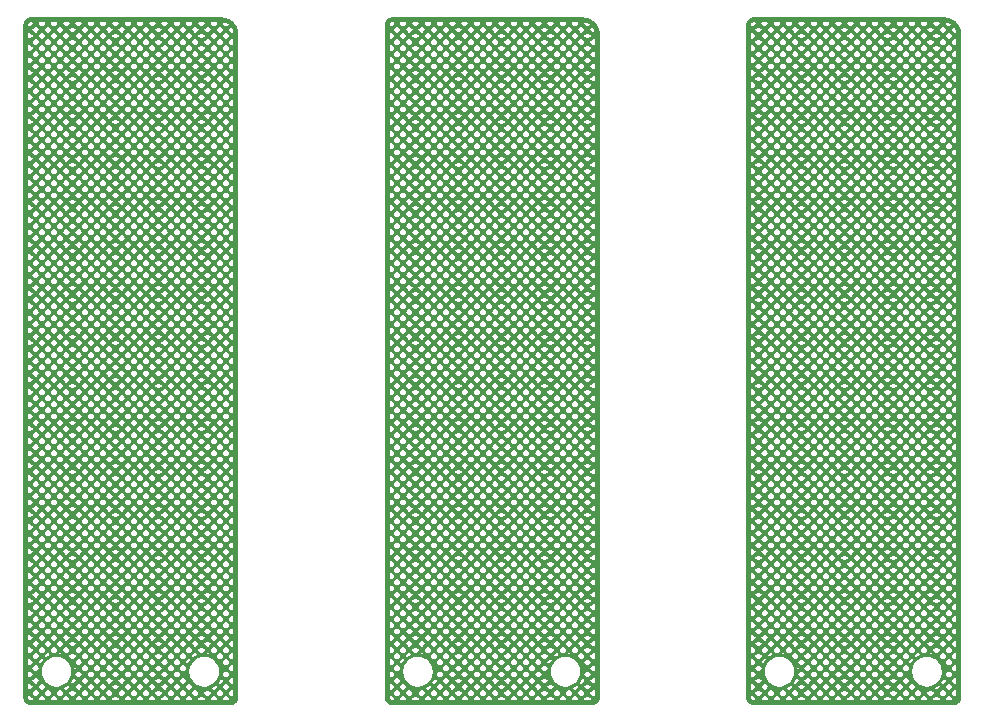
<source format=gbl>
%TF.GenerationSoftware,KiCad,Pcbnew,9.0.7*%
%TF.CreationDate,2026-02-08T19:30:57+03:00*%
%TF.ProjectId,mriya-mcu-cover-1.1.3,6d726979-612d-46d6-9375-2d636f766572,1.1.3*%
%TF.SameCoordinates,Original*%
%TF.FileFunction,Copper,L2,Bot*%
%TF.FilePolarity,Positive*%
%FSLAX46Y46*%
G04 Gerber Fmt 4.6, Leading zero omitted, Abs format (unit mm)*
G04 Created by KiCad (PCBNEW 9.0.7) date 2026-02-08 19:30:57*
%MOMM*%
%LPD*%
G01*
G04 APERTURE LIST*
G04 APERTURE END LIST*
%TA.AperFunction,NonConductor*%
G36*
X96900534Y-30100005D02*
G01*
X96904196Y-30100039D01*
X96948318Y-30100451D01*
X96956420Y-30100792D01*
X97052178Y-30107969D01*
X97061389Y-30109007D01*
X97065065Y-30109561D01*
X97155788Y-30123234D01*
X97164864Y-30124951D01*
X97257962Y-30146201D01*
X97266895Y-30148594D01*
X97358149Y-30176742D01*
X97366854Y-30179789D01*
X97455740Y-30214674D01*
X97464209Y-30218369D01*
X97550234Y-30259796D01*
X97558420Y-30264123D01*
X97641089Y-30311852D01*
X97648941Y-30316786D01*
X97727808Y-30370557D01*
X97735251Y-30376049D01*
X97809906Y-30435584D01*
X97816916Y-30441618D01*
X97886894Y-30506548D01*
X97893451Y-30513105D01*
X97958381Y-30583083D01*
X97964417Y-30590096D01*
X98023946Y-30664744D01*
X98029442Y-30672191D01*
X98083213Y-30751058D01*
X98088147Y-30758910D01*
X98135876Y-30841579D01*
X98140208Y-30849775D01*
X98172611Y-30917062D01*
X98181621Y-30935770D01*
X98185329Y-30944269D01*
X98220204Y-31033128D01*
X98223262Y-31041866D01*
X98248374Y-31123279D01*
X98251400Y-31133089D01*
X98253799Y-31142042D01*
X98275043Y-31235111D01*
X98276767Y-31244226D01*
X98290992Y-31338610D01*
X98292030Y-31347823D01*
X98299206Y-31443575D01*
X98299548Y-31451682D01*
X98299995Y-31499462D01*
X98300000Y-31500622D01*
X98300000Y-87699117D01*
X98299988Y-87700857D01*
X98299613Y-87727582D01*
X98298845Y-87739728D01*
X98292767Y-87793663D01*
X98290438Y-87807370D01*
X98278553Y-87859441D01*
X98274704Y-87872802D01*
X98257064Y-87923215D01*
X98251743Y-87936060D01*
X98228567Y-87984188D01*
X98221839Y-87996362D01*
X98193428Y-88041577D01*
X98185382Y-88052916D01*
X98152075Y-88094682D01*
X98142809Y-88105051D01*
X98105051Y-88142809D01*
X98094682Y-88152075D01*
X98052916Y-88185382D01*
X98041577Y-88193428D01*
X97996362Y-88221839D01*
X97984188Y-88228567D01*
X97936060Y-88251743D01*
X97923215Y-88257064D01*
X97872802Y-88274704D01*
X97859441Y-88278553D01*
X97807370Y-88290438D01*
X97793663Y-88292767D01*
X97739728Y-88298845D01*
X97727582Y-88299613D01*
X97702943Y-88299958D01*
X97700854Y-88299988D01*
X97699118Y-88300000D01*
X80700882Y-88300000D01*
X80699145Y-88299988D01*
X80696971Y-88299957D01*
X80672417Y-88299613D01*
X80660271Y-88298845D01*
X80606336Y-88292767D01*
X80592629Y-88290438D01*
X80540558Y-88278553D01*
X80527197Y-88274704D01*
X80476784Y-88257064D01*
X80463939Y-88251743D01*
X80415811Y-88228567D01*
X80403637Y-88221839D01*
X80358422Y-88193428D01*
X80347083Y-88185382D01*
X80305317Y-88152075D01*
X80294948Y-88142809D01*
X80257190Y-88105051D01*
X80247924Y-88094682D01*
X80214617Y-88052916D01*
X80206571Y-88041577D01*
X80178156Y-87996355D01*
X80171432Y-87984188D01*
X80148256Y-87936060D01*
X80142935Y-87923215D01*
X80125295Y-87872802D01*
X80121446Y-87859441D01*
X80109561Y-87807370D01*
X80107232Y-87793663D01*
X80106560Y-87787696D01*
X80101153Y-87739713D01*
X80100386Y-87727589D01*
X80100012Y-87700852D01*
X80100000Y-87699117D01*
X80100000Y-87577279D01*
X80518500Y-87577279D01*
X80518500Y-87697059D01*
X80518642Y-87707245D01*
X80521247Y-87730363D01*
X80525774Y-87750198D01*
X80532491Y-87769394D01*
X80541304Y-87787696D01*
X80552129Y-87804922D01*
X80564804Y-87820817D01*
X80579181Y-87835194D01*
X80595076Y-87847869D01*
X80612302Y-87858694D01*
X80630604Y-87867507D01*
X80649800Y-87874224D01*
X80669635Y-87878751D01*
X80692755Y-87881356D01*
X80702950Y-87881500D01*
X80840495Y-87881500D01*
X80848732Y-87873262D01*
X80876023Y-87832418D01*
X80883176Y-87796458D01*
X81381552Y-87796458D01*
X81388705Y-87832418D01*
X81415996Y-87873262D01*
X81424234Y-87881500D01*
X81880366Y-87881500D01*
X81888603Y-87873262D01*
X81915894Y-87832418D01*
X81923047Y-87796458D01*
X82421423Y-87796458D01*
X82428576Y-87832418D01*
X82455867Y-87873262D01*
X82464105Y-87881500D01*
X82920237Y-87881500D01*
X82928476Y-87873260D01*
X82955764Y-87832421D01*
X82962917Y-87796458D01*
X83461294Y-87796458D01*
X83468447Y-87832418D01*
X83495738Y-87873262D01*
X83503976Y-87881500D01*
X83960108Y-87881500D01*
X83968347Y-87873260D01*
X83995637Y-87832418D01*
X84002790Y-87796458D01*
X84501165Y-87796458D01*
X84508318Y-87832418D01*
X84535608Y-87873260D01*
X84543848Y-87881500D01*
X84999980Y-87881500D01*
X85008217Y-87873262D01*
X85035508Y-87832418D01*
X85042661Y-87796458D01*
X85541038Y-87796458D01*
X85548191Y-87832421D01*
X85575479Y-87873260D01*
X85583719Y-87881500D01*
X86039851Y-87881500D01*
X86048088Y-87873262D01*
X86075379Y-87832418D01*
X86082532Y-87796458D01*
X86580908Y-87796458D01*
X86588061Y-87832418D01*
X86615352Y-87873262D01*
X86623590Y-87881500D01*
X87079722Y-87881500D01*
X87087961Y-87873260D01*
X87115249Y-87832421D01*
X87122402Y-87796458D01*
X87620779Y-87796458D01*
X87627932Y-87832418D01*
X87655223Y-87873262D01*
X87663461Y-87881500D01*
X88119593Y-87881500D01*
X88127832Y-87873260D01*
X88155122Y-87832418D01*
X88162275Y-87796458D01*
X88660650Y-87796458D01*
X88667803Y-87832418D01*
X88695093Y-87873260D01*
X88703333Y-87881500D01*
X89159465Y-87881500D01*
X89167702Y-87873262D01*
X89194993Y-87832418D01*
X89202146Y-87796458D01*
X89700523Y-87796458D01*
X89707676Y-87832421D01*
X89734964Y-87873260D01*
X89743204Y-87881500D01*
X90199336Y-87881500D01*
X90207573Y-87873262D01*
X90234864Y-87832418D01*
X90242017Y-87796458D01*
X90740393Y-87796458D01*
X90747546Y-87832418D01*
X90774837Y-87873262D01*
X90783075Y-87881500D01*
X91239207Y-87881500D01*
X91247444Y-87873262D01*
X91274735Y-87832418D01*
X91281888Y-87796458D01*
X91780264Y-87796458D01*
X91787417Y-87832418D01*
X91814708Y-87873262D01*
X91822946Y-87881500D01*
X92279078Y-87881500D01*
X92287317Y-87873260D01*
X92314607Y-87832418D01*
X92321760Y-87796458D01*
X92820135Y-87796458D01*
X92827288Y-87832418D01*
X92854579Y-87873262D01*
X92862817Y-87881500D01*
X93318950Y-87881500D01*
X93327187Y-87873262D01*
X93354478Y-87832418D01*
X93361631Y-87796458D01*
X93860008Y-87796458D01*
X93867161Y-87832421D01*
X93894449Y-87873260D01*
X93902689Y-87881500D01*
X94358821Y-87881500D01*
X94367058Y-87873262D01*
X94394349Y-87832418D01*
X94401502Y-87796458D01*
X94899878Y-87796458D01*
X94907031Y-87832418D01*
X94934322Y-87873262D01*
X94942560Y-87881500D01*
X95398692Y-87881500D01*
X95406929Y-87873262D01*
X95434220Y-87832418D01*
X95441373Y-87796458D01*
X95939749Y-87796458D01*
X95946902Y-87832418D01*
X95974193Y-87873262D01*
X95982431Y-87881500D01*
X96438563Y-87881500D01*
X96446802Y-87873260D01*
X96474090Y-87832421D01*
X96481243Y-87796458D01*
X96979620Y-87796458D01*
X96986773Y-87832418D01*
X97014064Y-87873262D01*
X97022302Y-87881500D01*
X97478434Y-87881500D01*
X97486673Y-87873260D01*
X97513963Y-87832418D01*
X97521116Y-87796458D01*
X97513963Y-87760498D01*
X97486673Y-87719656D01*
X97327172Y-87560154D01*
X97286328Y-87532863D01*
X97250368Y-87525710D01*
X97214408Y-87532863D01*
X97173564Y-87560154D01*
X97014064Y-87719654D01*
X96986773Y-87760498D01*
X96979620Y-87796458D01*
X96481243Y-87796458D01*
X96474090Y-87760496D01*
X96446802Y-87719656D01*
X96287301Y-87560154D01*
X96246457Y-87532863D01*
X96210497Y-87525710D01*
X96174537Y-87532863D01*
X96133693Y-87560154D01*
X95974193Y-87719654D01*
X95946902Y-87760498D01*
X95939749Y-87796458D01*
X95441373Y-87796458D01*
X95434220Y-87760498D01*
X95406929Y-87719654D01*
X95247427Y-87560152D01*
X95206586Y-87532863D01*
X95170626Y-87525710D01*
X95134665Y-87532863D01*
X95093824Y-87560152D01*
X94934322Y-87719654D01*
X94907031Y-87760498D01*
X94899878Y-87796458D01*
X94401502Y-87796458D01*
X94394349Y-87760498D01*
X94367058Y-87719654D01*
X94207558Y-87560154D01*
X94166714Y-87532863D01*
X94130754Y-87525710D01*
X94094794Y-87532863D01*
X94053950Y-87560154D01*
X93894449Y-87719656D01*
X93867161Y-87760496D01*
X93860008Y-87796458D01*
X93361631Y-87796458D01*
X93354478Y-87760498D01*
X93327187Y-87719654D01*
X93167687Y-87560154D01*
X93126843Y-87532863D01*
X93090883Y-87525710D01*
X93054923Y-87532863D01*
X93014079Y-87560154D01*
X92854579Y-87719654D01*
X92827288Y-87760498D01*
X92820135Y-87796458D01*
X92321760Y-87796458D01*
X92314607Y-87760498D01*
X92287317Y-87719656D01*
X92127816Y-87560154D01*
X92086972Y-87532863D01*
X92051012Y-87525710D01*
X92015052Y-87532863D01*
X91974208Y-87560154D01*
X91814708Y-87719654D01*
X91787417Y-87760498D01*
X91780264Y-87796458D01*
X91281888Y-87796458D01*
X91274735Y-87760498D01*
X91247444Y-87719654D01*
X91087942Y-87560152D01*
X91047101Y-87532863D01*
X91011141Y-87525710D01*
X90975180Y-87532863D01*
X90934339Y-87560152D01*
X90774837Y-87719654D01*
X90747546Y-87760498D01*
X90740393Y-87796458D01*
X90242017Y-87796458D01*
X90234864Y-87760498D01*
X90207573Y-87719654D01*
X90048071Y-87560152D01*
X90007230Y-87532863D01*
X89971270Y-87525710D01*
X89935309Y-87532863D01*
X89894465Y-87560154D01*
X89734964Y-87719656D01*
X89707676Y-87760496D01*
X89700523Y-87796458D01*
X89202146Y-87796458D01*
X89194993Y-87760498D01*
X89167702Y-87719654D01*
X89008202Y-87560154D01*
X88967358Y-87532863D01*
X88931398Y-87525710D01*
X88895438Y-87532863D01*
X88854594Y-87560154D01*
X88695093Y-87719656D01*
X88667803Y-87760498D01*
X88660650Y-87796458D01*
X88162275Y-87796458D01*
X88155122Y-87760498D01*
X88127832Y-87719656D01*
X87968331Y-87560154D01*
X87927487Y-87532863D01*
X87891527Y-87525710D01*
X87855567Y-87532863D01*
X87814723Y-87560154D01*
X87655223Y-87719654D01*
X87627932Y-87760498D01*
X87620779Y-87796458D01*
X87122402Y-87796458D01*
X87115249Y-87760496D01*
X87087961Y-87719656D01*
X86928457Y-87560152D01*
X86887616Y-87532863D01*
X86851656Y-87525710D01*
X86815695Y-87532863D01*
X86774854Y-87560152D01*
X86615352Y-87719654D01*
X86588061Y-87760498D01*
X86580908Y-87796458D01*
X86082532Y-87796458D01*
X86075379Y-87760498D01*
X86048088Y-87719654D01*
X85888586Y-87560152D01*
X85847745Y-87532863D01*
X85811785Y-87525710D01*
X85775824Y-87532863D01*
X85734983Y-87560152D01*
X85575479Y-87719656D01*
X85548191Y-87760496D01*
X85541038Y-87796458D01*
X85042661Y-87796458D01*
X85035508Y-87760498D01*
X85008217Y-87719654D01*
X84848717Y-87560154D01*
X84807873Y-87532863D01*
X84771913Y-87525710D01*
X84735953Y-87532863D01*
X84695109Y-87560154D01*
X84535608Y-87719656D01*
X84508318Y-87760498D01*
X84501165Y-87796458D01*
X84002790Y-87796458D01*
X83995637Y-87760498D01*
X83968347Y-87719656D01*
X83808846Y-87560154D01*
X83768002Y-87532863D01*
X83732042Y-87525710D01*
X83696082Y-87532863D01*
X83655238Y-87560154D01*
X83495738Y-87719654D01*
X83468447Y-87760498D01*
X83461294Y-87796458D01*
X82962917Y-87796458D01*
X82955764Y-87760496D01*
X82928476Y-87719656D01*
X82768975Y-87560154D01*
X82728131Y-87532863D01*
X82692171Y-87525710D01*
X82656210Y-87532863D01*
X82615369Y-87560152D01*
X82455867Y-87719654D01*
X82428576Y-87760498D01*
X82421423Y-87796458D01*
X81923047Y-87796458D01*
X81915894Y-87760498D01*
X81888603Y-87719654D01*
X81729101Y-87560152D01*
X81688260Y-87532863D01*
X81652300Y-87525710D01*
X81616339Y-87532863D01*
X81575498Y-87560152D01*
X81415996Y-87719654D01*
X81388705Y-87760498D01*
X81381552Y-87796458D01*
X80883176Y-87796458D01*
X80876023Y-87760498D01*
X80848732Y-87719654D01*
X80689232Y-87560154D01*
X80648388Y-87532863D01*
X80612428Y-87525710D01*
X80576468Y-87532863D01*
X80535624Y-87560154D01*
X80518500Y-87577279D01*
X80100000Y-87577279D01*
X80100000Y-87276522D01*
X80861616Y-87276522D01*
X80868769Y-87312482D01*
X80896060Y-87353326D01*
X81055560Y-87512826D01*
X81096404Y-87540117D01*
X81132364Y-87547270D01*
X81168324Y-87540117D01*
X81209168Y-87512826D01*
X81368669Y-87353324D01*
X81395959Y-87312482D01*
X81403112Y-87276522D01*
X81901487Y-87276522D01*
X81908640Y-87312482D01*
X81935930Y-87353324D01*
X82095431Y-87512826D01*
X82136275Y-87540117D01*
X82172235Y-87547270D01*
X82208195Y-87540117D01*
X82249039Y-87512826D01*
X82408539Y-87353326D01*
X82435830Y-87312482D01*
X82442983Y-87276522D01*
X82941360Y-87276522D01*
X82948513Y-87312484D01*
X82975801Y-87353324D01*
X83135302Y-87512826D01*
X83176146Y-87540117D01*
X83212107Y-87547270D01*
X83248067Y-87540117D01*
X83288908Y-87512828D01*
X83448410Y-87353326D01*
X83475701Y-87312482D01*
X83482854Y-87276522D01*
X83981230Y-87276522D01*
X83988383Y-87312482D01*
X84015674Y-87353326D01*
X84175176Y-87512828D01*
X84216017Y-87540117D01*
X84251978Y-87547270D01*
X84287938Y-87540117D01*
X84328779Y-87512828D01*
X84488281Y-87353326D01*
X84515572Y-87312482D01*
X84522725Y-87276522D01*
X85021101Y-87276522D01*
X85028254Y-87312482D01*
X85055545Y-87353326D01*
X85215045Y-87512826D01*
X85255889Y-87540117D01*
X85291849Y-87547270D01*
X85327809Y-87540117D01*
X85368653Y-87512826D01*
X85528154Y-87353324D01*
X85555442Y-87312484D01*
X85562595Y-87276522D01*
X86060972Y-87276522D01*
X86068125Y-87312482D01*
X86095416Y-87353326D01*
X86254916Y-87512826D01*
X86295760Y-87540117D01*
X86331720Y-87547270D01*
X86367680Y-87540117D01*
X86408524Y-87512826D01*
X86568024Y-87353326D01*
X86595315Y-87312482D01*
X86602468Y-87276522D01*
X87100845Y-87276522D01*
X87107998Y-87312484D01*
X87135286Y-87353324D01*
X87294787Y-87512826D01*
X87335631Y-87540117D01*
X87371591Y-87547270D01*
X87407551Y-87540117D01*
X87448395Y-87512826D01*
X87607895Y-87353326D01*
X87635186Y-87312482D01*
X87642339Y-87276522D01*
X88140715Y-87276522D01*
X88147868Y-87312482D01*
X88175159Y-87353326D01*
X88334661Y-87512828D01*
X88375502Y-87540117D01*
X88411463Y-87547270D01*
X88447423Y-87540117D01*
X88488264Y-87512828D01*
X88647766Y-87353326D01*
X88675057Y-87312482D01*
X88682210Y-87276522D01*
X89180586Y-87276522D01*
X89187739Y-87312482D01*
X89215030Y-87353326D01*
X89374530Y-87512826D01*
X89415374Y-87540117D01*
X89451334Y-87547270D01*
X89487294Y-87540117D01*
X89528138Y-87512826D01*
X89687639Y-87353324D01*
X89714927Y-87312484D01*
X89722080Y-87276522D01*
X90220457Y-87276522D01*
X90227610Y-87312482D01*
X90254901Y-87353326D01*
X90414401Y-87512826D01*
X90455245Y-87540117D01*
X90491205Y-87547270D01*
X90527165Y-87540117D01*
X90568009Y-87512826D01*
X90727510Y-87353324D01*
X90754800Y-87312482D01*
X90761953Y-87276522D01*
X91260328Y-87276522D01*
X91267481Y-87312482D01*
X91294771Y-87353324D01*
X91454272Y-87512826D01*
X91495116Y-87540117D01*
X91531076Y-87547270D01*
X91567036Y-87540117D01*
X91607880Y-87512826D01*
X91767380Y-87353326D01*
X91794671Y-87312482D01*
X91801824Y-87276522D01*
X92300201Y-87276522D01*
X92307354Y-87312484D01*
X92334642Y-87353324D01*
X92494146Y-87512828D01*
X92534987Y-87540117D01*
X92570948Y-87547270D01*
X92606908Y-87540117D01*
X92647749Y-87512828D01*
X92807251Y-87353326D01*
X92834542Y-87312482D01*
X92841695Y-87276522D01*
X93340071Y-87276522D01*
X93347224Y-87312482D01*
X93374515Y-87353326D01*
X93534017Y-87512828D01*
X93574858Y-87540117D01*
X93610819Y-87547270D01*
X93646779Y-87540117D01*
X93687620Y-87512828D01*
X93847124Y-87353324D01*
X93874412Y-87312484D01*
X93881565Y-87276522D01*
X94379942Y-87276522D01*
X94387095Y-87312482D01*
X94414386Y-87353326D01*
X94573886Y-87512826D01*
X94614730Y-87540117D01*
X94650690Y-87547270D01*
X94686650Y-87540117D01*
X94727494Y-87512826D01*
X94886995Y-87353324D01*
X94914285Y-87312482D01*
X94921438Y-87276522D01*
X95419813Y-87276522D01*
X95426966Y-87312482D01*
X95454256Y-87353324D01*
X95613757Y-87512826D01*
X95654601Y-87540117D01*
X95690561Y-87547270D01*
X95726521Y-87540117D01*
X95767365Y-87512826D01*
X95926865Y-87353326D01*
X95954156Y-87312482D01*
X95961309Y-87276522D01*
X96459686Y-87276522D01*
X96466839Y-87312484D01*
X96494127Y-87353324D01*
X96653628Y-87512826D01*
X96694472Y-87540117D01*
X96730433Y-87547270D01*
X96766393Y-87540117D01*
X96807234Y-87512828D01*
X96966736Y-87353326D01*
X96994027Y-87312482D01*
X97001180Y-87276522D01*
X97499556Y-87276522D01*
X97506709Y-87312482D01*
X97534000Y-87353326D01*
X97693502Y-87512828D01*
X97734343Y-87540117D01*
X97770304Y-87547270D01*
X97806264Y-87540117D01*
X97847105Y-87512828D01*
X97881500Y-87478434D01*
X97881500Y-87074612D01*
X97847104Y-87040217D01*
X97806262Y-87012927D01*
X97770304Y-87005774D01*
X97734345Y-87012927D01*
X97693500Y-87040219D01*
X97534000Y-87199718D01*
X97506709Y-87240562D01*
X97499556Y-87276522D01*
X97001180Y-87276522D01*
X96994027Y-87240562D01*
X96966736Y-87199718D01*
X96807236Y-87040219D01*
X96766391Y-87012927D01*
X96730433Y-87005774D01*
X96694472Y-87012927D01*
X96653630Y-87040217D01*
X96494127Y-87199720D01*
X96466839Y-87240559D01*
X96459686Y-87276522D01*
X95961309Y-87276522D01*
X95954156Y-87240562D01*
X95926865Y-87199718D01*
X95767363Y-87040217D01*
X95726521Y-87012927D01*
X95719775Y-87011586D01*
X95636983Y-87024698D01*
X95613760Y-87040216D01*
X95454256Y-87199720D01*
X95426966Y-87240562D01*
X95419813Y-87276522D01*
X94921438Y-87276522D01*
X94914285Y-87240562D01*
X94886995Y-87199720D01*
X94727492Y-87040217D01*
X94686650Y-87012927D01*
X94650690Y-87005774D01*
X94614730Y-87012927D01*
X94573888Y-87040217D01*
X94414386Y-87199718D01*
X94387095Y-87240562D01*
X94379942Y-87276522D01*
X93881565Y-87276522D01*
X93874412Y-87240559D01*
X93847124Y-87199720D01*
X93687622Y-87040219D01*
X93646777Y-87012927D01*
X93610819Y-87005774D01*
X93574860Y-87012927D01*
X93534015Y-87040219D01*
X93374515Y-87199718D01*
X93347224Y-87240562D01*
X93340071Y-87276522D01*
X92841695Y-87276522D01*
X92834542Y-87240562D01*
X92807251Y-87199718D01*
X92647751Y-87040219D01*
X92606906Y-87012927D01*
X92570948Y-87005774D01*
X92534989Y-87012927D01*
X92494144Y-87040219D01*
X92334642Y-87199720D01*
X92307354Y-87240559D01*
X92300201Y-87276522D01*
X91801824Y-87276522D01*
X91794671Y-87240562D01*
X91767380Y-87199718D01*
X91607878Y-87040217D01*
X91567036Y-87012927D01*
X91531076Y-87005774D01*
X91495116Y-87012927D01*
X91454274Y-87040217D01*
X91294771Y-87199720D01*
X91267481Y-87240562D01*
X91260328Y-87276522D01*
X90761953Y-87276522D01*
X90754800Y-87240562D01*
X90727510Y-87199720D01*
X90568007Y-87040217D01*
X90527165Y-87012927D01*
X90491205Y-87005774D01*
X90455245Y-87012927D01*
X90414403Y-87040217D01*
X90254901Y-87199718D01*
X90227610Y-87240562D01*
X90220457Y-87276522D01*
X89722080Y-87276522D01*
X89714927Y-87240559D01*
X89687639Y-87199720D01*
X89528136Y-87040217D01*
X89487294Y-87012927D01*
X89451334Y-87005774D01*
X89415374Y-87012927D01*
X89374532Y-87040217D01*
X89215030Y-87199718D01*
X89187739Y-87240562D01*
X89180586Y-87276522D01*
X88682210Y-87276522D01*
X88675057Y-87240562D01*
X88647766Y-87199718D01*
X88488266Y-87040219D01*
X88447421Y-87012927D01*
X88411463Y-87005774D01*
X88375504Y-87012927D01*
X88334659Y-87040219D01*
X88175159Y-87199718D01*
X88147868Y-87240562D01*
X88140715Y-87276522D01*
X87642339Y-87276522D01*
X87635186Y-87240562D01*
X87607895Y-87199718D01*
X87448393Y-87040217D01*
X87407551Y-87012927D01*
X87371591Y-87005774D01*
X87335631Y-87012927D01*
X87294789Y-87040217D01*
X87135286Y-87199720D01*
X87107998Y-87240559D01*
X87100845Y-87276522D01*
X86602468Y-87276522D01*
X86595315Y-87240562D01*
X86568024Y-87199718D01*
X86408522Y-87040217D01*
X86367680Y-87012927D01*
X86331720Y-87005774D01*
X86295760Y-87012927D01*
X86254918Y-87040217D01*
X86095416Y-87199718D01*
X86068125Y-87240562D01*
X86060972Y-87276522D01*
X85562595Y-87276522D01*
X85555442Y-87240559D01*
X85528154Y-87199720D01*
X85368651Y-87040217D01*
X85327809Y-87012927D01*
X85291849Y-87005774D01*
X85255889Y-87012927D01*
X85215047Y-87040217D01*
X85055545Y-87199718D01*
X85028254Y-87240562D01*
X85021101Y-87276522D01*
X84522725Y-87276522D01*
X84515572Y-87240562D01*
X84488281Y-87199718D01*
X84328781Y-87040219D01*
X84287936Y-87012927D01*
X84251978Y-87005774D01*
X84216019Y-87012927D01*
X84175174Y-87040219D01*
X84015674Y-87199718D01*
X83988383Y-87240562D01*
X83981230Y-87276522D01*
X83482854Y-87276522D01*
X83475701Y-87240562D01*
X83448410Y-87199718D01*
X83288910Y-87040219D01*
X83248065Y-87012927D01*
X83231772Y-87009686D01*
X83165222Y-87020226D01*
X83135304Y-87040217D01*
X82975801Y-87199720D01*
X82948513Y-87240559D01*
X82941360Y-87276522D01*
X82442983Y-87276522D01*
X82435830Y-87240562D01*
X82408539Y-87199718D01*
X82249037Y-87040217D01*
X82208195Y-87012927D01*
X82172235Y-87005774D01*
X82136275Y-87012927D01*
X82095433Y-87040217D01*
X81935930Y-87199720D01*
X81908640Y-87240562D01*
X81901487Y-87276522D01*
X81403112Y-87276522D01*
X81395959Y-87240562D01*
X81368669Y-87199720D01*
X81209166Y-87040217D01*
X81168324Y-87012927D01*
X81132364Y-87005774D01*
X81096404Y-87012927D01*
X81055562Y-87040217D01*
X80896060Y-87199718D01*
X80868769Y-87240562D01*
X80861616Y-87276522D01*
X80100000Y-87276522D01*
X80100000Y-86537408D01*
X80518500Y-86537408D01*
X80518500Y-86975764D01*
X80535628Y-86992893D01*
X80576468Y-87020181D01*
X80612428Y-87027334D01*
X80648388Y-87020181D01*
X80689232Y-86992890D01*
X80848734Y-86833388D01*
X80876023Y-86792547D01*
X80883176Y-86756587D01*
X81381552Y-86756587D01*
X81388705Y-86792547D01*
X81415994Y-86833388D01*
X81575498Y-86992892D01*
X81616339Y-87020181D01*
X81652300Y-87027334D01*
X81688260Y-87020181D01*
X81729101Y-86992892D01*
X81825791Y-86896202D01*
X83558550Y-86896202D01*
X83655238Y-86992890D01*
X83696082Y-87020181D01*
X83732042Y-87027334D01*
X83768002Y-87020181D01*
X83808846Y-86992890D01*
X83968345Y-86833390D01*
X83995637Y-86792545D01*
X84002790Y-86756587D01*
X84501165Y-86756587D01*
X84508318Y-86792545D01*
X84535610Y-86833390D01*
X84695109Y-86992890D01*
X84735953Y-87020181D01*
X84771913Y-87027334D01*
X84807873Y-87020181D01*
X84848717Y-86992890D01*
X85008219Y-86833388D01*
X85035508Y-86792547D01*
X85042661Y-86756587D01*
X85541038Y-86756587D01*
X85548191Y-86792548D01*
X85575481Y-86833390D01*
X85734983Y-86992892D01*
X85775824Y-87020181D01*
X85811785Y-87027334D01*
X85847745Y-87020181D01*
X85888586Y-86992892D01*
X86048090Y-86833388D01*
X86075379Y-86792547D01*
X86082532Y-86756587D01*
X86580908Y-86756587D01*
X86588061Y-86792547D01*
X86615350Y-86833388D01*
X86774854Y-86992892D01*
X86815695Y-87020181D01*
X86851656Y-87027334D01*
X86887616Y-87020181D01*
X86928457Y-86992892D01*
X87087959Y-86833390D01*
X87115249Y-86792548D01*
X87122402Y-86756587D01*
X87620779Y-86756587D01*
X87627932Y-86792547D01*
X87655221Y-86833388D01*
X87814723Y-86992890D01*
X87855567Y-87020181D01*
X87891527Y-87027334D01*
X87927487Y-87020181D01*
X87968331Y-86992890D01*
X88127830Y-86833390D01*
X88155122Y-86792545D01*
X88162275Y-86756587D01*
X88660650Y-86756587D01*
X88667803Y-86792545D01*
X88695095Y-86833390D01*
X88854594Y-86992890D01*
X88895438Y-87020181D01*
X88931398Y-87027334D01*
X88967358Y-87020181D01*
X89008202Y-86992890D01*
X89167704Y-86833388D01*
X89194993Y-86792547D01*
X89202146Y-86756587D01*
X89700523Y-86756587D01*
X89707676Y-86792548D01*
X89734966Y-86833390D01*
X89894465Y-86992890D01*
X89935309Y-87020181D01*
X89971270Y-87027334D01*
X90007230Y-87020181D01*
X90048071Y-86992892D01*
X90207575Y-86833388D01*
X90234864Y-86792547D01*
X90242017Y-86756587D01*
X90740393Y-86756587D01*
X90747546Y-86792547D01*
X90774835Y-86833388D01*
X90934339Y-86992892D01*
X90975180Y-87020181D01*
X91011141Y-87027334D01*
X91047101Y-87020181D01*
X91087942Y-86992892D01*
X91247446Y-86833388D01*
X91274735Y-86792547D01*
X91281888Y-86756587D01*
X91780264Y-86756587D01*
X91787417Y-86792547D01*
X91814706Y-86833388D01*
X91974208Y-86992890D01*
X92015052Y-87020181D01*
X92051012Y-87027334D01*
X92086972Y-87020181D01*
X92127816Y-86992890D01*
X92287315Y-86833390D01*
X92314607Y-86792545D01*
X92321760Y-86756587D01*
X92820135Y-86756587D01*
X92827288Y-86792547D01*
X92854577Y-86833388D01*
X93014079Y-86992890D01*
X93054923Y-87020181D01*
X93090883Y-87027334D01*
X93126843Y-87020181D01*
X93167687Y-86992890D01*
X93327189Y-86833388D01*
X93354478Y-86792547D01*
X93361631Y-86756587D01*
X93860008Y-86756587D01*
X93867161Y-86792548D01*
X93894451Y-86833390D01*
X94053950Y-86992890D01*
X94094794Y-87020181D01*
X94130754Y-87027334D01*
X94166714Y-87020181D01*
X94207558Y-86992890D01*
X94296974Y-86903474D01*
X96044277Y-86903474D01*
X96133693Y-86992890D01*
X96174537Y-87020181D01*
X96210497Y-87027334D01*
X96246457Y-87020181D01*
X96287301Y-86992890D01*
X96446800Y-86833390D01*
X96474090Y-86792548D01*
X96481243Y-86756587D01*
X96979620Y-86756587D01*
X96986773Y-86792547D01*
X97014062Y-86833388D01*
X97173564Y-86992890D01*
X97214408Y-87020181D01*
X97250368Y-87027334D01*
X97286328Y-87020181D01*
X97327172Y-86992890D01*
X97486671Y-86833390D01*
X97513963Y-86792545D01*
X97521116Y-86756587D01*
X97513963Y-86720628D01*
X97486671Y-86679783D01*
X97327172Y-86520283D01*
X97286328Y-86492992D01*
X97250368Y-86485839D01*
X97214408Y-86492992D01*
X97173564Y-86520283D01*
X97014062Y-86679785D01*
X96986773Y-86720626D01*
X96979620Y-86756587D01*
X96481243Y-86756587D01*
X96474090Y-86720625D01*
X96446800Y-86679783D01*
X96424573Y-86657556D01*
X96417412Y-86664719D01*
X96413902Y-86668094D01*
X96412619Y-86669280D01*
X96408979Y-86672514D01*
X96400241Y-86679977D01*
X96396494Y-86683052D01*
X96395122Y-86684134D01*
X96391223Y-86687087D01*
X96222684Y-86809539D01*
X96218695Y-86812319D01*
X96217242Y-86813290D01*
X96213133Y-86815920D01*
X96203335Y-86821924D01*
X96199134Y-86824387D01*
X96197609Y-86825241D01*
X96193317Y-86827535D01*
X96044277Y-86903474D01*
X94296974Y-86903474D01*
X94367060Y-86833388D01*
X94394349Y-86792547D01*
X94401502Y-86756587D01*
X94394349Y-86720626D01*
X94367060Y-86679785D01*
X94207558Y-86520283D01*
X94166714Y-86492992D01*
X94130754Y-86485839D01*
X94094794Y-86492992D01*
X94053950Y-86520283D01*
X93894451Y-86679783D01*
X93867161Y-86720625D01*
X93860008Y-86756587D01*
X93361631Y-86756587D01*
X93354478Y-86720626D01*
X93327189Y-86679785D01*
X93167687Y-86520283D01*
X93126843Y-86492992D01*
X93090883Y-86485839D01*
X93054923Y-86492992D01*
X93014079Y-86520283D01*
X92854577Y-86679785D01*
X92827288Y-86720626D01*
X92820135Y-86756587D01*
X92321760Y-86756587D01*
X92314607Y-86720628D01*
X92287315Y-86679783D01*
X92127816Y-86520283D01*
X92086972Y-86492992D01*
X92051012Y-86485839D01*
X92015052Y-86492992D01*
X91974208Y-86520283D01*
X91814706Y-86679785D01*
X91787417Y-86720626D01*
X91780264Y-86756587D01*
X91281888Y-86756587D01*
X91274735Y-86720626D01*
X91247446Y-86679785D01*
X91087942Y-86520281D01*
X91047101Y-86492992D01*
X91011141Y-86485839D01*
X90975180Y-86492992D01*
X90934339Y-86520281D01*
X90774835Y-86679785D01*
X90747546Y-86720626D01*
X90740393Y-86756587D01*
X90242017Y-86756587D01*
X90234864Y-86720626D01*
X90207575Y-86679785D01*
X90048071Y-86520281D01*
X90007230Y-86492992D01*
X89971270Y-86485839D01*
X89935309Y-86492992D01*
X89894465Y-86520283D01*
X89734966Y-86679783D01*
X89707676Y-86720625D01*
X89700523Y-86756587D01*
X89202146Y-86756587D01*
X89194993Y-86720626D01*
X89167704Y-86679785D01*
X89008202Y-86520283D01*
X88967358Y-86492992D01*
X88931398Y-86485839D01*
X88895438Y-86492992D01*
X88854594Y-86520283D01*
X88695095Y-86679783D01*
X88667803Y-86720628D01*
X88660650Y-86756587D01*
X88162275Y-86756587D01*
X88155122Y-86720628D01*
X88127830Y-86679783D01*
X87968331Y-86520283D01*
X87927487Y-86492992D01*
X87891527Y-86485839D01*
X87855567Y-86492992D01*
X87814723Y-86520283D01*
X87655221Y-86679785D01*
X87627932Y-86720626D01*
X87620779Y-86756587D01*
X87122402Y-86756587D01*
X87115249Y-86720625D01*
X87087959Y-86679783D01*
X86928457Y-86520281D01*
X86887616Y-86492992D01*
X86851656Y-86485839D01*
X86815695Y-86492992D01*
X86774854Y-86520281D01*
X86615350Y-86679785D01*
X86588061Y-86720626D01*
X86580908Y-86756587D01*
X86082532Y-86756587D01*
X86075379Y-86720626D01*
X86048090Y-86679785D01*
X85888586Y-86520281D01*
X85847745Y-86492992D01*
X85811785Y-86485839D01*
X85775824Y-86492992D01*
X85734983Y-86520281D01*
X85575481Y-86679783D01*
X85548191Y-86720625D01*
X85541038Y-86756587D01*
X85042661Y-86756587D01*
X85035508Y-86720626D01*
X85008219Y-86679785D01*
X84848717Y-86520283D01*
X84807873Y-86492992D01*
X84771913Y-86485839D01*
X84735953Y-86492992D01*
X84695109Y-86520283D01*
X84535610Y-86679783D01*
X84508318Y-86720628D01*
X84501165Y-86756587D01*
X84002790Y-86756587D01*
X83995637Y-86720628D01*
X83968347Y-86679786D01*
X83935346Y-86646784D01*
X83917412Y-86664719D01*
X83913902Y-86668094D01*
X83912619Y-86669280D01*
X83908979Y-86672514D01*
X83900241Y-86679977D01*
X83896494Y-86683052D01*
X83895122Y-86684134D01*
X83891223Y-86687087D01*
X83722684Y-86809539D01*
X83718695Y-86812319D01*
X83717242Y-86813290D01*
X83713133Y-86815920D01*
X83703335Y-86821924D01*
X83699134Y-86824387D01*
X83697609Y-86825241D01*
X83693317Y-86827535D01*
X83558550Y-86896202D01*
X81825791Y-86896202D01*
X81888605Y-86833388D01*
X81915894Y-86792547D01*
X81923047Y-86756587D01*
X81915894Y-86720626D01*
X81888605Y-86679785D01*
X81729101Y-86520281D01*
X81688260Y-86492992D01*
X81652300Y-86485839D01*
X81616339Y-86492992D01*
X81575498Y-86520281D01*
X81415994Y-86679785D01*
X81388705Y-86720626D01*
X81381552Y-86756587D01*
X80883176Y-86756587D01*
X80876023Y-86720626D01*
X80848734Y-86679785D01*
X80689232Y-86520283D01*
X80648388Y-86492992D01*
X80612428Y-86485839D01*
X80576468Y-86492992D01*
X80535624Y-86520283D01*
X80518500Y-86537408D01*
X80100000Y-86537408D01*
X80100000Y-86236651D01*
X80861616Y-86236651D01*
X80868769Y-86272611D01*
X80896060Y-86313455D01*
X81055562Y-86472956D01*
X81096404Y-86500246D01*
X81132364Y-86507399D01*
X81168324Y-86500246D01*
X81209166Y-86472956D01*
X81368669Y-86313453D01*
X81395959Y-86272611D01*
X81403112Y-86236651D01*
X81395959Y-86200691D01*
X81368669Y-86159849D01*
X81209168Y-86000347D01*
X81168324Y-85973056D01*
X81132364Y-85965903D01*
X81096404Y-85973056D01*
X81055560Y-86000347D01*
X80896060Y-86159847D01*
X80868769Y-86200691D01*
X80861616Y-86236651D01*
X80100000Y-86236651D01*
X80100000Y-85497537D01*
X80518500Y-85497537D01*
X80518500Y-85935893D01*
X80535628Y-85953022D01*
X80576468Y-85980310D01*
X80612428Y-85987463D01*
X80648388Y-85980310D01*
X80689232Y-85953019D01*
X80848732Y-85793519D01*
X80876023Y-85752675D01*
X80883176Y-85716715D01*
X80876023Y-85680755D01*
X80848732Y-85639911D01*
X80689230Y-85480410D01*
X80648390Y-85453122D01*
X80612428Y-85445969D01*
X80576465Y-85453122D01*
X80535626Y-85480410D01*
X80518500Y-85497537D01*
X80100000Y-85497537D01*
X80100000Y-85196780D01*
X80861616Y-85196780D01*
X80868769Y-85232740D01*
X80896060Y-85273584D01*
X81055562Y-85433085D01*
X81096402Y-85460373D01*
X81132364Y-85467526D01*
X81168327Y-85460373D01*
X81209166Y-85433085D01*
X81240674Y-85401577D01*
X81649500Y-85401577D01*
X81649500Y-85598422D01*
X81680290Y-85792826D01*
X81741117Y-85980029D01*
X81830476Y-86155405D01*
X81946172Y-86314646D01*
X82085354Y-86453828D01*
X82244595Y-86569524D01*
X82327455Y-86611743D01*
X82419970Y-86658882D01*
X82419972Y-86658882D01*
X82419975Y-86658884D01*
X82520317Y-86691487D01*
X82607173Y-86719709D01*
X82801578Y-86750500D01*
X82801583Y-86750500D01*
X82998422Y-86750500D01*
X83192826Y-86719709D01*
X83380025Y-86658884D01*
X83555405Y-86569524D01*
X83714646Y-86453828D01*
X83738852Y-86429622D01*
X84131842Y-86429622D01*
X84175177Y-86472956D01*
X84216019Y-86500246D01*
X84251978Y-86507399D01*
X84287936Y-86500246D01*
X84328781Y-86472954D01*
X84488281Y-86313455D01*
X84515572Y-86272611D01*
X84522725Y-86236651D01*
X85021101Y-86236651D01*
X85028254Y-86272611D01*
X85055545Y-86313455D01*
X85215047Y-86472956D01*
X85255889Y-86500246D01*
X85291849Y-86507399D01*
X85327809Y-86500246D01*
X85368651Y-86472956D01*
X85528154Y-86313453D01*
X85555442Y-86272614D01*
X85562595Y-86236651D01*
X86060972Y-86236651D01*
X86068125Y-86272611D01*
X86095416Y-86313455D01*
X86254918Y-86472956D01*
X86295760Y-86500246D01*
X86331720Y-86507399D01*
X86367680Y-86500246D01*
X86408522Y-86472956D01*
X86568024Y-86313455D01*
X86595315Y-86272611D01*
X86602468Y-86236651D01*
X87100845Y-86236651D01*
X87107998Y-86272614D01*
X87135286Y-86313453D01*
X87294789Y-86472956D01*
X87335631Y-86500246D01*
X87371591Y-86507399D01*
X87407551Y-86500246D01*
X87448393Y-86472956D01*
X87607895Y-86313455D01*
X87635186Y-86272611D01*
X87642339Y-86236651D01*
X88140715Y-86236651D01*
X88147868Y-86272611D01*
X88175159Y-86313455D01*
X88334659Y-86472954D01*
X88375504Y-86500246D01*
X88411463Y-86507399D01*
X88447421Y-86500246D01*
X88488266Y-86472954D01*
X88647766Y-86313455D01*
X88675057Y-86272611D01*
X88682210Y-86236651D01*
X89180586Y-86236651D01*
X89187739Y-86272611D01*
X89215030Y-86313455D01*
X89374532Y-86472956D01*
X89415374Y-86500246D01*
X89451334Y-86507399D01*
X89487294Y-86500246D01*
X89528136Y-86472956D01*
X89687639Y-86313453D01*
X89714927Y-86272614D01*
X89722080Y-86236651D01*
X90220457Y-86236651D01*
X90227610Y-86272611D01*
X90254901Y-86313455D01*
X90414403Y-86472956D01*
X90455245Y-86500246D01*
X90491205Y-86507399D01*
X90527165Y-86500246D01*
X90568007Y-86472956D01*
X90727510Y-86313453D01*
X90754800Y-86272611D01*
X90761953Y-86236651D01*
X91260328Y-86236651D01*
X91267481Y-86272611D01*
X91294771Y-86313453D01*
X91454274Y-86472956D01*
X91495116Y-86500246D01*
X91531076Y-86507399D01*
X91567036Y-86500246D01*
X91607878Y-86472956D01*
X91767380Y-86313455D01*
X91794671Y-86272611D01*
X91801824Y-86236651D01*
X92300201Y-86236651D01*
X92307354Y-86272614D01*
X92334642Y-86313453D01*
X92494144Y-86472954D01*
X92534989Y-86500246D01*
X92570948Y-86507399D01*
X92606906Y-86500246D01*
X92647751Y-86472954D01*
X92807251Y-86313455D01*
X92834542Y-86272611D01*
X92841695Y-86236651D01*
X93340071Y-86236651D01*
X93347224Y-86272611D01*
X93374515Y-86313455D01*
X93534015Y-86472954D01*
X93574860Y-86500246D01*
X93610819Y-86507399D01*
X93646777Y-86500246D01*
X93687622Y-86472954D01*
X93847124Y-86313453D01*
X93874412Y-86272614D01*
X93881565Y-86236651D01*
X93874412Y-86200689D01*
X93847124Y-86159849D01*
X93687620Y-86000345D01*
X93646779Y-85973056D01*
X93610819Y-85965903D01*
X93574858Y-85973056D01*
X93534017Y-86000345D01*
X93374515Y-86159847D01*
X93347224Y-86200691D01*
X93340071Y-86236651D01*
X92841695Y-86236651D01*
X92834542Y-86200691D01*
X92807251Y-86159847D01*
X92647749Y-86000345D01*
X92606908Y-85973056D01*
X92570948Y-85965903D01*
X92534987Y-85973056D01*
X92494146Y-86000345D01*
X92334642Y-86159849D01*
X92307354Y-86200689D01*
X92300201Y-86236651D01*
X91801824Y-86236651D01*
X91794671Y-86200691D01*
X91767380Y-86159847D01*
X91607880Y-86000347D01*
X91567036Y-85973056D01*
X91531076Y-85965903D01*
X91495116Y-85973056D01*
X91454272Y-86000347D01*
X91294771Y-86159849D01*
X91267481Y-86200691D01*
X91260328Y-86236651D01*
X90761953Y-86236651D01*
X90754800Y-86200691D01*
X90727510Y-86159849D01*
X90568009Y-86000347D01*
X90527165Y-85973056D01*
X90491205Y-85965903D01*
X90455245Y-85973056D01*
X90414401Y-86000347D01*
X90254901Y-86159847D01*
X90227610Y-86200691D01*
X90220457Y-86236651D01*
X89722080Y-86236651D01*
X89714927Y-86200689D01*
X89687639Y-86159849D01*
X89528138Y-86000347D01*
X89487294Y-85973056D01*
X89451334Y-85965903D01*
X89415374Y-85973056D01*
X89374530Y-86000347D01*
X89215030Y-86159847D01*
X89187739Y-86200691D01*
X89180586Y-86236651D01*
X88682210Y-86236651D01*
X88675057Y-86200691D01*
X88647766Y-86159847D01*
X88488264Y-86000345D01*
X88447423Y-85973056D01*
X88411463Y-85965903D01*
X88375502Y-85973056D01*
X88334661Y-86000345D01*
X88175159Y-86159847D01*
X88147868Y-86200691D01*
X88140715Y-86236651D01*
X87642339Y-86236651D01*
X87635186Y-86200691D01*
X87607895Y-86159847D01*
X87448395Y-86000347D01*
X87407551Y-85973056D01*
X87371591Y-85965903D01*
X87335631Y-85973056D01*
X87294787Y-86000347D01*
X87135286Y-86159849D01*
X87107998Y-86200689D01*
X87100845Y-86236651D01*
X86602468Y-86236651D01*
X86595315Y-86200691D01*
X86568024Y-86159847D01*
X86408524Y-86000347D01*
X86367680Y-85973056D01*
X86331720Y-85965903D01*
X86295760Y-85973056D01*
X86254916Y-86000347D01*
X86095416Y-86159847D01*
X86068125Y-86200691D01*
X86060972Y-86236651D01*
X85562595Y-86236651D01*
X85555442Y-86200689D01*
X85528154Y-86159849D01*
X85368653Y-86000347D01*
X85327809Y-85973056D01*
X85291849Y-85965903D01*
X85255889Y-85973056D01*
X85215045Y-86000347D01*
X85055545Y-86159847D01*
X85028254Y-86200691D01*
X85021101Y-86236651D01*
X84522725Y-86236651D01*
X84515572Y-86200691D01*
X84488281Y-86159847D01*
X84352218Y-86023784D01*
X84335292Y-86075877D01*
X84333703Y-86080459D01*
X84333099Y-86082097D01*
X84331321Y-86086643D01*
X84326924Y-86097260D01*
X84324972Y-86101723D01*
X84324240Y-86103311D01*
X84322113Y-86107697D01*
X84227535Y-86293317D01*
X84225241Y-86297609D01*
X84224387Y-86299134D01*
X84221924Y-86303335D01*
X84215920Y-86313133D01*
X84213290Y-86317242D01*
X84212319Y-86318695D01*
X84209539Y-86322684D01*
X84131842Y-86429622D01*
X83738852Y-86429622D01*
X83853828Y-86314646D01*
X83969524Y-86155405D01*
X84058884Y-85980025D01*
X84119709Y-85792826D01*
X84131764Y-85716715D01*
X84501165Y-85716715D01*
X84508318Y-85752675D01*
X84535608Y-85793517D01*
X84695109Y-85953019D01*
X84735953Y-85980310D01*
X84771913Y-85987463D01*
X84807873Y-85980310D01*
X84848717Y-85953019D01*
X85008217Y-85793519D01*
X85035508Y-85752675D01*
X85042661Y-85716715D01*
X85541038Y-85716715D01*
X85548191Y-85752677D01*
X85575479Y-85793517D01*
X85734983Y-85953021D01*
X85775824Y-85980310D01*
X85811785Y-85987463D01*
X85847745Y-85980310D01*
X85888586Y-85953021D01*
X86048088Y-85793519D01*
X86075379Y-85752675D01*
X86082532Y-85716715D01*
X86580908Y-85716715D01*
X86588061Y-85752675D01*
X86615352Y-85793519D01*
X86774854Y-85953021D01*
X86815695Y-85980310D01*
X86851656Y-85987463D01*
X86887616Y-85980310D01*
X86928457Y-85953021D01*
X87087961Y-85793517D01*
X87115249Y-85752677D01*
X87122402Y-85716715D01*
X87620779Y-85716715D01*
X87627932Y-85752675D01*
X87655223Y-85793519D01*
X87814723Y-85953019D01*
X87855567Y-85980310D01*
X87891527Y-85987463D01*
X87927487Y-85980310D01*
X87968331Y-85953019D01*
X88127832Y-85793517D01*
X88155122Y-85752675D01*
X88162275Y-85716715D01*
X88660650Y-85716715D01*
X88667803Y-85752675D01*
X88695093Y-85793517D01*
X88854594Y-85953019D01*
X88895438Y-85980310D01*
X88931398Y-85987463D01*
X88967358Y-85980310D01*
X89008202Y-85953019D01*
X89167702Y-85793519D01*
X89194993Y-85752675D01*
X89202146Y-85716715D01*
X89700523Y-85716715D01*
X89707676Y-85752677D01*
X89734964Y-85793517D01*
X89894465Y-85953019D01*
X89935309Y-85980310D01*
X89971270Y-85987463D01*
X90007230Y-85980310D01*
X90048071Y-85953021D01*
X90207573Y-85793519D01*
X90234864Y-85752675D01*
X90242017Y-85716715D01*
X90740393Y-85716715D01*
X90747546Y-85752675D01*
X90774837Y-85793519D01*
X90934339Y-85953021D01*
X90975180Y-85980310D01*
X91011141Y-85987463D01*
X91047101Y-85980310D01*
X91087942Y-85953021D01*
X91247444Y-85793519D01*
X91274735Y-85752675D01*
X91281888Y-85716715D01*
X91780264Y-85716715D01*
X91787417Y-85752675D01*
X91814708Y-85793519D01*
X91974208Y-85953019D01*
X92015052Y-85980310D01*
X92051012Y-85987463D01*
X92086972Y-85980310D01*
X92127816Y-85953019D01*
X92287317Y-85793517D01*
X92314607Y-85752675D01*
X92321760Y-85716715D01*
X92820135Y-85716715D01*
X92827288Y-85752675D01*
X92854579Y-85793519D01*
X93014079Y-85953019D01*
X93054923Y-85980310D01*
X93090883Y-85987463D01*
X93126843Y-85980310D01*
X93167687Y-85953019D01*
X93327187Y-85793519D01*
X93354478Y-85752675D01*
X93361631Y-85716715D01*
X93354478Y-85680755D01*
X93327187Y-85639911D01*
X93167685Y-85480410D01*
X93126845Y-85453122D01*
X93090883Y-85445969D01*
X93054920Y-85453122D01*
X93014081Y-85480410D01*
X92854579Y-85639911D01*
X92827288Y-85680755D01*
X92820135Y-85716715D01*
X92321760Y-85716715D01*
X92314607Y-85680755D01*
X92287317Y-85639913D01*
X92127814Y-85480410D01*
X92086975Y-85453122D01*
X92051012Y-85445969D01*
X92015050Y-85453122D01*
X91974210Y-85480410D01*
X91814708Y-85639911D01*
X91787417Y-85680755D01*
X91780264Y-85716715D01*
X91281888Y-85716715D01*
X91274735Y-85680755D01*
X91247444Y-85639911D01*
X91087944Y-85480412D01*
X91047102Y-85453122D01*
X91011141Y-85445969D01*
X90975179Y-85453122D01*
X90934337Y-85480412D01*
X90774837Y-85639911D01*
X90747546Y-85680755D01*
X90740393Y-85716715D01*
X90242017Y-85716715D01*
X90234864Y-85680755D01*
X90207573Y-85639911D01*
X90048073Y-85480412D01*
X90007231Y-85453122D01*
X89971270Y-85445969D01*
X89935306Y-85453122D01*
X89894467Y-85480410D01*
X89734964Y-85639913D01*
X89707676Y-85680752D01*
X89700523Y-85716715D01*
X89202146Y-85716715D01*
X89194993Y-85680755D01*
X89167702Y-85639911D01*
X89008200Y-85480410D01*
X88967360Y-85453122D01*
X88931398Y-85445969D01*
X88895435Y-85453122D01*
X88854596Y-85480410D01*
X88695093Y-85639913D01*
X88667803Y-85680755D01*
X88660650Y-85716715D01*
X88162275Y-85716715D01*
X88155122Y-85680755D01*
X88127832Y-85639913D01*
X87968329Y-85480410D01*
X87927490Y-85453122D01*
X87891527Y-85445969D01*
X87855565Y-85453122D01*
X87814725Y-85480410D01*
X87655223Y-85639911D01*
X87627932Y-85680755D01*
X87620779Y-85716715D01*
X87122402Y-85716715D01*
X87115249Y-85680752D01*
X87087961Y-85639913D01*
X86928459Y-85480412D01*
X86887617Y-85453122D01*
X86851656Y-85445969D01*
X86815694Y-85453122D01*
X86774852Y-85480412D01*
X86615352Y-85639911D01*
X86588061Y-85680755D01*
X86580908Y-85716715D01*
X86082532Y-85716715D01*
X86075379Y-85680755D01*
X86048088Y-85639911D01*
X85888588Y-85480412D01*
X85847746Y-85453122D01*
X85811785Y-85445969D01*
X85775823Y-85453122D01*
X85734981Y-85480412D01*
X85575479Y-85639913D01*
X85548191Y-85680752D01*
X85541038Y-85716715D01*
X85042661Y-85716715D01*
X85035508Y-85680755D01*
X85008217Y-85639911D01*
X84848715Y-85480410D01*
X84807875Y-85453122D01*
X84771913Y-85445969D01*
X84735950Y-85453122D01*
X84695111Y-85480410D01*
X84535608Y-85639913D01*
X84508318Y-85680755D01*
X84501165Y-85716715D01*
X84131764Y-85716715D01*
X84150500Y-85598422D01*
X84150500Y-85401577D01*
X84119709Y-85207173D01*
X84058882Y-85019970D01*
X84042398Y-84987618D01*
X84355923Y-84987618D01*
X84399669Y-85122250D01*
X84401081Y-85126906D01*
X84401556Y-85128590D01*
X84402789Y-85133315D01*
X84405471Y-85144490D01*
X84406506Y-85149205D01*
X84406847Y-85150917D01*
X84407709Y-85155742D01*
X84434837Y-85327027D01*
X84488281Y-85273584D01*
X84515572Y-85232740D01*
X84522725Y-85196780D01*
X85021101Y-85196780D01*
X85028254Y-85232740D01*
X85055545Y-85273584D01*
X85215047Y-85433085D01*
X85255887Y-85460373D01*
X85291849Y-85467526D01*
X85327812Y-85460373D01*
X85368651Y-85433085D01*
X85528154Y-85273582D01*
X85555442Y-85232743D01*
X85562595Y-85196780D01*
X86060972Y-85196780D01*
X86068125Y-85232740D01*
X86095416Y-85273584D01*
X86254918Y-85433085D01*
X86295757Y-85460373D01*
X86331720Y-85467526D01*
X86367682Y-85460373D01*
X86408522Y-85433085D01*
X86568024Y-85273584D01*
X86595315Y-85232740D01*
X86602468Y-85196780D01*
X87100845Y-85196780D01*
X87107998Y-85232743D01*
X87135286Y-85273582D01*
X87294789Y-85433085D01*
X87335628Y-85460373D01*
X87371591Y-85467526D01*
X87407553Y-85460373D01*
X87448393Y-85433085D01*
X87607895Y-85273584D01*
X87635186Y-85232740D01*
X87642339Y-85196780D01*
X88140715Y-85196780D01*
X88147868Y-85232740D01*
X88175159Y-85273584D01*
X88334659Y-85433083D01*
X88375501Y-85460373D01*
X88411463Y-85467526D01*
X88447424Y-85460373D01*
X88488266Y-85433083D01*
X88647766Y-85273584D01*
X88675057Y-85232740D01*
X88682210Y-85196780D01*
X89180586Y-85196780D01*
X89187739Y-85232740D01*
X89215030Y-85273584D01*
X89374532Y-85433085D01*
X89415372Y-85460373D01*
X89451334Y-85467526D01*
X89487297Y-85460373D01*
X89528136Y-85433085D01*
X89687639Y-85273582D01*
X89714927Y-85232743D01*
X89722080Y-85196780D01*
X90220457Y-85196780D01*
X90227610Y-85232740D01*
X90254901Y-85273584D01*
X90414403Y-85433085D01*
X90455243Y-85460373D01*
X90491205Y-85467526D01*
X90527168Y-85460373D01*
X90568007Y-85433085D01*
X90727510Y-85273582D01*
X90754800Y-85232740D01*
X90761953Y-85196780D01*
X91260328Y-85196780D01*
X91267481Y-85232740D01*
X91294771Y-85273582D01*
X91454274Y-85433085D01*
X91495113Y-85460373D01*
X91531076Y-85467526D01*
X91567038Y-85460373D01*
X91607878Y-85433085D01*
X91767380Y-85273584D01*
X91794671Y-85232740D01*
X91801824Y-85196780D01*
X92300201Y-85196780D01*
X92307354Y-85232743D01*
X92334642Y-85273582D01*
X92494144Y-85433083D01*
X92534986Y-85460373D01*
X92570948Y-85467526D01*
X92606909Y-85460373D01*
X92647751Y-85433083D01*
X92807251Y-85273584D01*
X92834542Y-85232740D01*
X92841695Y-85196780D01*
X93340071Y-85196780D01*
X93347224Y-85232740D01*
X93374515Y-85273584D01*
X93534015Y-85433083D01*
X93574857Y-85460373D01*
X93610819Y-85467526D01*
X93646780Y-85460373D01*
X93687622Y-85433083D01*
X93719128Y-85401577D01*
X94149500Y-85401577D01*
X94149500Y-85598422D01*
X94180290Y-85792826D01*
X94241117Y-85980029D01*
X94330476Y-86155405D01*
X94446172Y-86314646D01*
X94585354Y-86453828D01*
X94744595Y-86569524D01*
X94827455Y-86611743D01*
X94919970Y-86658882D01*
X94919972Y-86658882D01*
X94919975Y-86658884D01*
X95020317Y-86691487D01*
X95107173Y-86719709D01*
X95301578Y-86750500D01*
X95301583Y-86750500D01*
X95498422Y-86750500D01*
X95692826Y-86719709D01*
X95880025Y-86658884D01*
X96055405Y-86569524D01*
X96214646Y-86453828D01*
X96226373Y-86442101D01*
X96622775Y-86442101D01*
X96653630Y-86472956D01*
X96694472Y-86500246D01*
X96730433Y-86507399D01*
X96766391Y-86500246D01*
X96807236Y-86472954D01*
X96966736Y-86313455D01*
X96994027Y-86272611D01*
X97001180Y-86236651D01*
X97499556Y-86236651D01*
X97506709Y-86272611D01*
X97534000Y-86313455D01*
X97693500Y-86472954D01*
X97734345Y-86500246D01*
X97770304Y-86507399D01*
X97806262Y-86500246D01*
X97847107Y-86472954D01*
X97881500Y-86438562D01*
X97881500Y-86034740D01*
X97847105Y-86000345D01*
X97806264Y-85973056D01*
X97770304Y-85965903D01*
X97734343Y-85973056D01*
X97693502Y-86000345D01*
X97534000Y-86159847D01*
X97506709Y-86200691D01*
X97499556Y-86236651D01*
X97001180Y-86236651D01*
X96994027Y-86200691D01*
X96966736Y-86159847D01*
X96846934Y-86040045D01*
X96835292Y-86075877D01*
X96833703Y-86080459D01*
X96833099Y-86082097D01*
X96831321Y-86086643D01*
X96826924Y-86097260D01*
X96824972Y-86101723D01*
X96824240Y-86103311D01*
X96822113Y-86107697D01*
X96727535Y-86293317D01*
X96725241Y-86297609D01*
X96724387Y-86299134D01*
X96721924Y-86303335D01*
X96715920Y-86313133D01*
X96713290Y-86317242D01*
X96712319Y-86318695D01*
X96709539Y-86322684D01*
X96622775Y-86442101D01*
X96226373Y-86442101D01*
X96353828Y-86314646D01*
X96469524Y-86155405D01*
X96558884Y-85980025D01*
X96619709Y-85792826D01*
X96631764Y-85716715D01*
X96979620Y-85716715D01*
X96986773Y-85752675D01*
X97014064Y-85793519D01*
X97173564Y-85953019D01*
X97214408Y-85980310D01*
X97250368Y-85987463D01*
X97286328Y-85980310D01*
X97327172Y-85953019D01*
X97486673Y-85793517D01*
X97513963Y-85752675D01*
X97521116Y-85716715D01*
X97513963Y-85680755D01*
X97486673Y-85639913D01*
X97327170Y-85480410D01*
X97286331Y-85453122D01*
X97250368Y-85445969D01*
X97214406Y-85453122D01*
X97173566Y-85480410D01*
X97014064Y-85639911D01*
X96986773Y-85680755D01*
X96979620Y-85716715D01*
X96631764Y-85716715D01*
X96650500Y-85598422D01*
X96650500Y-85401577D01*
X96619709Y-85207173D01*
X96558882Y-85019970D01*
X96558659Y-85019533D01*
X96866293Y-85019533D01*
X96899669Y-85122250D01*
X96901081Y-85126906D01*
X96901556Y-85128590D01*
X96902789Y-85133315D01*
X96905471Y-85144490D01*
X96906506Y-85149205D01*
X96906847Y-85150917D01*
X96907709Y-85155742D01*
X96931892Y-85308428D01*
X96966736Y-85273584D01*
X96994027Y-85232740D01*
X97001180Y-85196780D01*
X97499556Y-85196780D01*
X97506709Y-85232740D01*
X97534000Y-85273584D01*
X97693500Y-85433083D01*
X97734342Y-85460373D01*
X97770304Y-85467526D01*
X97806265Y-85460373D01*
X97847107Y-85433083D01*
X97881500Y-85398691D01*
X97881500Y-84994869D01*
X97847105Y-84960474D01*
X97806264Y-84933185D01*
X97770304Y-84926032D01*
X97734343Y-84933185D01*
X97693502Y-84960474D01*
X97533998Y-85119978D01*
X97506709Y-85160819D01*
X97499556Y-85196780D01*
X97001180Y-85196780D01*
X96994027Y-85160819D01*
X96966738Y-85119978D01*
X96866293Y-85019533D01*
X96558659Y-85019533D01*
X96469523Y-84844594D01*
X96467238Y-84841449D01*
X96353828Y-84685354D01*
X96345318Y-84676844D01*
X96979620Y-84676844D01*
X96986773Y-84712804D01*
X97014064Y-84753648D01*
X97173564Y-84913148D01*
X97214408Y-84940439D01*
X97250368Y-84947592D01*
X97286328Y-84940439D01*
X97327172Y-84913148D01*
X97486673Y-84753646D01*
X97513963Y-84712804D01*
X97521116Y-84676844D01*
X97513963Y-84640884D01*
X97486673Y-84600042D01*
X97327170Y-84440539D01*
X97286328Y-84413249D01*
X97250368Y-84406096D01*
X97214408Y-84413249D01*
X97173566Y-84440539D01*
X97014064Y-84600040D01*
X96986773Y-84640884D01*
X96979620Y-84676844D01*
X96345318Y-84676844D01*
X96214646Y-84546172D01*
X96055405Y-84430476D01*
X96021595Y-84413249D01*
X95880029Y-84341117D01*
X95692826Y-84280290D01*
X95498422Y-84249500D01*
X95498417Y-84249500D01*
X95301583Y-84249500D01*
X95301578Y-84249500D01*
X95107173Y-84280290D01*
X94919970Y-84341117D01*
X94744594Y-84430476D01*
X94682728Y-84475425D01*
X94585354Y-84546172D01*
X94585352Y-84546174D01*
X94585351Y-84546174D01*
X94446174Y-84685351D01*
X94446174Y-84685352D01*
X94446172Y-84685354D01*
X94426227Y-84712806D01*
X94330476Y-84844594D01*
X94241117Y-85019970D01*
X94180290Y-85207173D01*
X94149500Y-85401577D01*
X93719128Y-85401577D01*
X93847124Y-85273582D01*
X93874412Y-85232743D01*
X93881565Y-85196780D01*
X93874412Y-85160818D01*
X93847122Y-85119976D01*
X93687620Y-84960474D01*
X93646779Y-84933185D01*
X93610819Y-84926032D01*
X93574858Y-84933185D01*
X93534017Y-84960474D01*
X93374513Y-85119978D01*
X93347224Y-85160819D01*
X93340071Y-85196780D01*
X92841695Y-85196780D01*
X92834542Y-85160819D01*
X92807253Y-85119978D01*
X92647749Y-84960474D01*
X92606908Y-84933185D01*
X92570948Y-84926032D01*
X92534987Y-84933185D01*
X92494146Y-84960474D01*
X92334644Y-85119976D01*
X92307354Y-85160818D01*
X92300201Y-85196780D01*
X91801824Y-85196780D01*
X91794671Y-85160819D01*
X91767382Y-85119978D01*
X91607880Y-84960476D01*
X91567036Y-84933185D01*
X91531076Y-84926032D01*
X91495116Y-84933185D01*
X91454272Y-84960476D01*
X91294773Y-85119976D01*
X91267481Y-85160821D01*
X91260328Y-85196780D01*
X90761953Y-85196780D01*
X90754800Y-85160821D01*
X90727508Y-85119976D01*
X90568009Y-84960476D01*
X90527165Y-84933185D01*
X90491205Y-84926032D01*
X90455245Y-84933185D01*
X90414401Y-84960476D01*
X90254899Y-85119978D01*
X90227610Y-85160819D01*
X90220457Y-85196780D01*
X89722080Y-85196780D01*
X89714927Y-85160818D01*
X89687637Y-85119976D01*
X89528138Y-84960476D01*
X89487294Y-84933185D01*
X89451334Y-84926032D01*
X89415374Y-84933185D01*
X89374530Y-84960476D01*
X89215028Y-85119978D01*
X89187739Y-85160819D01*
X89180586Y-85196780D01*
X88682210Y-85196780D01*
X88675057Y-85160819D01*
X88647768Y-85119978D01*
X88488264Y-84960474D01*
X88447423Y-84933185D01*
X88411463Y-84926032D01*
X88375502Y-84933185D01*
X88334661Y-84960474D01*
X88175157Y-85119978D01*
X88147868Y-85160819D01*
X88140715Y-85196780D01*
X87642339Y-85196780D01*
X87635186Y-85160819D01*
X87607897Y-85119978D01*
X87448395Y-84960476D01*
X87407551Y-84933185D01*
X87371591Y-84926032D01*
X87335631Y-84933185D01*
X87294787Y-84960476D01*
X87135288Y-85119976D01*
X87107998Y-85160818D01*
X87100845Y-85196780D01*
X86602468Y-85196780D01*
X86595315Y-85160819D01*
X86568026Y-85119978D01*
X86408524Y-84960476D01*
X86367680Y-84933185D01*
X86331720Y-84926032D01*
X86295760Y-84933185D01*
X86254916Y-84960476D01*
X86095414Y-85119978D01*
X86068125Y-85160819D01*
X86060972Y-85196780D01*
X85562595Y-85196780D01*
X85555442Y-85160818D01*
X85528152Y-85119976D01*
X85368653Y-84960476D01*
X85327809Y-84933185D01*
X85291849Y-84926032D01*
X85255889Y-84933185D01*
X85215045Y-84960476D01*
X85055543Y-85119978D01*
X85028254Y-85160819D01*
X85021101Y-85196780D01*
X84522725Y-85196780D01*
X84515572Y-85160819D01*
X84488283Y-85119978D01*
X84355923Y-84987618D01*
X84042398Y-84987618D01*
X83969523Y-84844594D01*
X83967238Y-84841449D01*
X83853828Y-84685354D01*
X83845318Y-84676844D01*
X84501165Y-84676844D01*
X84508318Y-84712804D01*
X84535608Y-84753646D01*
X84695109Y-84913148D01*
X84735953Y-84940439D01*
X84771913Y-84947592D01*
X84807873Y-84940439D01*
X84848717Y-84913148D01*
X85008217Y-84753648D01*
X85035508Y-84712804D01*
X85042661Y-84676844D01*
X85541038Y-84676844D01*
X85548191Y-84712806D01*
X85575479Y-84753646D01*
X85734983Y-84913150D01*
X85775824Y-84940439D01*
X85811785Y-84947592D01*
X85847745Y-84940439D01*
X85888586Y-84913150D01*
X86048088Y-84753648D01*
X86075379Y-84712804D01*
X86082532Y-84676844D01*
X86580908Y-84676844D01*
X86588061Y-84712804D01*
X86615352Y-84753648D01*
X86774854Y-84913150D01*
X86815695Y-84940439D01*
X86851656Y-84947592D01*
X86887616Y-84940439D01*
X86928457Y-84913150D01*
X87087961Y-84753646D01*
X87115249Y-84712806D01*
X87122402Y-84676844D01*
X87620779Y-84676844D01*
X87627932Y-84712804D01*
X87655223Y-84753648D01*
X87814723Y-84913148D01*
X87855567Y-84940439D01*
X87891527Y-84947592D01*
X87927487Y-84940439D01*
X87968331Y-84913148D01*
X88127832Y-84753646D01*
X88155122Y-84712804D01*
X88162275Y-84676844D01*
X88660650Y-84676844D01*
X88667803Y-84712804D01*
X88695093Y-84753646D01*
X88854594Y-84913148D01*
X88895438Y-84940439D01*
X88931398Y-84947592D01*
X88967358Y-84940439D01*
X89008202Y-84913148D01*
X89167702Y-84753648D01*
X89194993Y-84712804D01*
X89202146Y-84676844D01*
X89700523Y-84676844D01*
X89707676Y-84712806D01*
X89734964Y-84753646D01*
X89894465Y-84913148D01*
X89935309Y-84940439D01*
X89971270Y-84947592D01*
X90007230Y-84940439D01*
X90048071Y-84913150D01*
X90207573Y-84753648D01*
X90234864Y-84712804D01*
X90242017Y-84676844D01*
X90740393Y-84676844D01*
X90747546Y-84712804D01*
X90774837Y-84753648D01*
X90934339Y-84913150D01*
X90975180Y-84940439D01*
X91011141Y-84947592D01*
X91047101Y-84940439D01*
X91087942Y-84913150D01*
X91247444Y-84753648D01*
X91274735Y-84712804D01*
X91281888Y-84676844D01*
X91780264Y-84676844D01*
X91787417Y-84712804D01*
X91814708Y-84753648D01*
X91974208Y-84913148D01*
X92015052Y-84940439D01*
X92051012Y-84947592D01*
X92086972Y-84940439D01*
X92127816Y-84913148D01*
X92287317Y-84753646D01*
X92314607Y-84712804D01*
X92321760Y-84676844D01*
X92820135Y-84676844D01*
X92827288Y-84712804D01*
X92854579Y-84753648D01*
X93014079Y-84913148D01*
X93054923Y-84940439D01*
X93090883Y-84947592D01*
X93126843Y-84940439D01*
X93167687Y-84913148D01*
X93327187Y-84753648D01*
X93354478Y-84712804D01*
X93361631Y-84676844D01*
X93860008Y-84676844D01*
X93867161Y-84712806D01*
X93894449Y-84753646D01*
X93996525Y-84855723D01*
X94072465Y-84706683D01*
X94074759Y-84702391D01*
X94075613Y-84700866D01*
X94078076Y-84696665D01*
X94084080Y-84686867D01*
X94086710Y-84682758D01*
X94087681Y-84681305D01*
X94090461Y-84677316D01*
X94212913Y-84508777D01*
X94215866Y-84504878D01*
X94216948Y-84503506D01*
X94220023Y-84499759D01*
X94227486Y-84491021D01*
X94230720Y-84487381D01*
X94231906Y-84486098D01*
X94235280Y-84482589D01*
X94242442Y-84475425D01*
X94207556Y-84440539D01*
X94166714Y-84413249D01*
X94130754Y-84406096D01*
X94094794Y-84413249D01*
X94053952Y-84440539D01*
X93894449Y-84600042D01*
X93867161Y-84640881D01*
X93860008Y-84676844D01*
X93361631Y-84676844D01*
X93354478Y-84640884D01*
X93327187Y-84600040D01*
X93167685Y-84440539D01*
X93126843Y-84413249D01*
X93090883Y-84406096D01*
X93054923Y-84413249D01*
X93014081Y-84440539D01*
X92854579Y-84600040D01*
X92827288Y-84640884D01*
X92820135Y-84676844D01*
X92321760Y-84676844D01*
X92314607Y-84640884D01*
X92287317Y-84600042D01*
X92127814Y-84440539D01*
X92086972Y-84413249D01*
X92051012Y-84406096D01*
X92015052Y-84413249D01*
X91974210Y-84440539D01*
X91814708Y-84600040D01*
X91787417Y-84640884D01*
X91780264Y-84676844D01*
X91281888Y-84676844D01*
X91274735Y-84640884D01*
X91247444Y-84600040D01*
X91087944Y-84440541D01*
X91047099Y-84413249D01*
X91011141Y-84406096D01*
X90975182Y-84413249D01*
X90934337Y-84440541D01*
X90774837Y-84600040D01*
X90747546Y-84640884D01*
X90740393Y-84676844D01*
X90242017Y-84676844D01*
X90234864Y-84640884D01*
X90207573Y-84600040D01*
X90048073Y-84440541D01*
X90007228Y-84413249D01*
X89971270Y-84406096D01*
X89935309Y-84413249D01*
X89894467Y-84440539D01*
X89734964Y-84600042D01*
X89707676Y-84640881D01*
X89700523Y-84676844D01*
X89202146Y-84676844D01*
X89194993Y-84640884D01*
X89167702Y-84600040D01*
X89008200Y-84440539D01*
X88967358Y-84413249D01*
X88931398Y-84406096D01*
X88895438Y-84413249D01*
X88854596Y-84440539D01*
X88695093Y-84600042D01*
X88667803Y-84640884D01*
X88660650Y-84676844D01*
X88162275Y-84676844D01*
X88155122Y-84640884D01*
X88127832Y-84600042D01*
X87968329Y-84440539D01*
X87927487Y-84413249D01*
X87891527Y-84406096D01*
X87855567Y-84413249D01*
X87814725Y-84440539D01*
X87655223Y-84600040D01*
X87627932Y-84640884D01*
X87620779Y-84676844D01*
X87122402Y-84676844D01*
X87115249Y-84640881D01*
X87087961Y-84600042D01*
X86928459Y-84440541D01*
X86887614Y-84413249D01*
X86851656Y-84406096D01*
X86815697Y-84413249D01*
X86774852Y-84440541D01*
X86615352Y-84600040D01*
X86588061Y-84640884D01*
X86580908Y-84676844D01*
X86082532Y-84676844D01*
X86075379Y-84640884D01*
X86048088Y-84600040D01*
X85888588Y-84440541D01*
X85847743Y-84413249D01*
X85811785Y-84406096D01*
X85775826Y-84413249D01*
X85734981Y-84440541D01*
X85575479Y-84600042D01*
X85548191Y-84640881D01*
X85541038Y-84676844D01*
X85042661Y-84676844D01*
X85035508Y-84640884D01*
X85008217Y-84600040D01*
X84848715Y-84440539D01*
X84807873Y-84413249D01*
X84771913Y-84406096D01*
X84735953Y-84413249D01*
X84695111Y-84440539D01*
X84535608Y-84600042D01*
X84508318Y-84640884D01*
X84501165Y-84676844D01*
X83845318Y-84676844D01*
X83714646Y-84546172D01*
X83555405Y-84430476D01*
X83521595Y-84413249D01*
X83380029Y-84341117D01*
X83192826Y-84280290D01*
X82998422Y-84249500D01*
X82998417Y-84249500D01*
X82801583Y-84249500D01*
X82801578Y-84249500D01*
X82607173Y-84280290D01*
X82419970Y-84341117D01*
X82244594Y-84430476D01*
X82182728Y-84475425D01*
X82085354Y-84546172D01*
X82085352Y-84546174D01*
X82085351Y-84546174D01*
X81946174Y-84685351D01*
X81946174Y-84685352D01*
X81946172Y-84685354D01*
X81926227Y-84712806D01*
X81830476Y-84844594D01*
X81741117Y-85019970D01*
X81680290Y-85207173D01*
X81649500Y-85401577D01*
X81240674Y-85401577D01*
X81368669Y-85273582D01*
X81375167Y-85263857D01*
X81392291Y-85155742D01*
X81392348Y-85155417D01*
X81368667Y-85119976D01*
X81209168Y-84960476D01*
X81168324Y-84933185D01*
X81132364Y-84926032D01*
X81096404Y-84933185D01*
X81055560Y-84960476D01*
X80896058Y-85119978D01*
X80868769Y-85160819D01*
X80861616Y-85196780D01*
X80100000Y-85196780D01*
X80100000Y-84457666D01*
X80518500Y-84457666D01*
X80518500Y-84896022D01*
X80535628Y-84913151D01*
X80576468Y-84940439D01*
X80612428Y-84947592D01*
X80648388Y-84940439D01*
X80689232Y-84913148D01*
X80848732Y-84753648D01*
X80876023Y-84712804D01*
X80883176Y-84676844D01*
X81381552Y-84676844D01*
X81388705Y-84712804D01*
X81415996Y-84753648D01*
X81503797Y-84841449D01*
X81572465Y-84706683D01*
X81574759Y-84702391D01*
X81575613Y-84700866D01*
X81578076Y-84696665D01*
X81584080Y-84686867D01*
X81586710Y-84682758D01*
X81587681Y-84681305D01*
X81590461Y-84677316D01*
X81712913Y-84508777D01*
X81715866Y-84504878D01*
X81716948Y-84503506D01*
X81720023Y-84499759D01*
X81727486Y-84491021D01*
X81730720Y-84487381D01*
X81731906Y-84486098D01*
X81735280Y-84482589D01*
X81753215Y-84464653D01*
X81729100Y-84440539D01*
X81688258Y-84413249D01*
X81652300Y-84406096D01*
X81616341Y-84413249D01*
X81575496Y-84440541D01*
X81415996Y-84600040D01*
X81388705Y-84640884D01*
X81381552Y-84676844D01*
X80883176Y-84676844D01*
X80876023Y-84640884D01*
X80848732Y-84600040D01*
X80689230Y-84440539D01*
X80648388Y-84413249D01*
X80612428Y-84406096D01*
X80576468Y-84413249D01*
X80535626Y-84440539D01*
X80518500Y-84457666D01*
X80100000Y-84457666D01*
X80100000Y-84156909D01*
X80861616Y-84156909D01*
X80868769Y-84192869D01*
X80896058Y-84233710D01*
X81055560Y-84393212D01*
X81096404Y-84420503D01*
X81132364Y-84427656D01*
X81168324Y-84420503D01*
X81209168Y-84393212D01*
X81368667Y-84233712D01*
X81395959Y-84192867D01*
X81403112Y-84156909D01*
X81901487Y-84156909D01*
X81908640Y-84192867D01*
X81935930Y-84233709D01*
X81970377Y-84268157D01*
X82077316Y-84190461D01*
X82081305Y-84187681D01*
X82082758Y-84186710D01*
X82086867Y-84184080D01*
X82096665Y-84178076D01*
X82100866Y-84175613D01*
X82102391Y-84174759D01*
X82106683Y-84172465D01*
X82137213Y-84156909D01*
X83981230Y-84156909D01*
X83988383Y-84192869D01*
X84015672Y-84233710D01*
X84175176Y-84393214D01*
X84216017Y-84420503D01*
X84251978Y-84427656D01*
X84287938Y-84420503D01*
X84328779Y-84393214D01*
X84488283Y-84233710D01*
X84515572Y-84192869D01*
X84522725Y-84156909D01*
X85021101Y-84156909D01*
X85028254Y-84192869D01*
X85055543Y-84233710D01*
X85215045Y-84393212D01*
X85255889Y-84420503D01*
X85291849Y-84427656D01*
X85327809Y-84420503D01*
X85368653Y-84393212D01*
X85528152Y-84233712D01*
X85555442Y-84192870D01*
X85562595Y-84156909D01*
X86060972Y-84156909D01*
X86068125Y-84192869D01*
X86095414Y-84233710D01*
X86254916Y-84393212D01*
X86295760Y-84420503D01*
X86331720Y-84427656D01*
X86367680Y-84420503D01*
X86408524Y-84393212D01*
X86568026Y-84233710D01*
X86595315Y-84192869D01*
X86602468Y-84156909D01*
X87100845Y-84156909D01*
X87107998Y-84192870D01*
X87135288Y-84233712D01*
X87294787Y-84393212D01*
X87335631Y-84420503D01*
X87371591Y-84427656D01*
X87407551Y-84420503D01*
X87448395Y-84393212D01*
X87607897Y-84233710D01*
X87635186Y-84192869D01*
X87642339Y-84156909D01*
X88140715Y-84156909D01*
X88147868Y-84192869D01*
X88175157Y-84233710D01*
X88334661Y-84393214D01*
X88375502Y-84420503D01*
X88411463Y-84427656D01*
X88447423Y-84420503D01*
X88488264Y-84393214D01*
X88647768Y-84233710D01*
X88675057Y-84192869D01*
X88682210Y-84156909D01*
X89180586Y-84156909D01*
X89187739Y-84192869D01*
X89215028Y-84233710D01*
X89374530Y-84393212D01*
X89415374Y-84420503D01*
X89451334Y-84427656D01*
X89487294Y-84420503D01*
X89528138Y-84393212D01*
X89687637Y-84233712D01*
X89714927Y-84192870D01*
X89722080Y-84156909D01*
X90220457Y-84156909D01*
X90227610Y-84192869D01*
X90254899Y-84233710D01*
X90414401Y-84393212D01*
X90455245Y-84420503D01*
X90491205Y-84427656D01*
X90527165Y-84420503D01*
X90568009Y-84393212D01*
X90727508Y-84233712D01*
X90754800Y-84192867D01*
X90761953Y-84156909D01*
X91260328Y-84156909D01*
X91267481Y-84192867D01*
X91294773Y-84233712D01*
X91454272Y-84393212D01*
X91495116Y-84420503D01*
X91531076Y-84427656D01*
X91567036Y-84420503D01*
X91607880Y-84393212D01*
X91767382Y-84233710D01*
X91794671Y-84192869D01*
X91801824Y-84156909D01*
X92300201Y-84156909D01*
X92307354Y-84192870D01*
X92334644Y-84233712D01*
X92494146Y-84393214D01*
X92534987Y-84420503D01*
X92570948Y-84427656D01*
X92606908Y-84420503D01*
X92647749Y-84393214D01*
X92807253Y-84233710D01*
X92834542Y-84192869D01*
X92841695Y-84156909D01*
X93340071Y-84156909D01*
X93347224Y-84192869D01*
X93374513Y-84233710D01*
X93534017Y-84393214D01*
X93574858Y-84420503D01*
X93610819Y-84427656D01*
X93646779Y-84420503D01*
X93687620Y-84393214D01*
X93847122Y-84233712D01*
X93874412Y-84192870D01*
X93881565Y-84156909D01*
X94379942Y-84156909D01*
X94387095Y-84192869D01*
X94414384Y-84233710D01*
X94457898Y-84277224D01*
X94577316Y-84190461D01*
X94581305Y-84187681D01*
X94582758Y-84186710D01*
X94586867Y-84184080D01*
X94596665Y-84178076D01*
X94600866Y-84175613D01*
X94602391Y-84174759D01*
X94606683Y-84172465D01*
X94637213Y-84156909D01*
X96459686Y-84156909D01*
X96466839Y-84192870D01*
X96494129Y-84233712D01*
X96653628Y-84393212D01*
X96694472Y-84420503D01*
X96730433Y-84427656D01*
X96766393Y-84420503D01*
X96807234Y-84393214D01*
X96966738Y-84233710D01*
X96994027Y-84192869D01*
X97001180Y-84156909D01*
X97499556Y-84156909D01*
X97506709Y-84192869D01*
X97533998Y-84233710D01*
X97693502Y-84393214D01*
X97734343Y-84420503D01*
X97770304Y-84427656D01*
X97806264Y-84420503D01*
X97847105Y-84393214D01*
X97881500Y-84358820D01*
X97881500Y-83954998D01*
X97847105Y-83920603D01*
X97806264Y-83893314D01*
X97770304Y-83886161D01*
X97734343Y-83893314D01*
X97693502Y-83920603D01*
X97533998Y-84080107D01*
X97506709Y-84120948D01*
X97499556Y-84156909D01*
X97001180Y-84156909D01*
X96994027Y-84120948D01*
X96966738Y-84080107D01*
X96807234Y-83920603D01*
X96766393Y-83893314D01*
X96730433Y-83886161D01*
X96694472Y-83893314D01*
X96653628Y-83920605D01*
X96494129Y-84080105D01*
X96466839Y-84120947D01*
X96459686Y-84156909D01*
X94637213Y-84156909D01*
X94792303Y-84077887D01*
X94796689Y-84075760D01*
X94798277Y-84075028D01*
X94802740Y-84073076D01*
X94813357Y-84068679D01*
X94817903Y-84066901D01*
X94819541Y-84066297D01*
X94824122Y-84064708D01*
X94859953Y-84053065D01*
X94771535Y-83964646D01*
X95569716Y-83964646D01*
X95744258Y-83992291D01*
X95749083Y-83993153D01*
X95750795Y-83993494D01*
X95755510Y-83994529D01*
X95766685Y-83997211D01*
X95771410Y-83998444D01*
X95773094Y-83998919D01*
X95777750Y-84000331D01*
X95880466Y-84033706D01*
X95767365Y-83920605D01*
X95726521Y-83893314D01*
X95690561Y-83886161D01*
X95654601Y-83893314D01*
X95613757Y-83920605D01*
X95569716Y-83964646D01*
X94771535Y-83964646D01*
X94727494Y-83920605D01*
X94686650Y-83893314D01*
X94650690Y-83886161D01*
X94614730Y-83893314D01*
X94573886Y-83920605D01*
X94414384Y-84080107D01*
X94387095Y-84120948D01*
X94379942Y-84156909D01*
X93881565Y-84156909D01*
X93874412Y-84120947D01*
X93847122Y-84080105D01*
X93687620Y-83920603D01*
X93646779Y-83893314D01*
X93610819Y-83886161D01*
X93574858Y-83893314D01*
X93534017Y-83920603D01*
X93374513Y-84080107D01*
X93347224Y-84120948D01*
X93340071Y-84156909D01*
X92841695Y-84156909D01*
X92834542Y-84120948D01*
X92807253Y-84080107D01*
X92647749Y-83920603D01*
X92606908Y-83893314D01*
X92570948Y-83886161D01*
X92534987Y-83893314D01*
X92494146Y-83920603D01*
X92334644Y-84080105D01*
X92307354Y-84120947D01*
X92300201Y-84156909D01*
X91801824Y-84156909D01*
X91794671Y-84120948D01*
X91767382Y-84080107D01*
X91607880Y-83920605D01*
X91567036Y-83893314D01*
X91531076Y-83886161D01*
X91495116Y-83893314D01*
X91454272Y-83920605D01*
X91294773Y-84080105D01*
X91267481Y-84120950D01*
X91260328Y-84156909D01*
X90761953Y-84156909D01*
X90754800Y-84120950D01*
X90727508Y-84080105D01*
X90568009Y-83920605D01*
X90527165Y-83893314D01*
X90491205Y-83886161D01*
X90455245Y-83893314D01*
X90414401Y-83920605D01*
X90254899Y-84080107D01*
X90227610Y-84120948D01*
X90220457Y-84156909D01*
X89722080Y-84156909D01*
X89714927Y-84120947D01*
X89687637Y-84080105D01*
X89528138Y-83920605D01*
X89487294Y-83893314D01*
X89451334Y-83886161D01*
X89415374Y-83893314D01*
X89374530Y-83920605D01*
X89215028Y-84080107D01*
X89187739Y-84120948D01*
X89180586Y-84156909D01*
X88682210Y-84156909D01*
X88675057Y-84120948D01*
X88647768Y-84080107D01*
X88488264Y-83920603D01*
X88447423Y-83893314D01*
X88411463Y-83886161D01*
X88375502Y-83893314D01*
X88334661Y-83920603D01*
X88175157Y-84080107D01*
X88147868Y-84120948D01*
X88140715Y-84156909D01*
X87642339Y-84156909D01*
X87635186Y-84120948D01*
X87607897Y-84080107D01*
X87448395Y-83920605D01*
X87407551Y-83893314D01*
X87371591Y-83886161D01*
X87335631Y-83893314D01*
X87294787Y-83920605D01*
X87135288Y-84080105D01*
X87107998Y-84120947D01*
X87100845Y-84156909D01*
X86602468Y-84156909D01*
X86595315Y-84120948D01*
X86568026Y-84080107D01*
X86408524Y-83920605D01*
X86367680Y-83893314D01*
X86331720Y-83886161D01*
X86295760Y-83893314D01*
X86254916Y-83920605D01*
X86095414Y-84080107D01*
X86068125Y-84120948D01*
X86060972Y-84156909D01*
X85562595Y-84156909D01*
X85555442Y-84120947D01*
X85528152Y-84080105D01*
X85368653Y-83920605D01*
X85327809Y-83893314D01*
X85291849Y-83886161D01*
X85255889Y-83893314D01*
X85215045Y-83920605D01*
X85055543Y-84080107D01*
X85028254Y-84120948D01*
X85021101Y-84156909D01*
X84522725Y-84156909D01*
X84515572Y-84120948D01*
X84488283Y-84080107D01*
X84328779Y-83920603D01*
X84287938Y-83893314D01*
X84251978Y-83886161D01*
X84216017Y-83893314D01*
X84175176Y-83920603D01*
X84015672Y-84080107D01*
X83988383Y-84120948D01*
X83981230Y-84156909D01*
X82137213Y-84156909D01*
X82292303Y-84077887D01*
X82296689Y-84075760D01*
X82298277Y-84075028D01*
X82302740Y-84073076D01*
X82313357Y-84068679D01*
X82317903Y-84066901D01*
X82319541Y-84066297D01*
X82324122Y-84064708D01*
X82376215Y-84047781D01*
X82296026Y-83967592D01*
X83088316Y-83967592D01*
X83244258Y-83992291D01*
X83249083Y-83993153D01*
X83250795Y-83993494D01*
X83255510Y-83994529D01*
X83266685Y-83997211D01*
X83271410Y-83998444D01*
X83273094Y-83998919D01*
X83277750Y-84000331D01*
X83412381Y-84044076D01*
X83288908Y-83920603D01*
X83248067Y-83893314D01*
X83212107Y-83886161D01*
X83176146Y-83893314D01*
X83135302Y-83920605D01*
X83088316Y-83967592D01*
X82296026Y-83967592D01*
X82249039Y-83920605D01*
X82208195Y-83893314D01*
X82172235Y-83886161D01*
X82136275Y-83893314D01*
X82095431Y-83920605D01*
X81935932Y-84080105D01*
X81908640Y-84120950D01*
X81901487Y-84156909D01*
X81403112Y-84156909D01*
X81395959Y-84120950D01*
X81368667Y-84080105D01*
X81209168Y-83920605D01*
X81168324Y-83893314D01*
X81132364Y-83886161D01*
X81096404Y-83893314D01*
X81055560Y-83920605D01*
X80896058Y-84080107D01*
X80868769Y-84120948D01*
X80861616Y-84156909D01*
X80100000Y-84156909D01*
X80100000Y-83417794D01*
X80518500Y-83417794D01*
X80518500Y-83856152D01*
X80535626Y-83873278D01*
X80576468Y-83900568D01*
X80612428Y-83907721D01*
X80648388Y-83900568D01*
X80689230Y-83873278D01*
X80848732Y-83713777D01*
X80876023Y-83672933D01*
X80883176Y-83636973D01*
X81381552Y-83636973D01*
X81388705Y-83672933D01*
X81415996Y-83713777D01*
X81575496Y-83873276D01*
X81616341Y-83900568D01*
X81652300Y-83907721D01*
X81688258Y-83900568D01*
X81729103Y-83873276D01*
X81888603Y-83713777D01*
X81915894Y-83672933D01*
X81923047Y-83636973D01*
X82421423Y-83636973D01*
X82428576Y-83672933D01*
X82455867Y-83713777D01*
X82615367Y-83873276D01*
X82656212Y-83900568D01*
X82692171Y-83907721D01*
X82728131Y-83900568D01*
X82768973Y-83873278D01*
X82928476Y-83713775D01*
X82955764Y-83672936D01*
X82962917Y-83636973D01*
X83461294Y-83636973D01*
X83468447Y-83672933D01*
X83495738Y-83713777D01*
X83655240Y-83873278D01*
X83696082Y-83900568D01*
X83732042Y-83907721D01*
X83768002Y-83900568D01*
X83808844Y-83873278D01*
X83968347Y-83713775D01*
X83995637Y-83672933D01*
X84002790Y-83636973D01*
X84501165Y-83636973D01*
X84508318Y-83672933D01*
X84535608Y-83713775D01*
X84695111Y-83873278D01*
X84735953Y-83900568D01*
X84771913Y-83907721D01*
X84807873Y-83900568D01*
X84848715Y-83873278D01*
X85008217Y-83713777D01*
X85035508Y-83672933D01*
X85042661Y-83636973D01*
X85541038Y-83636973D01*
X85548191Y-83672936D01*
X85575479Y-83713775D01*
X85734981Y-83873276D01*
X85775826Y-83900568D01*
X85811785Y-83907721D01*
X85847743Y-83900568D01*
X85888588Y-83873276D01*
X86048088Y-83713777D01*
X86075379Y-83672933D01*
X86082532Y-83636973D01*
X86580908Y-83636973D01*
X86588061Y-83672933D01*
X86615352Y-83713777D01*
X86774852Y-83873276D01*
X86815697Y-83900568D01*
X86851656Y-83907721D01*
X86887614Y-83900568D01*
X86928459Y-83873276D01*
X87087961Y-83713775D01*
X87115249Y-83672936D01*
X87122402Y-83636973D01*
X87620779Y-83636973D01*
X87627932Y-83672933D01*
X87655223Y-83713777D01*
X87814725Y-83873278D01*
X87855567Y-83900568D01*
X87891527Y-83907721D01*
X87927487Y-83900568D01*
X87968329Y-83873278D01*
X88127832Y-83713775D01*
X88155122Y-83672933D01*
X88162275Y-83636973D01*
X88660650Y-83636973D01*
X88667803Y-83672933D01*
X88695093Y-83713775D01*
X88854596Y-83873278D01*
X88895438Y-83900568D01*
X88931398Y-83907721D01*
X88967358Y-83900568D01*
X89008200Y-83873278D01*
X89167702Y-83713777D01*
X89194993Y-83672933D01*
X89202146Y-83636973D01*
X89700523Y-83636973D01*
X89707676Y-83672936D01*
X89734964Y-83713775D01*
X89894467Y-83873278D01*
X89935309Y-83900568D01*
X89971270Y-83907721D01*
X90007228Y-83900568D01*
X90048073Y-83873276D01*
X90207573Y-83713777D01*
X90234864Y-83672933D01*
X90242017Y-83636973D01*
X90740393Y-83636973D01*
X90747546Y-83672933D01*
X90774837Y-83713777D01*
X90934337Y-83873276D01*
X90975182Y-83900568D01*
X91011141Y-83907721D01*
X91047099Y-83900568D01*
X91087944Y-83873276D01*
X91247444Y-83713777D01*
X91274735Y-83672933D01*
X91281888Y-83636973D01*
X91780264Y-83636973D01*
X91787417Y-83672933D01*
X91814708Y-83713777D01*
X91974210Y-83873278D01*
X92015052Y-83900568D01*
X92051012Y-83907721D01*
X92086972Y-83900568D01*
X92127814Y-83873278D01*
X92287317Y-83713775D01*
X92314607Y-83672933D01*
X92321760Y-83636973D01*
X92820135Y-83636973D01*
X92827288Y-83672933D01*
X92854579Y-83713777D01*
X93014081Y-83873278D01*
X93054923Y-83900568D01*
X93090883Y-83907721D01*
X93126843Y-83900568D01*
X93167685Y-83873278D01*
X93327187Y-83713777D01*
X93354478Y-83672933D01*
X93361631Y-83636973D01*
X93860008Y-83636973D01*
X93867161Y-83672936D01*
X93894449Y-83713775D01*
X94053952Y-83873278D01*
X94094794Y-83900568D01*
X94130754Y-83907721D01*
X94166714Y-83900568D01*
X94207556Y-83873278D01*
X94367058Y-83713777D01*
X94394349Y-83672933D01*
X94401502Y-83636973D01*
X94899878Y-83636973D01*
X94907031Y-83672933D01*
X94934322Y-83713777D01*
X95093822Y-83873276D01*
X95134667Y-83900568D01*
X95170626Y-83907721D01*
X95206584Y-83900568D01*
X95247429Y-83873276D01*
X95406929Y-83713777D01*
X95434220Y-83672933D01*
X95441373Y-83636973D01*
X95939749Y-83636973D01*
X95946902Y-83672933D01*
X95974193Y-83713777D01*
X96133695Y-83873278D01*
X96174537Y-83900568D01*
X96210497Y-83907721D01*
X96246457Y-83900568D01*
X96287299Y-83873278D01*
X96446802Y-83713775D01*
X96474090Y-83672936D01*
X96481243Y-83636973D01*
X96979620Y-83636973D01*
X96986773Y-83672933D01*
X97014064Y-83713777D01*
X97173566Y-83873278D01*
X97214408Y-83900568D01*
X97250368Y-83907721D01*
X97286328Y-83900568D01*
X97327170Y-83873278D01*
X97486673Y-83713775D01*
X97513963Y-83672933D01*
X97521116Y-83636973D01*
X97513963Y-83601013D01*
X97486673Y-83560171D01*
X97327172Y-83400669D01*
X97286328Y-83373378D01*
X97250368Y-83366225D01*
X97214408Y-83373378D01*
X97173564Y-83400669D01*
X97014064Y-83560169D01*
X96986773Y-83601013D01*
X96979620Y-83636973D01*
X96481243Y-83636973D01*
X96474090Y-83601011D01*
X96446802Y-83560171D01*
X96287301Y-83400669D01*
X96246457Y-83373378D01*
X96210497Y-83366225D01*
X96174537Y-83373378D01*
X96133693Y-83400669D01*
X95974193Y-83560169D01*
X95946902Y-83601013D01*
X95939749Y-83636973D01*
X95441373Y-83636973D01*
X95434220Y-83601013D01*
X95406929Y-83560169D01*
X95247427Y-83400667D01*
X95206586Y-83373378D01*
X95170626Y-83366225D01*
X95134665Y-83373378D01*
X95093824Y-83400667D01*
X94934322Y-83560169D01*
X94907031Y-83601013D01*
X94899878Y-83636973D01*
X94401502Y-83636973D01*
X94394349Y-83601013D01*
X94367058Y-83560169D01*
X94207558Y-83400669D01*
X94166714Y-83373378D01*
X94130754Y-83366225D01*
X94094794Y-83373378D01*
X94053950Y-83400669D01*
X93894449Y-83560171D01*
X93867161Y-83601011D01*
X93860008Y-83636973D01*
X93361631Y-83636973D01*
X93354478Y-83601013D01*
X93327187Y-83560169D01*
X93167687Y-83400669D01*
X93126843Y-83373378D01*
X93090883Y-83366225D01*
X93054923Y-83373378D01*
X93014079Y-83400669D01*
X92854579Y-83560169D01*
X92827288Y-83601013D01*
X92820135Y-83636973D01*
X92321760Y-83636973D01*
X92314607Y-83601013D01*
X92287317Y-83560171D01*
X92127816Y-83400669D01*
X92086972Y-83373378D01*
X92051012Y-83366225D01*
X92015052Y-83373378D01*
X91974208Y-83400669D01*
X91814708Y-83560169D01*
X91787417Y-83601013D01*
X91780264Y-83636973D01*
X91281888Y-83636973D01*
X91274735Y-83601013D01*
X91247444Y-83560169D01*
X91087942Y-83400667D01*
X91047101Y-83373378D01*
X91011141Y-83366225D01*
X90975180Y-83373378D01*
X90934339Y-83400667D01*
X90774837Y-83560169D01*
X90747546Y-83601013D01*
X90740393Y-83636973D01*
X90242017Y-83636973D01*
X90234864Y-83601013D01*
X90207573Y-83560169D01*
X90048071Y-83400667D01*
X90007230Y-83373378D01*
X89971270Y-83366225D01*
X89935309Y-83373378D01*
X89894465Y-83400669D01*
X89734964Y-83560171D01*
X89707676Y-83601011D01*
X89700523Y-83636973D01*
X89202146Y-83636973D01*
X89194993Y-83601013D01*
X89167702Y-83560169D01*
X89008202Y-83400669D01*
X88967358Y-83373378D01*
X88931398Y-83366225D01*
X88895438Y-83373378D01*
X88854594Y-83400669D01*
X88695093Y-83560171D01*
X88667803Y-83601013D01*
X88660650Y-83636973D01*
X88162275Y-83636973D01*
X88155122Y-83601013D01*
X88127832Y-83560171D01*
X87968331Y-83400669D01*
X87927487Y-83373378D01*
X87891527Y-83366225D01*
X87855567Y-83373378D01*
X87814723Y-83400669D01*
X87655223Y-83560169D01*
X87627932Y-83601013D01*
X87620779Y-83636973D01*
X87122402Y-83636973D01*
X87115249Y-83601011D01*
X87087961Y-83560171D01*
X86928457Y-83400667D01*
X86887616Y-83373378D01*
X86851656Y-83366225D01*
X86815695Y-83373378D01*
X86774854Y-83400667D01*
X86615352Y-83560169D01*
X86588061Y-83601013D01*
X86580908Y-83636973D01*
X86082532Y-83636973D01*
X86075379Y-83601013D01*
X86048088Y-83560169D01*
X85888586Y-83400667D01*
X85847745Y-83373378D01*
X85811785Y-83366225D01*
X85775824Y-83373378D01*
X85734983Y-83400667D01*
X85575479Y-83560171D01*
X85548191Y-83601011D01*
X85541038Y-83636973D01*
X85042661Y-83636973D01*
X85035508Y-83601013D01*
X85008217Y-83560169D01*
X84848717Y-83400669D01*
X84807873Y-83373378D01*
X84771913Y-83366225D01*
X84735953Y-83373378D01*
X84695109Y-83400669D01*
X84535608Y-83560171D01*
X84508318Y-83601013D01*
X84501165Y-83636973D01*
X84002790Y-83636973D01*
X83995637Y-83601013D01*
X83968347Y-83560171D01*
X83808846Y-83400669D01*
X83768002Y-83373378D01*
X83732042Y-83366225D01*
X83696082Y-83373378D01*
X83655238Y-83400669D01*
X83495738Y-83560169D01*
X83468447Y-83601013D01*
X83461294Y-83636973D01*
X82962917Y-83636973D01*
X82955764Y-83601011D01*
X82928476Y-83560171D01*
X82768975Y-83400669D01*
X82728131Y-83373378D01*
X82692171Y-83366225D01*
X82656210Y-83373378D01*
X82615369Y-83400667D01*
X82455867Y-83560169D01*
X82428576Y-83601013D01*
X82421423Y-83636973D01*
X81923047Y-83636973D01*
X81915894Y-83601013D01*
X81888603Y-83560169D01*
X81729101Y-83400667D01*
X81688260Y-83373378D01*
X81652300Y-83366225D01*
X81616339Y-83373378D01*
X81575498Y-83400667D01*
X81415996Y-83560169D01*
X81388705Y-83601013D01*
X81381552Y-83636973D01*
X80883176Y-83636973D01*
X80876023Y-83601013D01*
X80848732Y-83560169D01*
X80689232Y-83400669D01*
X80648388Y-83373378D01*
X80612428Y-83366225D01*
X80576468Y-83373378D01*
X80535624Y-83400669D01*
X80518500Y-83417794D01*
X80100000Y-83417794D01*
X80100000Y-83117037D01*
X80861616Y-83117037D01*
X80868769Y-83152997D01*
X80896060Y-83193841D01*
X81055560Y-83353341D01*
X81096404Y-83380632D01*
X81132364Y-83387785D01*
X81168324Y-83380632D01*
X81209168Y-83353341D01*
X81368669Y-83193839D01*
X81395959Y-83152997D01*
X81403112Y-83117037D01*
X81901487Y-83117037D01*
X81908640Y-83152997D01*
X81935930Y-83193839D01*
X82095431Y-83353341D01*
X82136275Y-83380632D01*
X82172235Y-83387785D01*
X82208195Y-83380632D01*
X82249039Y-83353341D01*
X82408539Y-83193841D01*
X82435830Y-83152997D01*
X82442983Y-83117037D01*
X82941360Y-83117037D01*
X82948513Y-83152999D01*
X82975801Y-83193839D01*
X83135302Y-83353341D01*
X83176146Y-83380632D01*
X83212107Y-83387785D01*
X83248067Y-83380632D01*
X83288908Y-83353343D01*
X83448410Y-83193841D01*
X83475701Y-83152997D01*
X83482854Y-83117037D01*
X83981230Y-83117037D01*
X83988383Y-83152997D01*
X84015674Y-83193841D01*
X84175176Y-83353343D01*
X84216017Y-83380632D01*
X84251978Y-83387785D01*
X84287938Y-83380632D01*
X84328779Y-83353343D01*
X84488281Y-83193841D01*
X84515572Y-83152997D01*
X84522725Y-83117037D01*
X85021101Y-83117037D01*
X85028254Y-83152997D01*
X85055545Y-83193841D01*
X85215045Y-83353341D01*
X85255889Y-83380632D01*
X85291849Y-83387785D01*
X85327809Y-83380632D01*
X85368653Y-83353341D01*
X85528154Y-83193839D01*
X85555442Y-83152999D01*
X85562595Y-83117037D01*
X86060972Y-83117037D01*
X86068125Y-83152997D01*
X86095416Y-83193841D01*
X86254916Y-83353341D01*
X86295760Y-83380632D01*
X86331720Y-83387785D01*
X86367680Y-83380632D01*
X86408524Y-83353341D01*
X86568024Y-83193841D01*
X86595315Y-83152997D01*
X86602468Y-83117037D01*
X87100845Y-83117037D01*
X87107998Y-83152999D01*
X87135286Y-83193839D01*
X87294787Y-83353341D01*
X87335631Y-83380632D01*
X87371591Y-83387785D01*
X87407551Y-83380632D01*
X87448395Y-83353341D01*
X87607895Y-83193841D01*
X87635186Y-83152997D01*
X87642339Y-83117037D01*
X88140715Y-83117037D01*
X88147868Y-83152997D01*
X88175159Y-83193841D01*
X88334661Y-83353343D01*
X88375502Y-83380632D01*
X88411463Y-83387785D01*
X88447423Y-83380632D01*
X88488264Y-83353343D01*
X88647766Y-83193841D01*
X88675057Y-83152997D01*
X88682210Y-83117037D01*
X89180586Y-83117037D01*
X89187739Y-83152997D01*
X89215030Y-83193841D01*
X89374530Y-83353341D01*
X89415374Y-83380632D01*
X89451334Y-83387785D01*
X89487294Y-83380632D01*
X89528138Y-83353341D01*
X89687639Y-83193839D01*
X89714927Y-83152999D01*
X89722080Y-83117037D01*
X90220457Y-83117037D01*
X90227610Y-83152997D01*
X90254901Y-83193841D01*
X90414401Y-83353341D01*
X90455245Y-83380632D01*
X90491205Y-83387785D01*
X90527165Y-83380632D01*
X90568009Y-83353341D01*
X90727510Y-83193839D01*
X90754800Y-83152997D01*
X90761953Y-83117037D01*
X91260328Y-83117037D01*
X91267481Y-83152997D01*
X91294771Y-83193839D01*
X91454272Y-83353341D01*
X91495116Y-83380632D01*
X91531076Y-83387785D01*
X91567036Y-83380632D01*
X91607880Y-83353341D01*
X91767380Y-83193841D01*
X91794671Y-83152997D01*
X91801824Y-83117037D01*
X92300201Y-83117037D01*
X92307354Y-83152999D01*
X92334642Y-83193839D01*
X92494146Y-83353343D01*
X92534987Y-83380632D01*
X92570948Y-83387785D01*
X92606908Y-83380632D01*
X92647749Y-83353343D01*
X92807251Y-83193841D01*
X92834542Y-83152997D01*
X92841695Y-83117037D01*
X93340071Y-83117037D01*
X93347224Y-83152997D01*
X93374515Y-83193841D01*
X93534017Y-83353343D01*
X93574858Y-83380632D01*
X93610819Y-83387785D01*
X93646779Y-83380632D01*
X93687620Y-83353343D01*
X93847124Y-83193839D01*
X93874412Y-83152999D01*
X93881565Y-83117037D01*
X94379942Y-83117037D01*
X94387095Y-83152997D01*
X94414386Y-83193841D01*
X94573886Y-83353341D01*
X94614730Y-83380632D01*
X94650690Y-83387785D01*
X94686650Y-83380632D01*
X94727494Y-83353341D01*
X94886995Y-83193839D01*
X94914285Y-83152997D01*
X94921438Y-83117037D01*
X95419813Y-83117037D01*
X95426966Y-83152997D01*
X95454256Y-83193839D01*
X95613757Y-83353341D01*
X95654601Y-83380632D01*
X95690561Y-83387785D01*
X95726521Y-83380632D01*
X95767365Y-83353341D01*
X95926865Y-83193841D01*
X95954156Y-83152997D01*
X95961309Y-83117037D01*
X96459686Y-83117037D01*
X96466839Y-83152999D01*
X96494127Y-83193839D01*
X96653628Y-83353341D01*
X96694472Y-83380632D01*
X96730433Y-83387785D01*
X96766393Y-83380632D01*
X96807234Y-83353343D01*
X96966736Y-83193841D01*
X96994027Y-83152997D01*
X97001180Y-83117037D01*
X97499556Y-83117037D01*
X97506709Y-83152997D01*
X97534000Y-83193841D01*
X97693502Y-83353343D01*
X97734343Y-83380632D01*
X97770304Y-83387785D01*
X97806264Y-83380632D01*
X97847105Y-83353343D01*
X97881500Y-83318949D01*
X97881500Y-82915127D01*
X97847104Y-82880732D01*
X97806262Y-82853442D01*
X97770304Y-82846289D01*
X97734345Y-82853442D01*
X97693500Y-82880734D01*
X97534000Y-83040233D01*
X97506709Y-83081077D01*
X97499556Y-83117037D01*
X97001180Y-83117037D01*
X96994027Y-83081077D01*
X96966736Y-83040233D01*
X96807236Y-82880734D01*
X96766391Y-82853442D01*
X96730433Y-82846289D01*
X96694472Y-82853442D01*
X96653630Y-82880732D01*
X96494127Y-83040235D01*
X96466839Y-83081074D01*
X96459686Y-83117037D01*
X95961309Y-83117037D01*
X95954156Y-83081077D01*
X95926865Y-83040233D01*
X95767363Y-82880732D01*
X95726521Y-82853442D01*
X95690561Y-82846289D01*
X95654601Y-82853442D01*
X95613759Y-82880732D01*
X95454256Y-83040235D01*
X95426966Y-83081077D01*
X95419813Y-83117037D01*
X94921438Y-83117037D01*
X94914285Y-83081077D01*
X94886995Y-83040235D01*
X94727492Y-82880732D01*
X94686650Y-82853442D01*
X94650690Y-82846289D01*
X94614730Y-82853442D01*
X94573888Y-82880732D01*
X94414386Y-83040233D01*
X94387095Y-83081077D01*
X94379942Y-83117037D01*
X93881565Y-83117037D01*
X93874412Y-83081074D01*
X93847124Y-83040235D01*
X93687622Y-82880734D01*
X93646777Y-82853442D01*
X93610819Y-82846289D01*
X93574860Y-82853442D01*
X93534015Y-82880734D01*
X93374515Y-83040233D01*
X93347224Y-83081077D01*
X93340071Y-83117037D01*
X92841695Y-83117037D01*
X92834542Y-83081077D01*
X92807251Y-83040233D01*
X92647751Y-82880734D01*
X92606906Y-82853442D01*
X92570948Y-82846289D01*
X92534989Y-82853442D01*
X92494144Y-82880734D01*
X92334642Y-83040235D01*
X92307354Y-83081074D01*
X92300201Y-83117037D01*
X91801824Y-83117037D01*
X91794671Y-83081077D01*
X91767380Y-83040233D01*
X91607878Y-82880732D01*
X91567036Y-82853442D01*
X91531076Y-82846289D01*
X91495116Y-82853442D01*
X91454274Y-82880732D01*
X91294771Y-83040235D01*
X91267481Y-83081077D01*
X91260328Y-83117037D01*
X90761953Y-83117037D01*
X90754800Y-83081077D01*
X90727510Y-83040235D01*
X90568007Y-82880732D01*
X90527165Y-82853442D01*
X90491205Y-82846289D01*
X90455245Y-82853442D01*
X90414403Y-82880732D01*
X90254901Y-83040233D01*
X90227610Y-83081077D01*
X90220457Y-83117037D01*
X89722080Y-83117037D01*
X89714927Y-83081074D01*
X89687639Y-83040235D01*
X89528136Y-82880732D01*
X89487294Y-82853442D01*
X89451334Y-82846289D01*
X89415374Y-82853442D01*
X89374532Y-82880732D01*
X89215030Y-83040233D01*
X89187739Y-83081077D01*
X89180586Y-83117037D01*
X88682210Y-83117037D01*
X88675057Y-83081077D01*
X88647766Y-83040233D01*
X88488266Y-82880734D01*
X88447421Y-82853442D01*
X88411463Y-82846289D01*
X88375504Y-82853442D01*
X88334659Y-82880734D01*
X88175159Y-83040233D01*
X88147868Y-83081077D01*
X88140715Y-83117037D01*
X87642339Y-83117037D01*
X87635186Y-83081077D01*
X87607895Y-83040233D01*
X87448393Y-82880732D01*
X87407551Y-82853442D01*
X87371591Y-82846289D01*
X87335631Y-82853442D01*
X87294789Y-82880732D01*
X87135286Y-83040235D01*
X87107998Y-83081074D01*
X87100845Y-83117037D01*
X86602468Y-83117037D01*
X86595315Y-83081077D01*
X86568024Y-83040233D01*
X86408522Y-82880732D01*
X86367680Y-82853442D01*
X86331720Y-82846289D01*
X86295760Y-82853442D01*
X86254918Y-82880732D01*
X86095416Y-83040233D01*
X86068125Y-83081077D01*
X86060972Y-83117037D01*
X85562595Y-83117037D01*
X85555442Y-83081074D01*
X85528154Y-83040235D01*
X85368651Y-82880732D01*
X85327809Y-82853442D01*
X85291849Y-82846289D01*
X85255889Y-82853442D01*
X85215047Y-82880732D01*
X85055545Y-83040233D01*
X85028254Y-83081077D01*
X85021101Y-83117037D01*
X84522725Y-83117037D01*
X84515572Y-83081077D01*
X84488281Y-83040233D01*
X84328781Y-82880734D01*
X84287936Y-82853442D01*
X84251978Y-82846289D01*
X84216019Y-82853442D01*
X84175174Y-82880734D01*
X84015674Y-83040233D01*
X83988383Y-83081077D01*
X83981230Y-83117037D01*
X83482854Y-83117037D01*
X83475701Y-83081077D01*
X83448410Y-83040233D01*
X83288910Y-82880734D01*
X83248065Y-82853442D01*
X83212107Y-82846289D01*
X83176146Y-82853442D01*
X83135304Y-82880732D01*
X82975801Y-83040235D01*
X82948513Y-83081074D01*
X82941360Y-83117037D01*
X82442983Y-83117037D01*
X82435830Y-83081077D01*
X82408539Y-83040233D01*
X82249037Y-82880732D01*
X82208195Y-82853442D01*
X82172235Y-82846289D01*
X82136275Y-82853442D01*
X82095433Y-82880732D01*
X81935930Y-83040235D01*
X81908640Y-83081077D01*
X81901487Y-83117037D01*
X81403112Y-83117037D01*
X81395959Y-83081077D01*
X81368669Y-83040235D01*
X81209166Y-82880732D01*
X81168324Y-82853442D01*
X81132364Y-82846289D01*
X81096404Y-82853442D01*
X81055562Y-82880732D01*
X80896060Y-83040233D01*
X80868769Y-83081077D01*
X80861616Y-83117037D01*
X80100000Y-83117037D01*
X80100000Y-82377923D01*
X80518500Y-82377923D01*
X80518500Y-82816279D01*
X80535629Y-82833409D01*
X80576465Y-82860695D01*
X80612428Y-82867848D01*
X80648390Y-82860695D01*
X80689230Y-82833407D01*
X80848734Y-82673903D01*
X80876023Y-82633062D01*
X80883176Y-82597102D01*
X81381552Y-82597102D01*
X81388705Y-82633062D01*
X81415994Y-82673903D01*
X81575496Y-82833405D01*
X81616338Y-82860695D01*
X81652300Y-82867848D01*
X81688261Y-82860695D01*
X81729103Y-82833405D01*
X81888605Y-82673903D01*
X81915894Y-82633062D01*
X81923047Y-82597102D01*
X82421423Y-82597102D01*
X82428576Y-82633062D01*
X82455865Y-82673903D01*
X82615367Y-82833405D01*
X82656209Y-82860695D01*
X82692171Y-82867848D01*
X82728134Y-82860695D01*
X82768973Y-82833407D01*
X82928474Y-82673905D01*
X82955764Y-82633063D01*
X82962917Y-82597102D01*
X83461294Y-82597102D01*
X83468447Y-82633062D01*
X83495736Y-82673903D01*
X83655240Y-82833407D01*
X83696080Y-82860695D01*
X83732042Y-82867848D01*
X83768005Y-82860695D01*
X83808844Y-82833407D01*
X83968345Y-82673905D01*
X83995637Y-82633060D01*
X84002790Y-82597102D01*
X84501165Y-82597102D01*
X84508318Y-82633060D01*
X84535610Y-82673905D01*
X84695111Y-82833407D01*
X84735950Y-82860695D01*
X84771913Y-82867848D01*
X84807875Y-82860695D01*
X84848715Y-82833407D01*
X85008219Y-82673903D01*
X85035508Y-82633062D01*
X85042661Y-82597102D01*
X85541038Y-82597102D01*
X85548191Y-82633063D01*
X85575481Y-82673905D01*
X85734981Y-82833405D01*
X85775823Y-82860695D01*
X85811785Y-82867848D01*
X85847746Y-82860695D01*
X85888588Y-82833405D01*
X86048090Y-82673903D01*
X86075379Y-82633062D01*
X86082532Y-82597102D01*
X86580908Y-82597102D01*
X86588061Y-82633062D01*
X86615350Y-82673903D01*
X86774852Y-82833405D01*
X86815694Y-82860695D01*
X86851656Y-82867848D01*
X86887617Y-82860695D01*
X86928459Y-82833405D01*
X87087959Y-82673905D01*
X87115249Y-82633063D01*
X87122402Y-82597102D01*
X87620779Y-82597102D01*
X87627932Y-82633062D01*
X87655221Y-82673903D01*
X87814725Y-82833407D01*
X87855565Y-82860695D01*
X87891527Y-82867848D01*
X87927490Y-82860695D01*
X87968329Y-82833407D01*
X88127830Y-82673905D01*
X88155122Y-82633060D01*
X88162275Y-82597102D01*
X88660650Y-82597102D01*
X88667803Y-82633060D01*
X88695095Y-82673905D01*
X88854596Y-82833407D01*
X88895435Y-82860695D01*
X88931398Y-82867848D01*
X88967360Y-82860695D01*
X89008200Y-82833407D01*
X89167704Y-82673903D01*
X89194993Y-82633062D01*
X89202146Y-82597102D01*
X89700523Y-82597102D01*
X89707676Y-82633063D01*
X89734966Y-82673905D01*
X89894467Y-82833407D01*
X89935306Y-82860695D01*
X89971270Y-82867848D01*
X90007231Y-82860695D01*
X90048073Y-82833405D01*
X90207575Y-82673903D01*
X90234864Y-82633062D01*
X90242017Y-82597102D01*
X90740393Y-82597102D01*
X90747546Y-82633062D01*
X90774835Y-82673903D01*
X90934337Y-82833405D01*
X90975179Y-82860695D01*
X91011141Y-82867848D01*
X91047102Y-82860695D01*
X91087944Y-82833405D01*
X91247446Y-82673903D01*
X91274735Y-82633062D01*
X91281888Y-82597102D01*
X91780264Y-82597102D01*
X91787417Y-82633062D01*
X91814706Y-82673903D01*
X91974210Y-82833407D01*
X92015050Y-82860695D01*
X92051012Y-82867848D01*
X92086975Y-82860695D01*
X92127814Y-82833407D01*
X92287315Y-82673905D01*
X92314607Y-82633060D01*
X92321760Y-82597102D01*
X92820135Y-82597102D01*
X92827288Y-82633062D01*
X92854577Y-82673903D01*
X93014081Y-82833407D01*
X93054920Y-82860695D01*
X93090883Y-82867848D01*
X93126845Y-82860695D01*
X93167685Y-82833407D01*
X93327189Y-82673903D01*
X93354478Y-82633062D01*
X93361631Y-82597102D01*
X93860008Y-82597102D01*
X93867161Y-82633063D01*
X93894451Y-82673905D01*
X94053952Y-82833407D01*
X94094791Y-82860695D01*
X94130754Y-82867848D01*
X94166716Y-82860695D01*
X94207556Y-82833407D01*
X94367060Y-82673903D01*
X94394349Y-82633062D01*
X94401502Y-82597102D01*
X94899878Y-82597102D01*
X94907031Y-82633062D01*
X94934320Y-82673903D01*
X95093822Y-82833405D01*
X95134664Y-82860695D01*
X95170626Y-82867848D01*
X95206587Y-82860695D01*
X95247429Y-82833405D01*
X95406931Y-82673903D01*
X95434220Y-82633062D01*
X95441373Y-82597102D01*
X95939749Y-82597102D01*
X95946902Y-82633062D01*
X95974191Y-82673903D01*
X96133695Y-82833407D01*
X96174535Y-82860695D01*
X96210497Y-82867848D01*
X96246460Y-82860695D01*
X96287299Y-82833407D01*
X96446800Y-82673905D01*
X96474090Y-82633063D01*
X96481243Y-82597102D01*
X96979620Y-82597102D01*
X96986773Y-82633062D01*
X97014062Y-82673903D01*
X97173566Y-82833407D01*
X97214406Y-82860695D01*
X97250368Y-82867848D01*
X97286331Y-82860695D01*
X97327170Y-82833407D01*
X97486671Y-82673905D01*
X97513963Y-82633060D01*
X97521116Y-82597102D01*
X97513963Y-82561143D01*
X97486671Y-82520298D01*
X97327172Y-82360798D01*
X97286328Y-82333507D01*
X97250368Y-82326354D01*
X97214408Y-82333507D01*
X97173564Y-82360798D01*
X97014062Y-82520300D01*
X96986773Y-82561141D01*
X96979620Y-82597102D01*
X96481243Y-82597102D01*
X96474090Y-82561140D01*
X96446800Y-82520298D01*
X96287301Y-82360798D01*
X96246457Y-82333507D01*
X96210497Y-82326354D01*
X96174537Y-82333507D01*
X96133693Y-82360798D01*
X95974191Y-82520300D01*
X95946902Y-82561141D01*
X95939749Y-82597102D01*
X95441373Y-82597102D01*
X95434220Y-82561141D01*
X95406931Y-82520300D01*
X95247427Y-82360796D01*
X95206586Y-82333507D01*
X95170626Y-82326354D01*
X95134665Y-82333507D01*
X95093824Y-82360796D01*
X94934320Y-82520300D01*
X94907031Y-82561141D01*
X94899878Y-82597102D01*
X94401502Y-82597102D01*
X94394349Y-82561141D01*
X94367060Y-82520300D01*
X94207558Y-82360798D01*
X94166714Y-82333507D01*
X94130754Y-82326354D01*
X94094794Y-82333507D01*
X94053950Y-82360798D01*
X93894451Y-82520298D01*
X93867161Y-82561140D01*
X93860008Y-82597102D01*
X93361631Y-82597102D01*
X93354478Y-82561141D01*
X93327189Y-82520300D01*
X93167687Y-82360798D01*
X93126843Y-82333507D01*
X93090883Y-82326354D01*
X93054923Y-82333507D01*
X93014079Y-82360798D01*
X92854577Y-82520300D01*
X92827288Y-82561141D01*
X92820135Y-82597102D01*
X92321760Y-82597102D01*
X92314607Y-82561143D01*
X92287315Y-82520298D01*
X92127816Y-82360798D01*
X92086972Y-82333507D01*
X92051012Y-82326354D01*
X92015052Y-82333507D01*
X91974208Y-82360798D01*
X91814706Y-82520300D01*
X91787417Y-82561141D01*
X91780264Y-82597102D01*
X91281888Y-82597102D01*
X91274735Y-82561141D01*
X91247446Y-82520300D01*
X91087942Y-82360796D01*
X91047101Y-82333507D01*
X91011141Y-82326354D01*
X90975180Y-82333507D01*
X90934339Y-82360796D01*
X90774835Y-82520300D01*
X90747546Y-82561141D01*
X90740393Y-82597102D01*
X90242017Y-82597102D01*
X90234864Y-82561141D01*
X90207575Y-82520300D01*
X90048071Y-82360796D01*
X90007230Y-82333507D01*
X89971270Y-82326354D01*
X89935309Y-82333507D01*
X89894465Y-82360798D01*
X89734966Y-82520298D01*
X89707676Y-82561140D01*
X89700523Y-82597102D01*
X89202146Y-82597102D01*
X89194993Y-82561141D01*
X89167704Y-82520300D01*
X89008202Y-82360798D01*
X88967358Y-82333507D01*
X88931398Y-82326354D01*
X88895438Y-82333507D01*
X88854594Y-82360798D01*
X88695095Y-82520298D01*
X88667803Y-82561143D01*
X88660650Y-82597102D01*
X88162275Y-82597102D01*
X88155122Y-82561143D01*
X88127830Y-82520298D01*
X87968331Y-82360798D01*
X87927487Y-82333507D01*
X87891527Y-82326354D01*
X87855567Y-82333507D01*
X87814723Y-82360798D01*
X87655221Y-82520300D01*
X87627932Y-82561141D01*
X87620779Y-82597102D01*
X87122402Y-82597102D01*
X87115249Y-82561140D01*
X87087959Y-82520298D01*
X86928457Y-82360796D01*
X86887616Y-82333507D01*
X86851656Y-82326354D01*
X86815695Y-82333507D01*
X86774854Y-82360796D01*
X86615350Y-82520300D01*
X86588061Y-82561141D01*
X86580908Y-82597102D01*
X86082532Y-82597102D01*
X86075379Y-82561141D01*
X86048090Y-82520300D01*
X85888586Y-82360796D01*
X85847745Y-82333507D01*
X85811785Y-82326354D01*
X85775824Y-82333507D01*
X85734983Y-82360796D01*
X85575481Y-82520298D01*
X85548191Y-82561140D01*
X85541038Y-82597102D01*
X85042661Y-82597102D01*
X85035508Y-82561141D01*
X85008219Y-82520300D01*
X84848717Y-82360798D01*
X84807873Y-82333507D01*
X84771913Y-82326354D01*
X84735953Y-82333507D01*
X84695109Y-82360798D01*
X84535610Y-82520298D01*
X84508318Y-82561143D01*
X84501165Y-82597102D01*
X84002790Y-82597102D01*
X83995637Y-82561143D01*
X83968345Y-82520298D01*
X83808846Y-82360798D01*
X83768002Y-82333507D01*
X83732042Y-82326354D01*
X83696082Y-82333507D01*
X83655238Y-82360798D01*
X83495736Y-82520300D01*
X83468447Y-82561141D01*
X83461294Y-82597102D01*
X82962917Y-82597102D01*
X82955764Y-82561140D01*
X82928474Y-82520298D01*
X82768975Y-82360798D01*
X82728131Y-82333507D01*
X82692171Y-82326354D01*
X82656210Y-82333507D01*
X82615369Y-82360796D01*
X82455865Y-82520300D01*
X82428576Y-82561141D01*
X82421423Y-82597102D01*
X81923047Y-82597102D01*
X81915894Y-82561141D01*
X81888605Y-82520300D01*
X81729101Y-82360796D01*
X81688260Y-82333507D01*
X81652300Y-82326354D01*
X81616339Y-82333507D01*
X81575498Y-82360796D01*
X81415994Y-82520300D01*
X81388705Y-82561141D01*
X81381552Y-82597102D01*
X80883176Y-82597102D01*
X80876023Y-82561141D01*
X80848734Y-82520300D01*
X80689232Y-82360798D01*
X80648388Y-82333507D01*
X80612428Y-82326354D01*
X80576468Y-82333507D01*
X80535624Y-82360798D01*
X80518500Y-82377923D01*
X80100000Y-82377923D01*
X80100000Y-82077166D01*
X80861616Y-82077166D01*
X80868769Y-82113126D01*
X80896060Y-82153970D01*
X81055560Y-82313470D01*
X81096404Y-82340761D01*
X81132364Y-82347914D01*
X81168324Y-82340761D01*
X81209168Y-82313470D01*
X81368669Y-82153968D01*
X81395959Y-82113126D01*
X81403112Y-82077166D01*
X81901487Y-82077166D01*
X81908640Y-82113126D01*
X81935930Y-82153968D01*
X82095431Y-82313470D01*
X82136275Y-82340761D01*
X82172235Y-82347914D01*
X82208195Y-82340761D01*
X82249039Y-82313470D01*
X82408539Y-82153970D01*
X82435830Y-82113126D01*
X82442983Y-82077166D01*
X82941360Y-82077166D01*
X82948513Y-82113129D01*
X82975801Y-82153968D01*
X83135302Y-82313470D01*
X83176146Y-82340761D01*
X83212107Y-82347914D01*
X83248067Y-82340761D01*
X83288908Y-82313472D01*
X83448410Y-82153970D01*
X83475701Y-82113126D01*
X83482854Y-82077166D01*
X83981230Y-82077166D01*
X83988383Y-82113126D01*
X84015674Y-82153970D01*
X84175176Y-82313472D01*
X84216017Y-82340761D01*
X84251978Y-82347914D01*
X84287938Y-82340761D01*
X84328779Y-82313472D01*
X84488281Y-82153970D01*
X84515572Y-82113126D01*
X84522725Y-82077166D01*
X85021101Y-82077166D01*
X85028254Y-82113126D01*
X85055545Y-82153970D01*
X85215045Y-82313470D01*
X85255889Y-82340761D01*
X85291849Y-82347914D01*
X85327809Y-82340761D01*
X85368653Y-82313470D01*
X85528154Y-82153968D01*
X85555442Y-82113129D01*
X85562595Y-82077166D01*
X86060972Y-82077166D01*
X86068125Y-82113126D01*
X86095416Y-82153970D01*
X86254916Y-82313470D01*
X86295760Y-82340761D01*
X86331720Y-82347914D01*
X86367680Y-82340761D01*
X86408524Y-82313470D01*
X86568024Y-82153970D01*
X86595315Y-82113126D01*
X86602468Y-82077166D01*
X87100845Y-82077166D01*
X87107998Y-82113129D01*
X87135286Y-82153968D01*
X87294787Y-82313470D01*
X87335631Y-82340761D01*
X87371591Y-82347914D01*
X87407551Y-82340761D01*
X87448395Y-82313470D01*
X87607895Y-82153970D01*
X87635186Y-82113126D01*
X87642339Y-82077166D01*
X88140715Y-82077166D01*
X88147868Y-82113126D01*
X88175159Y-82153970D01*
X88334661Y-82313472D01*
X88375502Y-82340761D01*
X88411463Y-82347914D01*
X88447423Y-82340761D01*
X88488264Y-82313472D01*
X88647766Y-82153970D01*
X88675057Y-82113126D01*
X88682210Y-82077166D01*
X89180586Y-82077166D01*
X89187739Y-82113126D01*
X89215030Y-82153970D01*
X89374530Y-82313470D01*
X89415374Y-82340761D01*
X89451334Y-82347914D01*
X89487294Y-82340761D01*
X89528138Y-82313470D01*
X89687639Y-82153968D01*
X89714927Y-82113129D01*
X89722080Y-82077166D01*
X90220457Y-82077166D01*
X90227610Y-82113126D01*
X90254901Y-82153970D01*
X90414401Y-82313470D01*
X90455245Y-82340761D01*
X90491205Y-82347914D01*
X90527165Y-82340761D01*
X90568009Y-82313470D01*
X90727510Y-82153968D01*
X90754800Y-82113126D01*
X90761953Y-82077166D01*
X91260328Y-82077166D01*
X91267481Y-82113126D01*
X91294771Y-82153968D01*
X91454272Y-82313470D01*
X91495116Y-82340761D01*
X91531076Y-82347914D01*
X91567036Y-82340761D01*
X91607880Y-82313470D01*
X91767380Y-82153970D01*
X91794671Y-82113126D01*
X91801824Y-82077166D01*
X92300201Y-82077166D01*
X92307354Y-82113129D01*
X92334642Y-82153968D01*
X92494146Y-82313472D01*
X92534987Y-82340761D01*
X92570948Y-82347914D01*
X92606908Y-82340761D01*
X92647749Y-82313472D01*
X92807251Y-82153970D01*
X92834542Y-82113126D01*
X92841695Y-82077166D01*
X93340071Y-82077166D01*
X93347224Y-82113126D01*
X93374515Y-82153970D01*
X93534017Y-82313472D01*
X93574858Y-82340761D01*
X93610819Y-82347914D01*
X93646779Y-82340761D01*
X93687620Y-82313472D01*
X93847124Y-82153968D01*
X93874412Y-82113129D01*
X93881565Y-82077166D01*
X94379942Y-82077166D01*
X94387095Y-82113126D01*
X94414386Y-82153970D01*
X94573886Y-82313470D01*
X94614730Y-82340761D01*
X94650690Y-82347914D01*
X94686650Y-82340761D01*
X94727494Y-82313470D01*
X94886995Y-82153968D01*
X94914285Y-82113126D01*
X94921438Y-82077166D01*
X95419813Y-82077166D01*
X95426966Y-82113126D01*
X95454256Y-82153968D01*
X95613757Y-82313470D01*
X95654601Y-82340761D01*
X95690561Y-82347914D01*
X95726521Y-82340761D01*
X95767365Y-82313470D01*
X95926865Y-82153970D01*
X95954156Y-82113126D01*
X95961309Y-82077166D01*
X96459686Y-82077166D01*
X96466839Y-82113129D01*
X96494127Y-82153968D01*
X96653628Y-82313470D01*
X96694472Y-82340761D01*
X96730433Y-82347914D01*
X96766393Y-82340761D01*
X96807234Y-82313472D01*
X96966736Y-82153970D01*
X96994027Y-82113126D01*
X97001180Y-82077166D01*
X97499556Y-82077166D01*
X97506709Y-82113126D01*
X97534000Y-82153970D01*
X97693502Y-82313472D01*
X97734343Y-82340761D01*
X97770304Y-82347914D01*
X97806264Y-82340761D01*
X97847105Y-82313472D01*
X97881500Y-82279078D01*
X97881500Y-81875255D01*
X97847105Y-81840860D01*
X97806264Y-81813571D01*
X97770304Y-81806418D01*
X97734343Y-81813571D01*
X97693502Y-81840860D01*
X97534000Y-82000362D01*
X97506709Y-82041206D01*
X97499556Y-82077166D01*
X97001180Y-82077166D01*
X96994027Y-82041206D01*
X96966736Y-82000362D01*
X96807234Y-81840860D01*
X96766393Y-81813571D01*
X96730433Y-81806418D01*
X96694472Y-81813571D01*
X96653628Y-81840862D01*
X96494127Y-82000364D01*
X96466839Y-82041204D01*
X96459686Y-82077166D01*
X95961309Y-82077166D01*
X95954156Y-82041206D01*
X95926865Y-82000362D01*
X95767365Y-81840862D01*
X95726521Y-81813571D01*
X95690561Y-81806418D01*
X95654601Y-81813571D01*
X95613757Y-81840862D01*
X95454256Y-82000364D01*
X95426966Y-82041206D01*
X95419813Y-82077166D01*
X94921438Y-82077166D01*
X94914285Y-82041206D01*
X94886995Y-82000364D01*
X94727494Y-81840862D01*
X94686650Y-81813571D01*
X94650690Y-81806418D01*
X94614730Y-81813571D01*
X94573886Y-81840862D01*
X94414386Y-82000362D01*
X94387095Y-82041206D01*
X94379942Y-82077166D01*
X93881565Y-82077166D01*
X93874412Y-82041204D01*
X93847124Y-82000364D01*
X93687620Y-81840860D01*
X93646779Y-81813571D01*
X93610819Y-81806418D01*
X93574858Y-81813571D01*
X93534017Y-81840860D01*
X93374515Y-82000362D01*
X93347224Y-82041206D01*
X93340071Y-82077166D01*
X92841695Y-82077166D01*
X92834542Y-82041206D01*
X92807251Y-82000362D01*
X92647749Y-81840860D01*
X92606908Y-81813571D01*
X92570948Y-81806418D01*
X92534987Y-81813571D01*
X92494146Y-81840860D01*
X92334642Y-82000364D01*
X92307354Y-82041204D01*
X92300201Y-82077166D01*
X91801824Y-82077166D01*
X91794671Y-82041206D01*
X91767380Y-82000362D01*
X91607880Y-81840862D01*
X91567036Y-81813571D01*
X91531076Y-81806418D01*
X91495116Y-81813571D01*
X91454272Y-81840862D01*
X91294771Y-82000364D01*
X91267481Y-82041206D01*
X91260328Y-82077166D01*
X90761953Y-82077166D01*
X90754800Y-82041206D01*
X90727510Y-82000364D01*
X90568009Y-81840862D01*
X90527165Y-81813571D01*
X90491205Y-81806418D01*
X90455245Y-81813571D01*
X90414401Y-81840862D01*
X90254901Y-82000362D01*
X90227610Y-82041206D01*
X90220457Y-82077166D01*
X89722080Y-82077166D01*
X89714927Y-82041204D01*
X89687639Y-82000364D01*
X89528138Y-81840862D01*
X89487294Y-81813571D01*
X89451334Y-81806418D01*
X89415374Y-81813571D01*
X89374530Y-81840862D01*
X89215030Y-82000362D01*
X89187739Y-82041206D01*
X89180586Y-82077166D01*
X88682210Y-82077166D01*
X88675057Y-82041206D01*
X88647766Y-82000362D01*
X88488264Y-81840860D01*
X88447423Y-81813571D01*
X88411463Y-81806418D01*
X88375502Y-81813571D01*
X88334661Y-81840860D01*
X88175159Y-82000362D01*
X88147868Y-82041206D01*
X88140715Y-82077166D01*
X87642339Y-82077166D01*
X87635186Y-82041206D01*
X87607895Y-82000362D01*
X87448395Y-81840862D01*
X87407551Y-81813571D01*
X87371591Y-81806418D01*
X87335631Y-81813571D01*
X87294787Y-81840862D01*
X87135286Y-82000364D01*
X87107998Y-82041204D01*
X87100845Y-82077166D01*
X86602468Y-82077166D01*
X86595315Y-82041206D01*
X86568024Y-82000362D01*
X86408524Y-81840862D01*
X86367680Y-81813571D01*
X86331720Y-81806418D01*
X86295760Y-81813571D01*
X86254916Y-81840862D01*
X86095416Y-82000362D01*
X86068125Y-82041206D01*
X86060972Y-82077166D01*
X85562595Y-82077166D01*
X85555442Y-82041204D01*
X85528154Y-82000364D01*
X85368653Y-81840862D01*
X85327809Y-81813571D01*
X85291849Y-81806418D01*
X85255889Y-81813571D01*
X85215045Y-81840862D01*
X85055545Y-82000362D01*
X85028254Y-82041206D01*
X85021101Y-82077166D01*
X84522725Y-82077166D01*
X84515572Y-82041206D01*
X84488281Y-82000362D01*
X84328779Y-81840860D01*
X84287938Y-81813571D01*
X84251978Y-81806418D01*
X84216017Y-81813571D01*
X84175176Y-81840860D01*
X84015674Y-82000362D01*
X83988383Y-82041206D01*
X83981230Y-82077166D01*
X83482854Y-82077166D01*
X83475701Y-82041206D01*
X83448410Y-82000362D01*
X83288908Y-81840860D01*
X83248067Y-81813571D01*
X83212107Y-81806418D01*
X83176146Y-81813571D01*
X83135302Y-81840862D01*
X82975801Y-82000364D01*
X82948513Y-82041204D01*
X82941360Y-82077166D01*
X82442983Y-82077166D01*
X82435830Y-82041206D01*
X82408539Y-82000362D01*
X82249039Y-81840862D01*
X82208195Y-81813571D01*
X82172235Y-81806418D01*
X82136275Y-81813571D01*
X82095431Y-81840862D01*
X81935930Y-82000364D01*
X81908640Y-82041206D01*
X81901487Y-82077166D01*
X81403112Y-82077166D01*
X81395959Y-82041206D01*
X81368669Y-82000364D01*
X81209168Y-81840862D01*
X81168324Y-81813571D01*
X81132364Y-81806418D01*
X81096404Y-81813571D01*
X81055560Y-81840862D01*
X80896060Y-82000362D01*
X80868769Y-82041206D01*
X80861616Y-82077166D01*
X80100000Y-82077166D01*
X80100000Y-81338052D01*
X80518500Y-81338052D01*
X80518500Y-81776408D01*
X80535628Y-81793537D01*
X80576468Y-81820825D01*
X80612428Y-81827978D01*
X80648388Y-81820825D01*
X80689232Y-81793534D01*
X80848734Y-81634032D01*
X80876023Y-81593191D01*
X80883176Y-81557231D01*
X81381552Y-81557231D01*
X81388705Y-81593191D01*
X81415994Y-81634032D01*
X81575498Y-81793536D01*
X81616339Y-81820825D01*
X81652300Y-81827978D01*
X81688260Y-81820825D01*
X81729101Y-81793536D01*
X81888605Y-81634032D01*
X81915894Y-81593191D01*
X81923047Y-81557231D01*
X82421423Y-81557231D01*
X82428576Y-81593191D01*
X82455865Y-81634032D01*
X82615369Y-81793536D01*
X82656210Y-81820825D01*
X82692171Y-81827978D01*
X82728131Y-81820825D01*
X82768975Y-81793534D01*
X82928474Y-81634034D01*
X82955764Y-81593192D01*
X82962917Y-81557231D01*
X83461294Y-81557231D01*
X83468447Y-81593191D01*
X83495736Y-81634032D01*
X83655238Y-81793534D01*
X83696082Y-81820825D01*
X83732042Y-81827978D01*
X83768002Y-81820825D01*
X83808846Y-81793534D01*
X83968345Y-81634034D01*
X83995637Y-81593189D01*
X84002790Y-81557231D01*
X84501165Y-81557231D01*
X84508318Y-81593189D01*
X84535610Y-81634034D01*
X84695109Y-81793534D01*
X84735953Y-81820825D01*
X84771913Y-81827978D01*
X84807873Y-81820825D01*
X84848717Y-81793534D01*
X85008219Y-81634032D01*
X85035508Y-81593191D01*
X85042661Y-81557231D01*
X85541038Y-81557231D01*
X85548191Y-81593192D01*
X85575481Y-81634034D01*
X85734983Y-81793536D01*
X85775824Y-81820825D01*
X85811785Y-81827978D01*
X85847745Y-81820825D01*
X85888586Y-81793536D01*
X86048090Y-81634032D01*
X86075379Y-81593191D01*
X86082532Y-81557231D01*
X86580908Y-81557231D01*
X86588061Y-81593191D01*
X86615350Y-81634032D01*
X86774854Y-81793536D01*
X86815695Y-81820825D01*
X86851656Y-81827978D01*
X86887616Y-81820825D01*
X86928457Y-81793536D01*
X87087959Y-81634034D01*
X87115249Y-81593192D01*
X87122402Y-81557231D01*
X87620779Y-81557231D01*
X87627932Y-81593191D01*
X87655221Y-81634032D01*
X87814723Y-81793534D01*
X87855567Y-81820825D01*
X87891527Y-81827978D01*
X87927487Y-81820825D01*
X87968331Y-81793534D01*
X88127830Y-81634034D01*
X88155122Y-81593189D01*
X88162275Y-81557231D01*
X88660650Y-81557231D01*
X88667803Y-81593189D01*
X88695095Y-81634034D01*
X88854594Y-81793534D01*
X88895438Y-81820825D01*
X88931398Y-81827978D01*
X88967358Y-81820825D01*
X89008202Y-81793534D01*
X89167704Y-81634032D01*
X89194993Y-81593191D01*
X89202146Y-81557231D01*
X89700523Y-81557231D01*
X89707676Y-81593192D01*
X89734966Y-81634034D01*
X89894465Y-81793534D01*
X89935309Y-81820825D01*
X89971270Y-81827978D01*
X90007230Y-81820825D01*
X90048071Y-81793536D01*
X90207575Y-81634032D01*
X90234864Y-81593191D01*
X90242017Y-81557231D01*
X90740393Y-81557231D01*
X90747546Y-81593191D01*
X90774835Y-81634032D01*
X90934339Y-81793536D01*
X90975180Y-81820825D01*
X91011141Y-81827978D01*
X91047101Y-81820825D01*
X91087942Y-81793536D01*
X91247446Y-81634032D01*
X91274735Y-81593191D01*
X91281888Y-81557231D01*
X91780264Y-81557231D01*
X91787417Y-81593191D01*
X91814706Y-81634032D01*
X91974208Y-81793534D01*
X92015052Y-81820825D01*
X92051012Y-81827978D01*
X92086972Y-81820825D01*
X92127816Y-81793534D01*
X92287315Y-81634034D01*
X92314607Y-81593189D01*
X92321760Y-81557231D01*
X92820135Y-81557231D01*
X92827288Y-81593191D01*
X92854577Y-81634032D01*
X93014079Y-81793534D01*
X93054923Y-81820825D01*
X93090883Y-81827978D01*
X93126843Y-81820825D01*
X93167687Y-81793534D01*
X93327189Y-81634032D01*
X93354478Y-81593191D01*
X93361631Y-81557231D01*
X93860008Y-81557231D01*
X93867161Y-81593192D01*
X93894451Y-81634034D01*
X94053950Y-81793534D01*
X94094794Y-81820825D01*
X94130754Y-81827978D01*
X94166714Y-81820825D01*
X94207558Y-81793534D01*
X94367060Y-81634032D01*
X94394349Y-81593191D01*
X94401502Y-81557231D01*
X94899878Y-81557231D01*
X94907031Y-81593191D01*
X94934320Y-81634032D01*
X95093824Y-81793536D01*
X95134665Y-81820825D01*
X95170626Y-81827978D01*
X95206586Y-81820825D01*
X95247427Y-81793536D01*
X95406931Y-81634032D01*
X95434220Y-81593191D01*
X95441373Y-81557231D01*
X95939749Y-81557231D01*
X95946902Y-81593191D01*
X95974191Y-81634032D01*
X96133693Y-81793534D01*
X96174537Y-81820825D01*
X96210497Y-81827978D01*
X96246457Y-81820825D01*
X96287301Y-81793534D01*
X96446800Y-81634034D01*
X96474090Y-81593192D01*
X96481243Y-81557231D01*
X96979620Y-81557231D01*
X96986773Y-81593191D01*
X97014062Y-81634032D01*
X97173564Y-81793534D01*
X97214408Y-81820825D01*
X97250368Y-81827978D01*
X97286328Y-81820825D01*
X97327172Y-81793534D01*
X97486671Y-81634034D01*
X97513963Y-81593189D01*
X97521116Y-81557231D01*
X97513963Y-81521272D01*
X97486671Y-81480427D01*
X97327170Y-81320925D01*
X97286331Y-81293637D01*
X97250368Y-81286484D01*
X97214406Y-81293637D01*
X97173566Y-81320925D01*
X97014062Y-81480429D01*
X96986773Y-81521270D01*
X96979620Y-81557231D01*
X96481243Y-81557231D01*
X96474090Y-81521269D01*
X96446800Y-81480427D01*
X96287299Y-81320925D01*
X96246460Y-81293637D01*
X96210497Y-81286484D01*
X96174535Y-81293637D01*
X96133695Y-81320925D01*
X95974191Y-81480429D01*
X95946902Y-81521270D01*
X95939749Y-81557231D01*
X95441373Y-81557231D01*
X95434220Y-81521270D01*
X95406931Y-81480429D01*
X95247429Y-81320927D01*
X95206587Y-81293637D01*
X95170626Y-81286484D01*
X95134664Y-81293637D01*
X95093822Y-81320927D01*
X94934320Y-81480429D01*
X94907031Y-81521270D01*
X94899878Y-81557231D01*
X94401502Y-81557231D01*
X94394349Y-81521270D01*
X94367060Y-81480429D01*
X94207556Y-81320925D01*
X94166716Y-81293637D01*
X94130754Y-81286484D01*
X94094791Y-81293637D01*
X94053952Y-81320925D01*
X93894451Y-81480427D01*
X93867161Y-81521269D01*
X93860008Y-81557231D01*
X93361631Y-81557231D01*
X93354478Y-81521270D01*
X93327189Y-81480429D01*
X93167685Y-81320925D01*
X93126845Y-81293637D01*
X93090883Y-81286484D01*
X93054920Y-81293637D01*
X93014081Y-81320925D01*
X92854577Y-81480429D01*
X92827288Y-81521270D01*
X92820135Y-81557231D01*
X92321760Y-81557231D01*
X92314607Y-81521272D01*
X92287315Y-81480427D01*
X92127814Y-81320925D01*
X92086975Y-81293637D01*
X92051012Y-81286484D01*
X92015050Y-81293637D01*
X91974210Y-81320925D01*
X91814706Y-81480429D01*
X91787417Y-81521270D01*
X91780264Y-81557231D01*
X91281888Y-81557231D01*
X91274735Y-81521270D01*
X91247446Y-81480429D01*
X91087944Y-81320927D01*
X91047102Y-81293637D01*
X91011141Y-81286484D01*
X90975179Y-81293637D01*
X90934337Y-81320927D01*
X90774835Y-81480429D01*
X90747546Y-81521270D01*
X90740393Y-81557231D01*
X90242017Y-81557231D01*
X90234864Y-81521270D01*
X90207575Y-81480429D01*
X90048073Y-81320927D01*
X90007231Y-81293637D01*
X89971270Y-81286484D01*
X89935306Y-81293637D01*
X89894467Y-81320925D01*
X89734966Y-81480427D01*
X89707676Y-81521269D01*
X89700523Y-81557231D01*
X89202146Y-81557231D01*
X89194993Y-81521270D01*
X89167704Y-81480429D01*
X89008200Y-81320925D01*
X88967360Y-81293637D01*
X88931398Y-81286484D01*
X88895435Y-81293637D01*
X88854596Y-81320925D01*
X88695095Y-81480427D01*
X88667803Y-81521272D01*
X88660650Y-81557231D01*
X88162275Y-81557231D01*
X88155122Y-81521272D01*
X88127830Y-81480427D01*
X87968329Y-81320925D01*
X87927490Y-81293637D01*
X87891527Y-81286484D01*
X87855565Y-81293637D01*
X87814725Y-81320925D01*
X87655221Y-81480429D01*
X87627932Y-81521270D01*
X87620779Y-81557231D01*
X87122402Y-81557231D01*
X87115249Y-81521269D01*
X87087959Y-81480427D01*
X86928459Y-81320927D01*
X86887617Y-81293637D01*
X86851656Y-81286484D01*
X86815694Y-81293637D01*
X86774852Y-81320927D01*
X86615350Y-81480429D01*
X86588061Y-81521270D01*
X86580908Y-81557231D01*
X86082532Y-81557231D01*
X86075379Y-81521270D01*
X86048090Y-81480429D01*
X85888588Y-81320927D01*
X85847746Y-81293637D01*
X85811785Y-81286484D01*
X85775823Y-81293637D01*
X85734981Y-81320927D01*
X85575481Y-81480427D01*
X85548191Y-81521269D01*
X85541038Y-81557231D01*
X85042661Y-81557231D01*
X85035508Y-81521270D01*
X85008219Y-81480429D01*
X84848715Y-81320925D01*
X84807875Y-81293637D01*
X84771913Y-81286484D01*
X84735950Y-81293637D01*
X84695111Y-81320925D01*
X84535610Y-81480427D01*
X84508318Y-81521272D01*
X84501165Y-81557231D01*
X84002790Y-81557231D01*
X83995637Y-81521272D01*
X83968345Y-81480427D01*
X83808844Y-81320925D01*
X83768005Y-81293637D01*
X83732042Y-81286484D01*
X83696080Y-81293637D01*
X83655240Y-81320925D01*
X83495736Y-81480429D01*
X83468447Y-81521270D01*
X83461294Y-81557231D01*
X82962917Y-81557231D01*
X82955764Y-81521269D01*
X82928474Y-81480427D01*
X82768973Y-81320925D01*
X82728134Y-81293637D01*
X82692171Y-81286484D01*
X82656209Y-81293637D01*
X82615367Y-81320927D01*
X82455865Y-81480429D01*
X82428576Y-81521270D01*
X82421423Y-81557231D01*
X81923047Y-81557231D01*
X81915894Y-81521270D01*
X81888605Y-81480429D01*
X81729103Y-81320927D01*
X81688261Y-81293637D01*
X81652300Y-81286484D01*
X81616338Y-81293637D01*
X81575496Y-81320927D01*
X81415994Y-81480429D01*
X81388705Y-81521270D01*
X81381552Y-81557231D01*
X80883176Y-81557231D01*
X80876023Y-81521270D01*
X80848734Y-81480429D01*
X80689230Y-81320925D01*
X80648390Y-81293637D01*
X80612428Y-81286484D01*
X80576465Y-81293637D01*
X80535626Y-81320925D01*
X80518500Y-81338052D01*
X80100000Y-81338052D01*
X80100000Y-81037295D01*
X80861616Y-81037295D01*
X80868769Y-81073255D01*
X80896060Y-81114099D01*
X81055562Y-81273600D01*
X81096402Y-81300888D01*
X81132364Y-81308041D01*
X81168327Y-81300888D01*
X81209166Y-81273600D01*
X81368669Y-81114097D01*
X81395959Y-81073255D01*
X81403112Y-81037295D01*
X81901487Y-81037295D01*
X81908640Y-81073255D01*
X81935930Y-81114097D01*
X82095433Y-81273600D01*
X82136272Y-81300888D01*
X82172235Y-81308041D01*
X82208197Y-81300888D01*
X82249037Y-81273600D01*
X82408539Y-81114099D01*
X82435830Y-81073255D01*
X82442983Y-81037295D01*
X82941360Y-81037295D01*
X82948513Y-81073258D01*
X82975801Y-81114097D01*
X83135304Y-81273600D01*
X83176143Y-81300888D01*
X83212107Y-81308041D01*
X83248068Y-81300888D01*
X83288910Y-81273598D01*
X83448410Y-81114099D01*
X83475701Y-81073255D01*
X83482854Y-81037295D01*
X83981230Y-81037295D01*
X83988383Y-81073255D01*
X84015674Y-81114099D01*
X84175174Y-81273598D01*
X84216016Y-81300888D01*
X84251978Y-81308041D01*
X84287939Y-81300888D01*
X84328781Y-81273598D01*
X84488281Y-81114099D01*
X84515572Y-81073255D01*
X84522725Y-81037295D01*
X85021101Y-81037295D01*
X85028254Y-81073255D01*
X85055545Y-81114099D01*
X85215047Y-81273600D01*
X85255887Y-81300888D01*
X85291849Y-81308041D01*
X85327812Y-81300888D01*
X85368651Y-81273600D01*
X85528154Y-81114097D01*
X85555442Y-81073258D01*
X85562595Y-81037295D01*
X86060972Y-81037295D01*
X86068125Y-81073255D01*
X86095416Y-81114099D01*
X86254918Y-81273600D01*
X86295757Y-81300888D01*
X86331720Y-81308041D01*
X86367682Y-81300888D01*
X86408522Y-81273600D01*
X86568024Y-81114099D01*
X86595315Y-81073255D01*
X86602468Y-81037295D01*
X87100845Y-81037295D01*
X87107998Y-81073258D01*
X87135286Y-81114097D01*
X87294789Y-81273600D01*
X87335628Y-81300888D01*
X87371591Y-81308041D01*
X87407553Y-81300888D01*
X87448393Y-81273600D01*
X87607895Y-81114099D01*
X87635186Y-81073255D01*
X87642339Y-81037295D01*
X88140715Y-81037295D01*
X88147868Y-81073255D01*
X88175159Y-81114099D01*
X88334659Y-81273598D01*
X88375501Y-81300888D01*
X88411463Y-81308041D01*
X88447424Y-81300888D01*
X88488266Y-81273598D01*
X88647766Y-81114099D01*
X88675057Y-81073255D01*
X88682210Y-81037295D01*
X89180586Y-81037295D01*
X89187739Y-81073255D01*
X89215030Y-81114099D01*
X89374532Y-81273600D01*
X89415372Y-81300888D01*
X89451334Y-81308041D01*
X89487297Y-81300888D01*
X89528136Y-81273600D01*
X89687639Y-81114097D01*
X89714927Y-81073258D01*
X89722080Y-81037295D01*
X90220457Y-81037295D01*
X90227610Y-81073255D01*
X90254901Y-81114099D01*
X90414403Y-81273600D01*
X90455243Y-81300888D01*
X90491205Y-81308041D01*
X90527168Y-81300888D01*
X90568007Y-81273600D01*
X90727510Y-81114097D01*
X90754800Y-81073255D01*
X90761953Y-81037295D01*
X91260328Y-81037295D01*
X91267481Y-81073255D01*
X91294771Y-81114097D01*
X91454274Y-81273600D01*
X91495113Y-81300888D01*
X91531076Y-81308041D01*
X91567038Y-81300888D01*
X91607878Y-81273600D01*
X91767380Y-81114099D01*
X91794671Y-81073255D01*
X91801824Y-81037295D01*
X92300201Y-81037295D01*
X92307354Y-81073258D01*
X92334642Y-81114097D01*
X92494144Y-81273598D01*
X92534986Y-81300888D01*
X92570948Y-81308041D01*
X92606909Y-81300888D01*
X92647751Y-81273598D01*
X92807251Y-81114099D01*
X92834542Y-81073255D01*
X92841695Y-81037295D01*
X93340071Y-81037295D01*
X93347224Y-81073255D01*
X93374515Y-81114099D01*
X93534015Y-81273598D01*
X93574857Y-81300888D01*
X93610819Y-81308041D01*
X93646780Y-81300888D01*
X93687622Y-81273598D01*
X93847124Y-81114097D01*
X93874412Y-81073258D01*
X93881565Y-81037295D01*
X94379942Y-81037295D01*
X94387095Y-81073255D01*
X94414386Y-81114099D01*
X94573888Y-81273600D01*
X94614728Y-81300888D01*
X94650690Y-81308041D01*
X94686653Y-81300888D01*
X94727492Y-81273600D01*
X94886995Y-81114097D01*
X94914285Y-81073255D01*
X94921438Y-81037295D01*
X95419813Y-81037295D01*
X95426966Y-81073255D01*
X95454256Y-81114097D01*
X95613759Y-81273600D01*
X95654598Y-81300888D01*
X95690561Y-81308041D01*
X95726523Y-81300888D01*
X95767363Y-81273600D01*
X95926865Y-81114099D01*
X95954156Y-81073255D01*
X95961309Y-81037295D01*
X96459686Y-81037295D01*
X96466839Y-81073258D01*
X96494127Y-81114097D01*
X96653630Y-81273600D01*
X96694469Y-81300888D01*
X96730433Y-81308041D01*
X96766394Y-81300888D01*
X96807236Y-81273598D01*
X96966736Y-81114099D01*
X96994027Y-81073255D01*
X97001180Y-81037295D01*
X97499556Y-81037295D01*
X97506709Y-81073255D01*
X97534000Y-81114099D01*
X97693500Y-81273598D01*
X97734342Y-81300888D01*
X97770304Y-81308041D01*
X97806265Y-81300888D01*
X97847107Y-81273598D01*
X97881500Y-81239206D01*
X97881500Y-80835384D01*
X97847105Y-80800989D01*
X97806264Y-80773700D01*
X97770304Y-80766547D01*
X97734343Y-80773700D01*
X97693502Y-80800989D01*
X97534000Y-80960491D01*
X97506709Y-81001335D01*
X97499556Y-81037295D01*
X97001180Y-81037295D01*
X96994027Y-81001335D01*
X96966736Y-80960491D01*
X96807234Y-80800989D01*
X96766393Y-80773700D01*
X96730433Y-80766547D01*
X96694472Y-80773700D01*
X96653628Y-80800991D01*
X96494127Y-80960493D01*
X96466839Y-81001333D01*
X96459686Y-81037295D01*
X95961309Y-81037295D01*
X95954156Y-81001335D01*
X95926865Y-80960491D01*
X95767365Y-80800991D01*
X95726521Y-80773700D01*
X95690561Y-80766547D01*
X95654601Y-80773700D01*
X95613757Y-80800991D01*
X95454256Y-80960493D01*
X95426966Y-81001335D01*
X95419813Y-81037295D01*
X94921438Y-81037295D01*
X94914285Y-81001335D01*
X94886995Y-80960493D01*
X94727494Y-80800991D01*
X94686650Y-80773700D01*
X94650690Y-80766547D01*
X94614730Y-80773700D01*
X94573886Y-80800991D01*
X94414386Y-80960491D01*
X94387095Y-81001335D01*
X94379942Y-81037295D01*
X93881565Y-81037295D01*
X93874412Y-81001333D01*
X93847124Y-80960493D01*
X93687620Y-80800989D01*
X93646779Y-80773700D01*
X93610819Y-80766547D01*
X93574858Y-80773700D01*
X93534017Y-80800989D01*
X93374515Y-80960491D01*
X93347224Y-81001335D01*
X93340071Y-81037295D01*
X92841695Y-81037295D01*
X92834542Y-81001335D01*
X92807251Y-80960491D01*
X92647749Y-80800989D01*
X92606908Y-80773700D01*
X92570948Y-80766547D01*
X92534987Y-80773700D01*
X92494146Y-80800989D01*
X92334642Y-80960493D01*
X92307354Y-81001333D01*
X92300201Y-81037295D01*
X91801824Y-81037295D01*
X91794671Y-81001335D01*
X91767380Y-80960491D01*
X91607880Y-80800991D01*
X91567036Y-80773700D01*
X91531076Y-80766547D01*
X91495116Y-80773700D01*
X91454272Y-80800991D01*
X91294771Y-80960493D01*
X91267481Y-81001335D01*
X91260328Y-81037295D01*
X90761953Y-81037295D01*
X90754800Y-81001335D01*
X90727510Y-80960493D01*
X90568009Y-80800991D01*
X90527165Y-80773700D01*
X90491205Y-80766547D01*
X90455245Y-80773700D01*
X90414401Y-80800991D01*
X90254901Y-80960491D01*
X90227610Y-81001335D01*
X90220457Y-81037295D01*
X89722080Y-81037295D01*
X89714927Y-81001333D01*
X89687639Y-80960493D01*
X89528138Y-80800991D01*
X89487294Y-80773700D01*
X89451334Y-80766547D01*
X89415374Y-80773700D01*
X89374530Y-80800991D01*
X89215030Y-80960491D01*
X89187739Y-81001335D01*
X89180586Y-81037295D01*
X88682210Y-81037295D01*
X88675057Y-81001335D01*
X88647766Y-80960491D01*
X88488264Y-80800989D01*
X88447423Y-80773700D01*
X88411463Y-80766547D01*
X88375502Y-80773700D01*
X88334661Y-80800989D01*
X88175159Y-80960491D01*
X88147868Y-81001335D01*
X88140715Y-81037295D01*
X87642339Y-81037295D01*
X87635186Y-81001335D01*
X87607895Y-80960491D01*
X87448395Y-80800991D01*
X87407551Y-80773700D01*
X87371591Y-80766547D01*
X87335631Y-80773700D01*
X87294787Y-80800991D01*
X87135286Y-80960493D01*
X87107998Y-81001333D01*
X87100845Y-81037295D01*
X86602468Y-81037295D01*
X86595315Y-81001335D01*
X86568024Y-80960491D01*
X86408524Y-80800991D01*
X86367680Y-80773700D01*
X86331720Y-80766547D01*
X86295760Y-80773700D01*
X86254916Y-80800991D01*
X86095416Y-80960491D01*
X86068125Y-81001335D01*
X86060972Y-81037295D01*
X85562595Y-81037295D01*
X85555442Y-81001333D01*
X85528154Y-80960493D01*
X85368653Y-80800991D01*
X85327809Y-80773700D01*
X85291849Y-80766547D01*
X85255889Y-80773700D01*
X85215045Y-80800991D01*
X85055545Y-80960491D01*
X85028254Y-81001335D01*
X85021101Y-81037295D01*
X84522725Y-81037295D01*
X84515572Y-81001335D01*
X84488281Y-80960491D01*
X84328779Y-80800989D01*
X84287938Y-80773700D01*
X84251978Y-80766547D01*
X84216017Y-80773700D01*
X84175176Y-80800989D01*
X84015674Y-80960491D01*
X83988383Y-81001335D01*
X83981230Y-81037295D01*
X83482854Y-81037295D01*
X83475701Y-81001335D01*
X83448410Y-80960491D01*
X83288908Y-80800989D01*
X83248067Y-80773700D01*
X83212107Y-80766547D01*
X83176146Y-80773700D01*
X83135302Y-80800991D01*
X82975801Y-80960493D01*
X82948513Y-81001333D01*
X82941360Y-81037295D01*
X82442983Y-81037295D01*
X82435830Y-81001335D01*
X82408539Y-80960491D01*
X82249039Y-80800991D01*
X82208195Y-80773700D01*
X82172235Y-80766547D01*
X82136275Y-80773700D01*
X82095431Y-80800991D01*
X81935930Y-80960493D01*
X81908640Y-81001335D01*
X81901487Y-81037295D01*
X81403112Y-81037295D01*
X81395959Y-81001335D01*
X81368669Y-80960493D01*
X81209168Y-80800991D01*
X81168324Y-80773700D01*
X81132364Y-80766547D01*
X81096404Y-80773700D01*
X81055560Y-80800991D01*
X80896060Y-80960491D01*
X80868769Y-81001335D01*
X80861616Y-81037295D01*
X80100000Y-81037295D01*
X80100000Y-80298181D01*
X80518500Y-80298181D01*
X80518500Y-80736537D01*
X80535628Y-80753666D01*
X80576468Y-80780954D01*
X80612428Y-80788107D01*
X80648388Y-80780954D01*
X80689232Y-80753663D01*
X80848732Y-80594163D01*
X80876023Y-80553319D01*
X80883176Y-80517359D01*
X81381552Y-80517359D01*
X81388705Y-80553319D01*
X81415996Y-80594163D01*
X81575498Y-80753665D01*
X81616339Y-80780954D01*
X81652300Y-80788107D01*
X81688260Y-80780954D01*
X81729101Y-80753665D01*
X81888603Y-80594163D01*
X81915894Y-80553319D01*
X81923047Y-80517359D01*
X82421423Y-80517359D01*
X82428576Y-80553319D01*
X82455867Y-80594163D01*
X82615369Y-80753665D01*
X82656210Y-80780954D01*
X82692171Y-80788107D01*
X82728131Y-80780954D01*
X82768975Y-80753663D01*
X82928476Y-80594161D01*
X82955764Y-80553321D01*
X82962917Y-80517359D01*
X83461294Y-80517359D01*
X83468447Y-80553319D01*
X83495738Y-80594163D01*
X83655238Y-80753663D01*
X83696082Y-80780954D01*
X83732042Y-80788107D01*
X83768002Y-80780954D01*
X83808846Y-80753663D01*
X83968347Y-80594161D01*
X83995637Y-80553319D01*
X84002790Y-80517359D01*
X84501165Y-80517359D01*
X84508318Y-80553319D01*
X84535608Y-80594161D01*
X84695109Y-80753663D01*
X84735953Y-80780954D01*
X84771913Y-80788107D01*
X84807873Y-80780954D01*
X84848717Y-80753663D01*
X85008217Y-80594163D01*
X85035508Y-80553319D01*
X85042661Y-80517359D01*
X85541038Y-80517359D01*
X85548191Y-80553321D01*
X85575479Y-80594161D01*
X85734983Y-80753665D01*
X85775824Y-80780954D01*
X85811785Y-80788107D01*
X85847745Y-80780954D01*
X85888586Y-80753665D01*
X86048088Y-80594163D01*
X86075379Y-80553319D01*
X86082532Y-80517359D01*
X86580908Y-80517359D01*
X86588061Y-80553319D01*
X86615352Y-80594163D01*
X86774854Y-80753665D01*
X86815695Y-80780954D01*
X86851656Y-80788107D01*
X86887616Y-80780954D01*
X86928457Y-80753665D01*
X87087961Y-80594161D01*
X87115249Y-80553321D01*
X87122402Y-80517359D01*
X87620779Y-80517359D01*
X87627932Y-80553319D01*
X87655223Y-80594163D01*
X87814723Y-80753663D01*
X87855567Y-80780954D01*
X87891527Y-80788107D01*
X87927487Y-80780954D01*
X87968331Y-80753663D01*
X88127832Y-80594161D01*
X88155122Y-80553319D01*
X88162275Y-80517359D01*
X88660650Y-80517359D01*
X88667803Y-80553319D01*
X88695093Y-80594161D01*
X88854594Y-80753663D01*
X88895438Y-80780954D01*
X88931398Y-80788107D01*
X88967358Y-80780954D01*
X89008202Y-80753663D01*
X89167702Y-80594163D01*
X89194993Y-80553319D01*
X89202146Y-80517359D01*
X89700523Y-80517359D01*
X89707676Y-80553321D01*
X89734964Y-80594161D01*
X89894465Y-80753663D01*
X89935309Y-80780954D01*
X89971270Y-80788107D01*
X90007230Y-80780954D01*
X90048071Y-80753665D01*
X90207573Y-80594163D01*
X90234864Y-80553319D01*
X90242017Y-80517359D01*
X90740393Y-80517359D01*
X90747546Y-80553319D01*
X90774837Y-80594163D01*
X90934339Y-80753665D01*
X90975180Y-80780954D01*
X91011141Y-80788107D01*
X91047101Y-80780954D01*
X91087942Y-80753665D01*
X91247444Y-80594163D01*
X91274735Y-80553319D01*
X91281888Y-80517359D01*
X91780264Y-80517359D01*
X91787417Y-80553319D01*
X91814708Y-80594163D01*
X91974208Y-80753663D01*
X92015052Y-80780954D01*
X92051012Y-80788107D01*
X92086972Y-80780954D01*
X92127816Y-80753663D01*
X92287317Y-80594161D01*
X92314607Y-80553319D01*
X92321760Y-80517359D01*
X92820135Y-80517359D01*
X92827288Y-80553319D01*
X92854579Y-80594163D01*
X93014079Y-80753663D01*
X93054923Y-80780954D01*
X93090883Y-80788107D01*
X93126843Y-80780954D01*
X93167687Y-80753663D01*
X93327187Y-80594163D01*
X93354478Y-80553319D01*
X93361631Y-80517359D01*
X93860008Y-80517359D01*
X93867161Y-80553321D01*
X93894449Y-80594161D01*
X94053950Y-80753663D01*
X94094794Y-80780954D01*
X94130754Y-80788107D01*
X94166714Y-80780954D01*
X94207558Y-80753663D01*
X94367058Y-80594163D01*
X94394349Y-80553319D01*
X94401502Y-80517359D01*
X94899878Y-80517359D01*
X94907031Y-80553319D01*
X94934322Y-80594163D01*
X95093824Y-80753665D01*
X95134665Y-80780954D01*
X95170626Y-80788107D01*
X95206586Y-80780954D01*
X95247427Y-80753665D01*
X95406929Y-80594163D01*
X95434220Y-80553319D01*
X95441373Y-80517359D01*
X95939749Y-80517359D01*
X95946902Y-80553319D01*
X95974193Y-80594163D01*
X96133693Y-80753663D01*
X96174537Y-80780954D01*
X96210497Y-80788107D01*
X96246457Y-80780954D01*
X96287301Y-80753663D01*
X96446802Y-80594161D01*
X96474090Y-80553321D01*
X96481243Y-80517359D01*
X96979620Y-80517359D01*
X96986773Y-80553319D01*
X97014064Y-80594163D01*
X97173564Y-80753663D01*
X97214408Y-80780954D01*
X97250368Y-80788107D01*
X97286328Y-80780954D01*
X97327172Y-80753663D01*
X97486673Y-80594161D01*
X97513963Y-80553319D01*
X97521116Y-80517359D01*
X97513963Y-80481399D01*
X97486673Y-80440557D01*
X97327170Y-80281054D01*
X97286328Y-80253764D01*
X97250368Y-80246611D01*
X97214408Y-80253764D01*
X97173566Y-80281054D01*
X97014064Y-80440555D01*
X96986773Y-80481399D01*
X96979620Y-80517359D01*
X96481243Y-80517359D01*
X96474090Y-80481396D01*
X96446802Y-80440557D01*
X96287299Y-80281054D01*
X96246457Y-80253764D01*
X96210497Y-80246611D01*
X96174537Y-80253764D01*
X96133695Y-80281054D01*
X95974193Y-80440555D01*
X95946902Y-80481399D01*
X95939749Y-80517359D01*
X95441373Y-80517359D01*
X95434220Y-80481399D01*
X95406929Y-80440555D01*
X95247429Y-80281056D01*
X95206584Y-80253764D01*
X95170626Y-80246611D01*
X95134667Y-80253764D01*
X95093822Y-80281056D01*
X94934322Y-80440555D01*
X94907031Y-80481399D01*
X94899878Y-80517359D01*
X94401502Y-80517359D01*
X94394349Y-80481399D01*
X94367058Y-80440555D01*
X94207556Y-80281054D01*
X94166714Y-80253764D01*
X94130754Y-80246611D01*
X94094794Y-80253764D01*
X94053952Y-80281054D01*
X93894449Y-80440557D01*
X93867161Y-80481396D01*
X93860008Y-80517359D01*
X93361631Y-80517359D01*
X93354478Y-80481399D01*
X93327187Y-80440555D01*
X93167685Y-80281054D01*
X93126843Y-80253764D01*
X93090883Y-80246611D01*
X93054923Y-80253764D01*
X93014081Y-80281054D01*
X92854579Y-80440555D01*
X92827288Y-80481399D01*
X92820135Y-80517359D01*
X92321760Y-80517359D01*
X92314607Y-80481399D01*
X92287317Y-80440557D01*
X92127814Y-80281054D01*
X92086972Y-80253764D01*
X92051012Y-80246611D01*
X92015052Y-80253764D01*
X91974210Y-80281054D01*
X91814708Y-80440555D01*
X91787417Y-80481399D01*
X91780264Y-80517359D01*
X91281888Y-80517359D01*
X91274735Y-80481399D01*
X91247444Y-80440555D01*
X91087944Y-80281056D01*
X91047099Y-80253764D01*
X91011141Y-80246611D01*
X90975182Y-80253764D01*
X90934337Y-80281056D01*
X90774837Y-80440555D01*
X90747546Y-80481399D01*
X90740393Y-80517359D01*
X90242017Y-80517359D01*
X90234864Y-80481399D01*
X90207573Y-80440555D01*
X90048073Y-80281056D01*
X90007228Y-80253764D01*
X89971270Y-80246611D01*
X89935309Y-80253764D01*
X89894467Y-80281054D01*
X89734964Y-80440557D01*
X89707676Y-80481396D01*
X89700523Y-80517359D01*
X89202146Y-80517359D01*
X89194993Y-80481399D01*
X89167702Y-80440555D01*
X89008200Y-80281054D01*
X88967358Y-80253764D01*
X88931398Y-80246611D01*
X88895438Y-80253764D01*
X88854596Y-80281054D01*
X88695093Y-80440557D01*
X88667803Y-80481399D01*
X88660650Y-80517359D01*
X88162275Y-80517359D01*
X88155122Y-80481399D01*
X88127832Y-80440557D01*
X87968329Y-80281054D01*
X87927487Y-80253764D01*
X87891527Y-80246611D01*
X87855567Y-80253764D01*
X87814725Y-80281054D01*
X87655223Y-80440555D01*
X87627932Y-80481399D01*
X87620779Y-80517359D01*
X87122402Y-80517359D01*
X87115249Y-80481396D01*
X87087961Y-80440557D01*
X86928459Y-80281056D01*
X86887614Y-80253764D01*
X86851656Y-80246611D01*
X86815697Y-80253764D01*
X86774852Y-80281056D01*
X86615352Y-80440555D01*
X86588061Y-80481399D01*
X86580908Y-80517359D01*
X86082532Y-80517359D01*
X86075379Y-80481399D01*
X86048088Y-80440555D01*
X85888588Y-80281056D01*
X85847743Y-80253764D01*
X85811785Y-80246611D01*
X85775826Y-80253764D01*
X85734981Y-80281056D01*
X85575479Y-80440557D01*
X85548191Y-80481396D01*
X85541038Y-80517359D01*
X85042661Y-80517359D01*
X85035508Y-80481399D01*
X85008217Y-80440555D01*
X84848715Y-80281054D01*
X84807873Y-80253764D01*
X84771913Y-80246611D01*
X84735953Y-80253764D01*
X84695111Y-80281054D01*
X84535608Y-80440557D01*
X84508318Y-80481399D01*
X84501165Y-80517359D01*
X84002790Y-80517359D01*
X83995637Y-80481399D01*
X83968347Y-80440557D01*
X83808844Y-80281054D01*
X83768002Y-80253764D01*
X83732042Y-80246611D01*
X83696082Y-80253764D01*
X83655240Y-80281054D01*
X83495738Y-80440555D01*
X83468447Y-80481399D01*
X83461294Y-80517359D01*
X82962917Y-80517359D01*
X82955764Y-80481396D01*
X82928476Y-80440557D01*
X82768973Y-80281054D01*
X82728131Y-80253764D01*
X82692171Y-80246611D01*
X82656212Y-80253764D01*
X82615367Y-80281056D01*
X82455867Y-80440555D01*
X82428576Y-80481399D01*
X82421423Y-80517359D01*
X81923047Y-80517359D01*
X81915894Y-80481399D01*
X81888603Y-80440555D01*
X81729103Y-80281056D01*
X81688258Y-80253764D01*
X81652300Y-80246611D01*
X81616341Y-80253764D01*
X81575496Y-80281056D01*
X81415996Y-80440555D01*
X81388705Y-80481399D01*
X81381552Y-80517359D01*
X80883176Y-80517359D01*
X80876023Y-80481399D01*
X80848732Y-80440555D01*
X80689230Y-80281054D01*
X80648388Y-80253764D01*
X80612428Y-80246611D01*
X80576468Y-80253764D01*
X80535626Y-80281054D01*
X80518500Y-80298181D01*
X80100000Y-80298181D01*
X80100000Y-79997424D01*
X80861616Y-79997424D01*
X80868769Y-80033384D01*
X80896058Y-80074225D01*
X81055560Y-80233727D01*
X81096404Y-80261018D01*
X81132364Y-80268171D01*
X81168324Y-80261018D01*
X81209168Y-80233727D01*
X81368667Y-80074227D01*
X81395959Y-80033382D01*
X81403112Y-79997424D01*
X81901487Y-79997424D01*
X81908640Y-80033382D01*
X81935932Y-80074227D01*
X82095431Y-80233727D01*
X82136275Y-80261018D01*
X82172235Y-80268171D01*
X82208195Y-80261018D01*
X82249039Y-80233727D01*
X82408541Y-80074225D01*
X82435830Y-80033384D01*
X82442983Y-79997424D01*
X82941360Y-79997424D01*
X82948513Y-80033385D01*
X82975803Y-80074227D01*
X83135302Y-80233727D01*
X83176146Y-80261018D01*
X83212107Y-80268171D01*
X83248067Y-80261018D01*
X83288908Y-80233729D01*
X83448412Y-80074225D01*
X83475701Y-80033384D01*
X83482854Y-79997424D01*
X83981230Y-79997424D01*
X83988383Y-80033384D01*
X84015672Y-80074225D01*
X84175176Y-80233729D01*
X84216017Y-80261018D01*
X84251978Y-80268171D01*
X84287938Y-80261018D01*
X84328779Y-80233729D01*
X84488283Y-80074225D01*
X84515572Y-80033384D01*
X84522725Y-79997424D01*
X85021101Y-79997424D01*
X85028254Y-80033384D01*
X85055543Y-80074225D01*
X85215045Y-80233727D01*
X85255889Y-80261018D01*
X85291849Y-80268171D01*
X85327809Y-80261018D01*
X85368653Y-80233727D01*
X85528152Y-80074227D01*
X85555442Y-80033385D01*
X85562595Y-79997424D01*
X86060972Y-79997424D01*
X86068125Y-80033384D01*
X86095414Y-80074225D01*
X86254916Y-80233727D01*
X86295760Y-80261018D01*
X86331720Y-80268171D01*
X86367680Y-80261018D01*
X86408524Y-80233727D01*
X86568026Y-80074225D01*
X86595315Y-80033384D01*
X86602468Y-79997424D01*
X87100845Y-79997424D01*
X87107998Y-80033385D01*
X87135288Y-80074227D01*
X87294787Y-80233727D01*
X87335631Y-80261018D01*
X87371591Y-80268171D01*
X87407551Y-80261018D01*
X87448395Y-80233727D01*
X87607897Y-80074225D01*
X87635186Y-80033384D01*
X87642339Y-79997424D01*
X88140715Y-79997424D01*
X88147868Y-80033384D01*
X88175157Y-80074225D01*
X88334661Y-80233729D01*
X88375502Y-80261018D01*
X88411463Y-80268171D01*
X88447423Y-80261018D01*
X88488264Y-80233729D01*
X88647768Y-80074225D01*
X88675057Y-80033384D01*
X88682210Y-79997424D01*
X89180586Y-79997424D01*
X89187739Y-80033384D01*
X89215028Y-80074225D01*
X89374530Y-80233727D01*
X89415374Y-80261018D01*
X89451334Y-80268171D01*
X89487294Y-80261018D01*
X89528138Y-80233727D01*
X89687637Y-80074227D01*
X89714927Y-80033385D01*
X89722080Y-79997424D01*
X90220457Y-79997424D01*
X90227610Y-80033384D01*
X90254899Y-80074225D01*
X90414401Y-80233727D01*
X90455245Y-80261018D01*
X90491205Y-80268171D01*
X90527165Y-80261018D01*
X90568009Y-80233727D01*
X90727508Y-80074227D01*
X90754800Y-80033382D01*
X90761953Y-79997424D01*
X91260328Y-79997424D01*
X91267481Y-80033382D01*
X91294773Y-80074227D01*
X91454272Y-80233727D01*
X91495116Y-80261018D01*
X91531076Y-80268171D01*
X91567036Y-80261018D01*
X91607880Y-80233727D01*
X91767382Y-80074225D01*
X91794671Y-80033384D01*
X91801824Y-79997424D01*
X92300201Y-79997424D01*
X92307354Y-80033385D01*
X92334644Y-80074227D01*
X92494146Y-80233729D01*
X92534987Y-80261018D01*
X92570948Y-80268171D01*
X92606908Y-80261018D01*
X92647749Y-80233729D01*
X92807253Y-80074225D01*
X92834542Y-80033384D01*
X92841695Y-79997424D01*
X93340071Y-79997424D01*
X93347224Y-80033384D01*
X93374513Y-80074225D01*
X93534017Y-80233729D01*
X93574858Y-80261018D01*
X93610819Y-80268171D01*
X93646779Y-80261018D01*
X93687620Y-80233729D01*
X93847122Y-80074227D01*
X93874412Y-80033385D01*
X93881565Y-79997424D01*
X94379942Y-79997424D01*
X94387095Y-80033384D01*
X94414384Y-80074225D01*
X94573886Y-80233727D01*
X94614730Y-80261018D01*
X94650690Y-80268171D01*
X94686650Y-80261018D01*
X94727494Y-80233727D01*
X94886993Y-80074227D01*
X94914285Y-80033382D01*
X94921438Y-79997424D01*
X95419813Y-79997424D01*
X95426966Y-80033382D01*
X95454258Y-80074227D01*
X95613757Y-80233727D01*
X95654601Y-80261018D01*
X95690561Y-80268171D01*
X95726521Y-80261018D01*
X95767365Y-80233727D01*
X95926867Y-80074225D01*
X95954156Y-80033384D01*
X95961309Y-79997424D01*
X96459686Y-79997424D01*
X96466839Y-80033385D01*
X96494129Y-80074227D01*
X96653628Y-80233727D01*
X96694472Y-80261018D01*
X96730433Y-80268171D01*
X96766393Y-80261018D01*
X96807234Y-80233729D01*
X96966738Y-80074225D01*
X96994027Y-80033384D01*
X97001180Y-79997424D01*
X97499556Y-79997424D01*
X97506709Y-80033384D01*
X97533998Y-80074225D01*
X97693502Y-80233729D01*
X97734343Y-80261018D01*
X97770304Y-80268171D01*
X97806264Y-80261018D01*
X97847105Y-80233729D01*
X97881500Y-80199335D01*
X97881500Y-79795513D01*
X97847105Y-79761118D01*
X97806264Y-79733829D01*
X97770304Y-79726676D01*
X97734343Y-79733829D01*
X97693502Y-79761118D01*
X97533998Y-79920622D01*
X97506709Y-79961463D01*
X97499556Y-79997424D01*
X97001180Y-79997424D01*
X96994027Y-79961463D01*
X96966738Y-79920622D01*
X96807234Y-79761118D01*
X96766393Y-79733829D01*
X96730433Y-79726676D01*
X96694472Y-79733829D01*
X96653628Y-79761120D01*
X96494129Y-79920620D01*
X96466839Y-79961462D01*
X96459686Y-79997424D01*
X95961309Y-79997424D01*
X95954156Y-79961463D01*
X95926867Y-79920622D01*
X95767365Y-79761120D01*
X95726521Y-79733829D01*
X95690561Y-79726676D01*
X95654601Y-79733829D01*
X95613757Y-79761120D01*
X95454258Y-79920620D01*
X95426966Y-79961465D01*
X95419813Y-79997424D01*
X94921438Y-79997424D01*
X94914285Y-79961465D01*
X94886993Y-79920620D01*
X94727494Y-79761120D01*
X94686650Y-79733829D01*
X94650690Y-79726676D01*
X94614730Y-79733829D01*
X94573886Y-79761120D01*
X94414384Y-79920622D01*
X94387095Y-79961463D01*
X94379942Y-79997424D01*
X93881565Y-79997424D01*
X93874412Y-79961462D01*
X93847122Y-79920620D01*
X93687620Y-79761118D01*
X93646779Y-79733829D01*
X93610819Y-79726676D01*
X93574858Y-79733829D01*
X93534017Y-79761118D01*
X93374513Y-79920622D01*
X93347224Y-79961463D01*
X93340071Y-79997424D01*
X92841695Y-79997424D01*
X92834542Y-79961463D01*
X92807253Y-79920622D01*
X92647749Y-79761118D01*
X92606908Y-79733829D01*
X92570948Y-79726676D01*
X92534987Y-79733829D01*
X92494146Y-79761118D01*
X92334644Y-79920620D01*
X92307354Y-79961462D01*
X92300201Y-79997424D01*
X91801824Y-79997424D01*
X91794671Y-79961463D01*
X91767382Y-79920622D01*
X91607880Y-79761120D01*
X91567036Y-79733829D01*
X91531076Y-79726676D01*
X91495116Y-79733829D01*
X91454272Y-79761120D01*
X91294773Y-79920620D01*
X91267481Y-79961465D01*
X91260328Y-79997424D01*
X90761953Y-79997424D01*
X90754800Y-79961465D01*
X90727508Y-79920620D01*
X90568009Y-79761120D01*
X90527165Y-79733829D01*
X90491205Y-79726676D01*
X90455245Y-79733829D01*
X90414401Y-79761120D01*
X90254899Y-79920622D01*
X90227610Y-79961463D01*
X90220457Y-79997424D01*
X89722080Y-79997424D01*
X89714927Y-79961462D01*
X89687637Y-79920620D01*
X89528138Y-79761120D01*
X89487294Y-79733829D01*
X89451334Y-79726676D01*
X89415374Y-79733829D01*
X89374530Y-79761120D01*
X89215028Y-79920622D01*
X89187739Y-79961463D01*
X89180586Y-79997424D01*
X88682210Y-79997424D01*
X88675057Y-79961463D01*
X88647768Y-79920622D01*
X88488264Y-79761118D01*
X88447423Y-79733829D01*
X88411463Y-79726676D01*
X88375502Y-79733829D01*
X88334661Y-79761118D01*
X88175157Y-79920622D01*
X88147868Y-79961463D01*
X88140715Y-79997424D01*
X87642339Y-79997424D01*
X87635186Y-79961463D01*
X87607897Y-79920622D01*
X87448395Y-79761120D01*
X87407551Y-79733829D01*
X87371591Y-79726676D01*
X87335631Y-79733829D01*
X87294787Y-79761120D01*
X87135288Y-79920620D01*
X87107998Y-79961462D01*
X87100845Y-79997424D01*
X86602468Y-79997424D01*
X86595315Y-79961463D01*
X86568026Y-79920622D01*
X86408524Y-79761120D01*
X86367680Y-79733829D01*
X86331720Y-79726676D01*
X86295760Y-79733829D01*
X86254916Y-79761120D01*
X86095414Y-79920622D01*
X86068125Y-79961463D01*
X86060972Y-79997424D01*
X85562595Y-79997424D01*
X85555442Y-79961462D01*
X85528152Y-79920620D01*
X85368653Y-79761120D01*
X85327809Y-79733829D01*
X85291849Y-79726676D01*
X85255889Y-79733829D01*
X85215045Y-79761120D01*
X85055543Y-79920622D01*
X85028254Y-79961463D01*
X85021101Y-79997424D01*
X84522725Y-79997424D01*
X84515572Y-79961463D01*
X84488283Y-79920622D01*
X84328779Y-79761118D01*
X84287938Y-79733829D01*
X84251978Y-79726676D01*
X84216017Y-79733829D01*
X84175176Y-79761118D01*
X84015672Y-79920622D01*
X83988383Y-79961463D01*
X83981230Y-79997424D01*
X83482854Y-79997424D01*
X83475701Y-79961463D01*
X83448412Y-79920622D01*
X83288908Y-79761118D01*
X83248067Y-79733829D01*
X83212107Y-79726676D01*
X83176146Y-79733829D01*
X83135302Y-79761120D01*
X82975803Y-79920620D01*
X82948513Y-79961462D01*
X82941360Y-79997424D01*
X82442983Y-79997424D01*
X82435830Y-79961463D01*
X82408541Y-79920622D01*
X82249039Y-79761120D01*
X82208195Y-79733829D01*
X82172235Y-79726676D01*
X82136275Y-79733829D01*
X82095431Y-79761120D01*
X81935932Y-79920620D01*
X81908640Y-79961465D01*
X81901487Y-79997424D01*
X81403112Y-79997424D01*
X81395959Y-79961465D01*
X81368667Y-79920620D01*
X81209168Y-79761120D01*
X81168324Y-79733829D01*
X81132364Y-79726676D01*
X81096404Y-79733829D01*
X81055560Y-79761120D01*
X80896058Y-79920622D01*
X80868769Y-79961463D01*
X80861616Y-79997424D01*
X80100000Y-79997424D01*
X80100000Y-79258309D01*
X80518500Y-79258309D01*
X80518500Y-79696667D01*
X80535626Y-79713793D01*
X80576468Y-79741083D01*
X80612428Y-79748236D01*
X80648388Y-79741083D01*
X80689230Y-79713793D01*
X80848732Y-79554292D01*
X80876023Y-79513448D01*
X80883176Y-79477488D01*
X81381552Y-79477488D01*
X81388705Y-79513448D01*
X81415996Y-79554292D01*
X81575496Y-79713791D01*
X81616341Y-79741083D01*
X81652300Y-79748236D01*
X81688258Y-79741083D01*
X81729103Y-79713791D01*
X81888603Y-79554292D01*
X81915894Y-79513448D01*
X81923047Y-79477488D01*
X82421423Y-79477488D01*
X82428576Y-79513448D01*
X82455867Y-79554292D01*
X82615367Y-79713791D01*
X82656212Y-79741083D01*
X82692171Y-79748236D01*
X82728131Y-79741083D01*
X82768973Y-79713793D01*
X82928476Y-79554290D01*
X82955764Y-79513451D01*
X82962917Y-79477488D01*
X83461294Y-79477488D01*
X83468447Y-79513448D01*
X83495738Y-79554292D01*
X83655240Y-79713793D01*
X83696082Y-79741083D01*
X83732042Y-79748236D01*
X83768002Y-79741083D01*
X83808844Y-79713793D01*
X83968347Y-79554290D01*
X83995637Y-79513448D01*
X84002790Y-79477488D01*
X84501165Y-79477488D01*
X84508318Y-79513448D01*
X84535608Y-79554290D01*
X84695111Y-79713793D01*
X84735953Y-79741083D01*
X84771913Y-79748236D01*
X84807873Y-79741083D01*
X84848715Y-79713793D01*
X85008217Y-79554292D01*
X85035508Y-79513448D01*
X85042661Y-79477488D01*
X85541038Y-79477488D01*
X85548191Y-79513451D01*
X85575479Y-79554290D01*
X85734981Y-79713791D01*
X85775826Y-79741083D01*
X85811785Y-79748236D01*
X85847743Y-79741083D01*
X85888588Y-79713791D01*
X86048088Y-79554292D01*
X86075379Y-79513448D01*
X86082532Y-79477488D01*
X86580908Y-79477488D01*
X86588061Y-79513448D01*
X86615352Y-79554292D01*
X86774852Y-79713791D01*
X86815697Y-79741083D01*
X86851656Y-79748236D01*
X86887614Y-79741083D01*
X86928459Y-79713791D01*
X87087961Y-79554290D01*
X87115249Y-79513451D01*
X87122402Y-79477488D01*
X87620779Y-79477488D01*
X87627932Y-79513448D01*
X87655223Y-79554292D01*
X87814725Y-79713793D01*
X87855567Y-79741083D01*
X87891527Y-79748236D01*
X87927487Y-79741083D01*
X87968329Y-79713793D01*
X88127832Y-79554290D01*
X88155122Y-79513448D01*
X88162275Y-79477488D01*
X88660650Y-79477488D01*
X88667803Y-79513448D01*
X88695093Y-79554290D01*
X88854596Y-79713793D01*
X88895438Y-79741083D01*
X88931398Y-79748236D01*
X88967358Y-79741083D01*
X89008200Y-79713793D01*
X89167702Y-79554292D01*
X89194993Y-79513448D01*
X89202146Y-79477488D01*
X89700523Y-79477488D01*
X89707676Y-79513451D01*
X89734964Y-79554290D01*
X89894467Y-79713793D01*
X89935309Y-79741083D01*
X89971270Y-79748236D01*
X90007228Y-79741083D01*
X90048073Y-79713791D01*
X90207573Y-79554292D01*
X90234864Y-79513448D01*
X90242017Y-79477488D01*
X90740393Y-79477488D01*
X90747546Y-79513448D01*
X90774837Y-79554292D01*
X90934337Y-79713791D01*
X90975182Y-79741083D01*
X91011141Y-79748236D01*
X91047099Y-79741083D01*
X91087944Y-79713791D01*
X91247444Y-79554292D01*
X91274735Y-79513448D01*
X91281888Y-79477488D01*
X91780264Y-79477488D01*
X91787417Y-79513448D01*
X91814708Y-79554292D01*
X91974210Y-79713793D01*
X92015052Y-79741083D01*
X92051012Y-79748236D01*
X92086972Y-79741083D01*
X92127814Y-79713793D01*
X92287317Y-79554290D01*
X92314607Y-79513448D01*
X92321760Y-79477488D01*
X92820135Y-79477488D01*
X92827288Y-79513448D01*
X92854579Y-79554292D01*
X93014081Y-79713793D01*
X93054923Y-79741083D01*
X93090883Y-79748236D01*
X93126843Y-79741083D01*
X93167685Y-79713793D01*
X93327187Y-79554292D01*
X93354478Y-79513448D01*
X93361631Y-79477488D01*
X93860008Y-79477488D01*
X93867161Y-79513451D01*
X93894449Y-79554290D01*
X94053952Y-79713793D01*
X94094794Y-79741083D01*
X94130754Y-79748236D01*
X94166714Y-79741083D01*
X94207556Y-79713793D01*
X94367058Y-79554292D01*
X94394349Y-79513448D01*
X94401502Y-79477488D01*
X94899878Y-79477488D01*
X94907031Y-79513448D01*
X94934322Y-79554292D01*
X95093822Y-79713791D01*
X95134667Y-79741083D01*
X95170626Y-79748236D01*
X95206584Y-79741083D01*
X95247429Y-79713791D01*
X95406929Y-79554292D01*
X95434220Y-79513448D01*
X95441373Y-79477488D01*
X95939749Y-79477488D01*
X95946902Y-79513448D01*
X95974193Y-79554292D01*
X96133695Y-79713793D01*
X96174537Y-79741083D01*
X96210497Y-79748236D01*
X96246457Y-79741083D01*
X96287299Y-79713793D01*
X96446802Y-79554290D01*
X96474090Y-79513451D01*
X96481243Y-79477488D01*
X96979620Y-79477488D01*
X96986773Y-79513448D01*
X97014064Y-79554292D01*
X97173566Y-79713793D01*
X97214408Y-79741083D01*
X97250368Y-79748236D01*
X97286328Y-79741083D01*
X97327170Y-79713793D01*
X97486673Y-79554290D01*
X97513963Y-79513448D01*
X97521116Y-79477488D01*
X97513963Y-79441528D01*
X97486673Y-79400686D01*
X97327172Y-79241184D01*
X97286328Y-79213893D01*
X97250368Y-79206740D01*
X97214408Y-79213893D01*
X97173564Y-79241184D01*
X97014064Y-79400684D01*
X96986773Y-79441528D01*
X96979620Y-79477488D01*
X96481243Y-79477488D01*
X96474090Y-79441526D01*
X96446802Y-79400686D01*
X96287301Y-79241184D01*
X96246457Y-79213893D01*
X96210497Y-79206740D01*
X96174537Y-79213893D01*
X96133693Y-79241184D01*
X95974193Y-79400684D01*
X95946902Y-79441528D01*
X95939749Y-79477488D01*
X95441373Y-79477488D01*
X95434220Y-79441528D01*
X95406929Y-79400684D01*
X95247427Y-79241182D01*
X95206586Y-79213893D01*
X95170626Y-79206740D01*
X95134665Y-79213893D01*
X95093824Y-79241182D01*
X94934322Y-79400684D01*
X94907031Y-79441528D01*
X94899878Y-79477488D01*
X94401502Y-79477488D01*
X94394349Y-79441528D01*
X94367058Y-79400684D01*
X94207558Y-79241184D01*
X94166714Y-79213893D01*
X94130754Y-79206740D01*
X94094794Y-79213893D01*
X94053950Y-79241184D01*
X93894449Y-79400686D01*
X93867161Y-79441526D01*
X93860008Y-79477488D01*
X93361631Y-79477488D01*
X93354478Y-79441528D01*
X93327187Y-79400684D01*
X93167687Y-79241184D01*
X93126843Y-79213893D01*
X93090883Y-79206740D01*
X93054923Y-79213893D01*
X93014079Y-79241184D01*
X92854579Y-79400684D01*
X92827288Y-79441528D01*
X92820135Y-79477488D01*
X92321760Y-79477488D01*
X92314607Y-79441528D01*
X92287317Y-79400686D01*
X92127816Y-79241184D01*
X92086972Y-79213893D01*
X92051012Y-79206740D01*
X92015052Y-79213893D01*
X91974208Y-79241184D01*
X91814708Y-79400684D01*
X91787417Y-79441528D01*
X91780264Y-79477488D01*
X91281888Y-79477488D01*
X91274735Y-79441528D01*
X91247444Y-79400684D01*
X91087942Y-79241182D01*
X91047101Y-79213893D01*
X91011141Y-79206740D01*
X90975180Y-79213893D01*
X90934339Y-79241182D01*
X90774837Y-79400684D01*
X90747546Y-79441528D01*
X90740393Y-79477488D01*
X90242017Y-79477488D01*
X90234864Y-79441528D01*
X90207573Y-79400684D01*
X90048071Y-79241182D01*
X90007230Y-79213893D01*
X89971270Y-79206740D01*
X89935309Y-79213893D01*
X89894465Y-79241184D01*
X89734964Y-79400686D01*
X89707676Y-79441526D01*
X89700523Y-79477488D01*
X89202146Y-79477488D01*
X89194993Y-79441528D01*
X89167702Y-79400684D01*
X89008202Y-79241184D01*
X88967358Y-79213893D01*
X88931398Y-79206740D01*
X88895438Y-79213893D01*
X88854594Y-79241184D01*
X88695093Y-79400686D01*
X88667803Y-79441528D01*
X88660650Y-79477488D01*
X88162275Y-79477488D01*
X88155122Y-79441528D01*
X88127832Y-79400686D01*
X87968331Y-79241184D01*
X87927487Y-79213893D01*
X87891527Y-79206740D01*
X87855567Y-79213893D01*
X87814723Y-79241184D01*
X87655223Y-79400684D01*
X87627932Y-79441528D01*
X87620779Y-79477488D01*
X87122402Y-79477488D01*
X87115249Y-79441526D01*
X87087961Y-79400686D01*
X86928457Y-79241182D01*
X86887616Y-79213893D01*
X86851656Y-79206740D01*
X86815695Y-79213893D01*
X86774854Y-79241182D01*
X86615352Y-79400684D01*
X86588061Y-79441528D01*
X86580908Y-79477488D01*
X86082532Y-79477488D01*
X86075379Y-79441528D01*
X86048088Y-79400684D01*
X85888586Y-79241182D01*
X85847745Y-79213893D01*
X85811785Y-79206740D01*
X85775824Y-79213893D01*
X85734983Y-79241182D01*
X85575479Y-79400686D01*
X85548191Y-79441526D01*
X85541038Y-79477488D01*
X85042661Y-79477488D01*
X85035508Y-79441528D01*
X85008217Y-79400684D01*
X84848717Y-79241184D01*
X84807873Y-79213893D01*
X84771913Y-79206740D01*
X84735953Y-79213893D01*
X84695109Y-79241184D01*
X84535608Y-79400686D01*
X84508318Y-79441528D01*
X84501165Y-79477488D01*
X84002790Y-79477488D01*
X83995637Y-79441528D01*
X83968347Y-79400686D01*
X83808846Y-79241184D01*
X83768002Y-79213893D01*
X83732042Y-79206740D01*
X83696082Y-79213893D01*
X83655238Y-79241184D01*
X83495738Y-79400684D01*
X83468447Y-79441528D01*
X83461294Y-79477488D01*
X82962917Y-79477488D01*
X82955764Y-79441526D01*
X82928476Y-79400686D01*
X82768975Y-79241184D01*
X82728131Y-79213893D01*
X82692171Y-79206740D01*
X82656210Y-79213893D01*
X82615369Y-79241182D01*
X82455867Y-79400684D01*
X82428576Y-79441528D01*
X82421423Y-79477488D01*
X81923047Y-79477488D01*
X81915894Y-79441528D01*
X81888603Y-79400684D01*
X81729101Y-79241182D01*
X81688260Y-79213893D01*
X81652300Y-79206740D01*
X81616339Y-79213893D01*
X81575498Y-79241182D01*
X81415996Y-79400684D01*
X81388705Y-79441528D01*
X81381552Y-79477488D01*
X80883176Y-79477488D01*
X80876023Y-79441528D01*
X80848732Y-79400684D01*
X80689232Y-79241184D01*
X80648388Y-79213893D01*
X80612428Y-79206740D01*
X80576468Y-79213893D01*
X80535624Y-79241184D01*
X80518500Y-79258309D01*
X80100000Y-79258309D01*
X80100000Y-78957552D01*
X80861616Y-78957552D01*
X80868769Y-78993512D01*
X80896060Y-79034356D01*
X81055560Y-79193856D01*
X81096404Y-79221147D01*
X81132364Y-79228300D01*
X81168324Y-79221147D01*
X81209168Y-79193856D01*
X81368669Y-79034354D01*
X81395959Y-78993512D01*
X81403112Y-78957552D01*
X81901487Y-78957552D01*
X81908640Y-78993512D01*
X81935930Y-79034354D01*
X82095431Y-79193856D01*
X82136275Y-79221147D01*
X82172235Y-79228300D01*
X82208195Y-79221147D01*
X82249039Y-79193856D01*
X82408539Y-79034356D01*
X82435830Y-78993512D01*
X82442983Y-78957552D01*
X82941360Y-78957552D01*
X82948513Y-78993514D01*
X82975801Y-79034354D01*
X83135302Y-79193856D01*
X83176146Y-79221147D01*
X83212107Y-79228300D01*
X83248067Y-79221147D01*
X83288908Y-79193858D01*
X83448410Y-79034356D01*
X83475701Y-78993512D01*
X83482854Y-78957552D01*
X83981230Y-78957552D01*
X83988383Y-78993512D01*
X84015674Y-79034356D01*
X84175176Y-79193858D01*
X84216017Y-79221147D01*
X84251978Y-79228300D01*
X84287938Y-79221147D01*
X84328779Y-79193858D01*
X84488281Y-79034356D01*
X84515572Y-78993512D01*
X84522725Y-78957552D01*
X85021101Y-78957552D01*
X85028254Y-78993512D01*
X85055545Y-79034356D01*
X85215045Y-79193856D01*
X85255889Y-79221147D01*
X85291849Y-79228300D01*
X85327809Y-79221147D01*
X85368653Y-79193856D01*
X85528154Y-79034354D01*
X85555442Y-78993514D01*
X85562595Y-78957552D01*
X86060972Y-78957552D01*
X86068125Y-78993512D01*
X86095416Y-79034356D01*
X86254916Y-79193856D01*
X86295760Y-79221147D01*
X86331720Y-79228300D01*
X86367680Y-79221147D01*
X86408524Y-79193856D01*
X86568024Y-79034356D01*
X86595315Y-78993512D01*
X86602468Y-78957552D01*
X87100845Y-78957552D01*
X87107998Y-78993514D01*
X87135286Y-79034354D01*
X87294787Y-79193856D01*
X87335631Y-79221147D01*
X87371591Y-79228300D01*
X87407551Y-79221147D01*
X87448395Y-79193856D01*
X87607895Y-79034356D01*
X87635186Y-78993512D01*
X87642339Y-78957552D01*
X88140715Y-78957552D01*
X88147868Y-78993512D01*
X88175159Y-79034356D01*
X88334661Y-79193858D01*
X88375502Y-79221147D01*
X88411463Y-79228300D01*
X88447423Y-79221147D01*
X88488264Y-79193858D01*
X88647766Y-79034356D01*
X88675057Y-78993512D01*
X88682210Y-78957552D01*
X89180586Y-78957552D01*
X89187739Y-78993512D01*
X89215030Y-79034356D01*
X89374530Y-79193856D01*
X89415374Y-79221147D01*
X89451334Y-79228300D01*
X89487294Y-79221147D01*
X89528138Y-79193856D01*
X89687639Y-79034354D01*
X89714927Y-78993514D01*
X89722080Y-78957552D01*
X90220457Y-78957552D01*
X90227610Y-78993512D01*
X90254901Y-79034356D01*
X90414401Y-79193856D01*
X90455245Y-79221147D01*
X90491205Y-79228300D01*
X90527165Y-79221147D01*
X90568009Y-79193856D01*
X90727510Y-79034354D01*
X90754800Y-78993512D01*
X90761953Y-78957552D01*
X91260328Y-78957552D01*
X91267481Y-78993512D01*
X91294771Y-79034354D01*
X91454272Y-79193856D01*
X91495116Y-79221147D01*
X91531076Y-79228300D01*
X91567036Y-79221147D01*
X91607880Y-79193856D01*
X91767380Y-79034356D01*
X91794671Y-78993512D01*
X91801824Y-78957552D01*
X92300201Y-78957552D01*
X92307354Y-78993514D01*
X92334642Y-79034354D01*
X92494146Y-79193858D01*
X92534987Y-79221147D01*
X92570948Y-79228300D01*
X92606908Y-79221147D01*
X92647749Y-79193858D01*
X92807251Y-79034356D01*
X92834542Y-78993512D01*
X92841695Y-78957552D01*
X93340071Y-78957552D01*
X93347224Y-78993512D01*
X93374515Y-79034356D01*
X93534017Y-79193858D01*
X93574858Y-79221147D01*
X93610819Y-79228300D01*
X93646779Y-79221147D01*
X93687620Y-79193858D01*
X93847124Y-79034354D01*
X93874412Y-78993514D01*
X93881565Y-78957552D01*
X94379942Y-78957552D01*
X94387095Y-78993512D01*
X94414386Y-79034356D01*
X94573886Y-79193856D01*
X94614730Y-79221147D01*
X94650690Y-79228300D01*
X94686650Y-79221147D01*
X94727494Y-79193856D01*
X94886995Y-79034354D01*
X94914285Y-78993512D01*
X94921438Y-78957552D01*
X95419813Y-78957552D01*
X95426966Y-78993512D01*
X95454256Y-79034354D01*
X95613757Y-79193856D01*
X95654601Y-79221147D01*
X95690561Y-79228300D01*
X95726521Y-79221147D01*
X95767365Y-79193856D01*
X95926865Y-79034356D01*
X95954156Y-78993512D01*
X95961309Y-78957552D01*
X96459686Y-78957552D01*
X96466839Y-78993514D01*
X96494127Y-79034354D01*
X96653628Y-79193856D01*
X96694472Y-79221147D01*
X96730433Y-79228300D01*
X96766393Y-79221147D01*
X96807234Y-79193858D01*
X96966736Y-79034356D01*
X96994027Y-78993512D01*
X97001180Y-78957552D01*
X97499556Y-78957552D01*
X97506709Y-78993512D01*
X97534000Y-79034356D01*
X97693502Y-79193858D01*
X97734343Y-79221147D01*
X97770304Y-79228300D01*
X97806264Y-79221147D01*
X97847105Y-79193858D01*
X97881500Y-79159464D01*
X97881500Y-78755642D01*
X97847104Y-78721247D01*
X97806265Y-78693959D01*
X97770304Y-78686806D01*
X97734342Y-78693959D01*
X97693500Y-78721249D01*
X97534000Y-78880748D01*
X97506709Y-78921592D01*
X97499556Y-78957552D01*
X97001180Y-78957552D01*
X96994027Y-78921592D01*
X96966736Y-78880748D01*
X96807236Y-78721249D01*
X96766394Y-78693959D01*
X96730433Y-78686806D01*
X96694469Y-78693959D01*
X96653630Y-78721247D01*
X96494127Y-78880750D01*
X96466839Y-78921589D01*
X96459686Y-78957552D01*
X95961309Y-78957552D01*
X95954156Y-78921592D01*
X95926865Y-78880748D01*
X95767363Y-78721247D01*
X95726523Y-78693959D01*
X95690561Y-78686806D01*
X95654598Y-78693959D01*
X95613759Y-78721247D01*
X95454256Y-78880750D01*
X95426966Y-78921592D01*
X95419813Y-78957552D01*
X94921438Y-78957552D01*
X94914285Y-78921592D01*
X94886995Y-78880750D01*
X94727492Y-78721247D01*
X94686653Y-78693959D01*
X94650690Y-78686806D01*
X94614728Y-78693959D01*
X94573888Y-78721247D01*
X94414386Y-78880748D01*
X94387095Y-78921592D01*
X94379942Y-78957552D01*
X93881565Y-78957552D01*
X93874412Y-78921589D01*
X93847124Y-78880750D01*
X93687622Y-78721249D01*
X93646780Y-78693959D01*
X93610819Y-78686806D01*
X93574857Y-78693959D01*
X93534015Y-78721249D01*
X93374515Y-78880748D01*
X93347224Y-78921592D01*
X93340071Y-78957552D01*
X92841695Y-78957552D01*
X92834542Y-78921592D01*
X92807251Y-78880748D01*
X92647751Y-78721249D01*
X92606909Y-78693959D01*
X92570948Y-78686806D01*
X92534986Y-78693959D01*
X92494144Y-78721249D01*
X92334642Y-78880750D01*
X92307354Y-78921589D01*
X92300201Y-78957552D01*
X91801824Y-78957552D01*
X91794671Y-78921592D01*
X91767380Y-78880748D01*
X91607878Y-78721247D01*
X91567038Y-78693959D01*
X91531076Y-78686806D01*
X91495113Y-78693959D01*
X91454274Y-78721247D01*
X91294771Y-78880750D01*
X91267481Y-78921592D01*
X91260328Y-78957552D01*
X90761953Y-78957552D01*
X90754800Y-78921592D01*
X90727510Y-78880750D01*
X90568007Y-78721247D01*
X90527168Y-78693959D01*
X90491205Y-78686806D01*
X90455243Y-78693959D01*
X90414403Y-78721247D01*
X90254901Y-78880748D01*
X90227610Y-78921592D01*
X90220457Y-78957552D01*
X89722080Y-78957552D01*
X89714927Y-78921589D01*
X89687639Y-78880750D01*
X89528136Y-78721247D01*
X89487297Y-78693959D01*
X89451334Y-78686806D01*
X89415372Y-78693959D01*
X89374532Y-78721247D01*
X89215030Y-78880748D01*
X89187739Y-78921592D01*
X89180586Y-78957552D01*
X88682210Y-78957552D01*
X88675057Y-78921592D01*
X88647766Y-78880748D01*
X88488266Y-78721249D01*
X88447424Y-78693959D01*
X88411463Y-78686806D01*
X88375501Y-78693959D01*
X88334659Y-78721249D01*
X88175159Y-78880748D01*
X88147868Y-78921592D01*
X88140715Y-78957552D01*
X87642339Y-78957552D01*
X87635186Y-78921592D01*
X87607895Y-78880748D01*
X87448393Y-78721247D01*
X87407553Y-78693959D01*
X87371591Y-78686806D01*
X87335628Y-78693959D01*
X87294789Y-78721247D01*
X87135286Y-78880750D01*
X87107998Y-78921589D01*
X87100845Y-78957552D01*
X86602468Y-78957552D01*
X86595315Y-78921592D01*
X86568024Y-78880748D01*
X86408522Y-78721247D01*
X86367682Y-78693959D01*
X86331720Y-78686806D01*
X86295757Y-78693959D01*
X86254918Y-78721247D01*
X86095416Y-78880748D01*
X86068125Y-78921592D01*
X86060972Y-78957552D01*
X85562595Y-78957552D01*
X85555442Y-78921589D01*
X85528154Y-78880750D01*
X85368651Y-78721247D01*
X85327812Y-78693959D01*
X85291849Y-78686806D01*
X85255887Y-78693959D01*
X85215047Y-78721247D01*
X85055545Y-78880748D01*
X85028254Y-78921592D01*
X85021101Y-78957552D01*
X84522725Y-78957552D01*
X84515572Y-78921592D01*
X84488281Y-78880748D01*
X84328781Y-78721249D01*
X84287939Y-78693959D01*
X84251978Y-78686806D01*
X84216016Y-78693959D01*
X84175174Y-78721249D01*
X84015674Y-78880748D01*
X83988383Y-78921592D01*
X83981230Y-78957552D01*
X83482854Y-78957552D01*
X83475701Y-78921592D01*
X83448410Y-78880748D01*
X83288910Y-78721249D01*
X83248068Y-78693959D01*
X83212107Y-78686806D01*
X83176143Y-78693959D01*
X83135304Y-78721247D01*
X82975801Y-78880750D01*
X82948513Y-78921589D01*
X82941360Y-78957552D01*
X82442983Y-78957552D01*
X82435830Y-78921592D01*
X82408539Y-78880748D01*
X82249037Y-78721247D01*
X82208197Y-78693959D01*
X82172235Y-78686806D01*
X82136272Y-78693959D01*
X82095433Y-78721247D01*
X81935930Y-78880750D01*
X81908640Y-78921592D01*
X81901487Y-78957552D01*
X81403112Y-78957552D01*
X81395959Y-78921592D01*
X81368669Y-78880750D01*
X81209166Y-78721247D01*
X81168327Y-78693959D01*
X81132364Y-78686806D01*
X81096402Y-78693959D01*
X81055562Y-78721247D01*
X80896060Y-78880748D01*
X80868769Y-78921592D01*
X80861616Y-78957552D01*
X80100000Y-78957552D01*
X80100000Y-78218438D01*
X80518500Y-78218438D01*
X80518500Y-78656796D01*
X80535626Y-78673922D01*
X80576465Y-78701210D01*
X80612428Y-78708363D01*
X80648390Y-78701210D01*
X80689230Y-78673922D01*
X80848732Y-78514421D01*
X80876023Y-78473577D01*
X80883176Y-78437617D01*
X81381552Y-78437617D01*
X81388705Y-78473577D01*
X81415996Y-78514421D01*
X81575496Y-78673920D01*
X81616338Y-78701210D01*
X81652300Y-78708363D01*
X81688261Y-78701210D01*
X81729103Y-78673920D01*
X81888603Y-78514421D01*
X81915894Y-78473577D01*
X81923047Y-78437617D01*
X82421423Y-78437617D01*
X82428576Y-78473577D01*
X82455867Y-78514421D01*
X82615367Y-78673920D01*
X82656209Y-78701210D01*
X82692171Y-78708363D01*
X82728134Y-78701210D01*
X82768973Y-78673922D01*
X82928476Y-78514419D01*
X82955764Y-78473580D01*
X82962917Y-78437617D01*
X83461294Y-78437617D01*
X83468447Y-78473577D01*
X83495738Y-78514421D01*
X83655240Y-78673922D01*
X83696080Y-78701210D01*
X83732042Y-78708363D01*
X83768005Y-78701210D01*
X83808844Y-78673922D01*
X83968347Y-78514419D01*
X83995637Y-78473577D01*
X84002790Y-78437617D01*
X84501165Y-78437617D01*
X84508318Y-78473577D01*
X84535608Y-78514419D01*
X84695111Y-78673922D01*
X84735950Y-78701210D01*
X84771913Y-78708363D01*
X84807875Y-78701210D01*
X84848715Y-78673922D01*
X85008217Y-78514421D01*
X85035508Y-78473577D01*
X85042661Y-78437617D01*
X85541038Y-78437617D01*
X85548191Y-78473580D01*
X85575479Y-78514419D01*
X85734981Y-78673920D01*
X85775823Y-78701210D01*
X85811785Y-78708363D01*
X85847746Y-78701210D01*
X85888588Y-78673920D01*
X86048088Y-78514421D01*
X86075379Y-78473577D01*
X86082532Y-78437617D01*
X86580908Y-78437617D01*
X86588061Y-78473577D01*
X86615352Y-78514421D01*
X86774852Y-78673920D01*
X86815694Y-78701210D01*
X86851656Y-78708363D01*
X86887617Y-78701210D01*
X86928459Y-78673920D01*
X87087961Y-78514419D01*
X87115249Y-78473580D01*
X87122402Y-78437617D01*
X87620779Y-78437617D01*
X87627932Y-78473577D01*
X87655223Y-78514421D01*
X87814725Y-78673922D01*
X87855565Y-78701210D01*
X87891527Y-78708363D01*
X87927490Y-78701210D01*
X87968329Y-78673922D01*
X88127832Y-78514419D01*
X88155122Y-78473577D01*
X88162275Y-78437617D01*
X88660650Y-78437617D01*
X88667803Y-78473577D01*
X88695093Y-78514419D01*
X88854596Y-78673922D01*
X88895435Y-78701210D01*
X88931398Y-78708363D01*
X88967360Y-78701210D01*
X89008200Y-78673922D01*
X89167702Y-78514421D01*
X89194993Y-78473577D01*
X89202146Y-78437617D01*
X89700523Y-78437617D01*
X89707676Y-78473580D01*
X89734964Y-78514419D01*
X89894467Y-78673922D01*
X89935306Y-78701210D01*
X89971270Y-78708363D01*
X90007231Y-78701210D01*
X90048073Y-78673920D01*
X90207573Y-78514421D01*
X90234864Y-78473577D01*
X90242017Y-78437617D01*
X90740393Y-78437617D01*
X90747546Y-78473577D01*
X90774837Y-78514421D01*
X90934337Y-78673920D01*
X90975179Y-78701210D01*
X91011141Y-78708363D01*
X91047102Y-78701210D01*
X91087944Y-78673920D01*
X91247444Y-78514421D01*
X91274735Y-78473577D01*
X91281888Y-78437617D01*
X91780264Y-78437617D01*
X91787417Y-78473577D01*
X91814708Y-78514421D01*
X91974210Y-78673922D01*
X92015050Y-78701210D01*
X92051012Y-78708363D01*
X92086975Y-78701210D01*
X92127814Y-78673922D01*
X92287317Y-78514419D01*
X92314607Y-78473577D01*
X92321760Y-78437617D01*
X92820135Y-78437617D01*
X92827288Y-78473577D01*
X92854579Y-78514421D01*
X93014081Y-78673922D01*
X93054920Y-78701210D01*
X93090883Y-78708363D01*
X93126845Y-78701210D01*
X93167685Y-78673922D01*
X93327187Y-78514421D01*
X93354478Y-78473577D01*
X93361631Y-78437617D01*
X93860008Y-78437617D01*
X93867161Y-78473580D01*
X93894449Y-78514419D01*
X94053952Y-78673922D01*
X94094791Y-78701210D01*
X94130754Y-78708363D01*
X94166716Y-78701210D01*
X94207556Y-78673922D01*
X94367058Y-78514421D01*
X94394349Y-78473577D01*
X94401502Y-78437617D01*
X94899878Y-78437617D01*
X94907031Y-78473577D01*
X94934322Y-78514421D01*
X95093822Y-78673920D01*
X95134664Y-78701210D01*
X95170626Y-78708363D01*
X95206587Y-78701210D01*
X95247429Y-78673920D01*
X95406929Y-78514421D01*
X95434220Y-78473577D01*
X95441373Y-78437617D01*
X95939749Y-78437617D01*
X95946902Y-78473577D01*
X95974193Y-78514421D01*
X96133695Y-78673922D01*
X96174535Y-78701210D01*
X96210497Y-78708363D01*
X96246460Y-78701210D01*
X96287299Y-78673922D01*
X96446802Y-78514419D01*
X96474090Y-78473580D01*
X96481243Y-78437617D01*
X96979620Y-78437617D01*
X96986773Y-78473577D01*
X97014064Y-78514421D01*
X97173566Y-78673922D01*
X97214406Y-78701210D01*
X97250368Y-78708363D01*
X97286331Y-78701210D01*
X97327170Y-78673922D01*
X97486673Y-78514419D01*
X97513963Y-78473577D01*
X97521116Y-78437617D01*
X97513963Y-78401658D01*
X97486671Y-78360813D01*
X97327172Y-78201313D01*
X97286328Y-78174022D01*
X97250368Y-78166869D01*
X97214408Y-78174022D01*
X97173564Y-78201313D01*
X97014062Y-78360815D01*
X96986773Y-78401656D01*
X96979620Y-78437617D01*
X96481243Y-78437617D01*
X96474090Y-78401655D01*
X96446800Y-78360813D01*
X96287301Y-78201313D01*
X96246457Y-78174022D01*
X96210497Y-78166869D01*
X96174537Y-78174022D01*
X96133693Y-78201313D01*
X95974191Y-78360815D01*
X95946902Y-78401656D01*
X95939749Y-78437617D01*
X95441373Y-78437617D01*
X95434220Y-78401656D01*
X95406931Y-78360815D01*
X95247427Y-78201311D01*
X95206586Y-78174022D01*
X95170626Y-78166869D01*
X95134665Y-78174022D01*
X95093824Y-78201311D01*
X94934320Y-78360815D01*
X94907031Y-78401656D01*
X94899878Y-78437617D01*
X94401502Y-78437617D01*
X94394349Y-78401656D01*
X94367060Y-78360815D01*
X94207558Y-78201313D01*
X94166714Y-78174022D01*
X94130754Y-78166869D01*
X94094794Y-78174022D01*
X94053950Y-78201313D01*
X93894451Y-78360813D01*
X93867161Y-78401655D01*
X93860008Y-78437617D01*
X93361631Y-78437617D01*
X93354478Y-78401656D01*
X93327189Y-78360815D01*
X93167687Y-78201313D01*
X93126843Y-78174022D01*
X93090883Y-78166869D01*
X93054923Y-78174022D01*
X93014079Y-78201313D01*
X92854577Y-78360815D01*
X92827288Y-78401656D01*
X92820135Y-78437617D01*
X92321760Y-78437617D01*
X92314607Y-78401658D01*
X92287315Y-78360813D01*
X92127816Y-78201313D01*
X92086972Y-78174022D01*
X92051012Y-78166869D01*
X92015052Y-78174022D01*
X91974208Y-78201313D01*
X91814706Y-78360815D01*
X91787417Y-78401656D01*
X91780264Y-78437617D01*
X91281888Y-78437617D01*
X91274735Y-78401656D01*
X91247446Y-78360815D01*
X91087942Y-78201311D01*
X91047101Y-78174022D01*
X91011141Y-78166869D01*
X90975180Y-78174022D01*
X90934339Y-78201311D01*
X90774835Y-78360815D01*
X90747546Y-78401656D01*
X90740393Y-78437617D01*
X90242017Y-78437617D01*
X90234864Y-78401656D01*
X90207575Y-78360815D01*
X90048071Y-78201311D01*
X90007230Y-78174022D01*
X89971270Y-78166869D01*
X89935309Y-78174022D01*
X89894465Y-78201313D01*
X89734966Y-78360813D01*
X89707676Y-78401655D01*
X89700523Y-78437617D01*
X89202146Y-78437617D01*
X89194993Y-78401656D01*
X89167704Y-78360815D01*
X89008202Y-78201313D01*
X88967358Y-78174022D01*
X88931398Y-78166869D01*
X88895438Y-78174022D01*
X88854594Y-78201313D01*
X88695095Y-78360813D01*
X88667803Y-78401658D01*
X88660650Y-78437617D01*
X88162275Y-78437617D01*
X88155122Y-78401658D01*
X88127830Y-78360813D01*
X87968331Y-78201313D01*
X87927487Y-78174022D01*
X87891527Y-78166869D01*
X87855567Y-78174022D01*
X87814723Y-78201313D01*
X87655221Y-78360815D01*
X87627932Y-78401656D01*
X87620779Y-78437617D01*
X87122402Y-78437617D01*
X87115249Y-78401655D01*
X87087959Y-78360813D01*
X86928457Y-78201311D01*
X86887616Y-78174022D01*
X86851656Y-78166869D01*
X86815695Y-78174022D01*
X86774854Y-78201311D01*
X86615350Y-78360815D01*
X86588061Y-78401656D01*
X86580908Y-78437617D01*
X86082532Y-78437617D01*
X86075379Y-78401656D01*
X86048090Y-78360815D01*
X85888586Y-78201311D01*
X85847745Y-78174022D01*
X85811785Y-78166869D01*
X85775824Y-78174022D01*
X85734983Y-78201311D01*
X85575481Y-78360813D01*
X85548191Y-78401655D01*
X85541038Y-78437617D01*
X85042661Y-78437617D01*
X85035508Y-78401656D01*
X85008219Y-78360815D01*
X84848717Y-78201313D01*
X84807873Y-78174022D01*
X84771913Y-78166869D01*
X84735953Y-78174022D01*
X84695109Y-78201313D01*
X84535610Y-78360813D01*
X84508318Y-78401658D01*
X84501165Y-78437617D01*
X84002790Y-78437617D01*
X83995637Y-78401658D01*
X83968345Y-78360813D01*
X83808846Y-78201313D01*
X83768002Y-78174022D01*
X83732042Y-78166869D01*
X83696082Y-78174022D01*
X83655238Y-78201313D01*
X83495736Y-78360815D01*
X83468447Y-78401656D01*
X83461294Y-78437617D01*
X82962917Y-78437617D01*
X82955764Y-78401655D01*
X82928474Y-78360813D01*
X82768975Y-78201313D01*
X82728131Y-78174022D01*
X82692171Y-78166869D01*
X82656210Y-78174022D01*
X82615369Y-78201311D01*
X82455865Y-78360815D01*
X82428576Y-78401656D01*
X82421423Y-78437617D01*
X81923047Y-78437617D01*
X81915894Y-78401656D01*
X81888605Y-78360815D01*
X81729101Y-78201311D01*
X81688260Y-78174022D01*
X81652300Y-78166869D01*
X81616339Y-78174022D01*
X81575498Y-78201311D01*
X81415994Y-78360815D01*
X81388705Y-78401656D01*
X81381552Y-78437617D01*
X80883176Y-78437617D01*
X80876023Y-78401656D01*
X80848734Y-78360815D01*
X80689232Y-78201313D01*
X80648388Y-78174022D01*
X80612428Y-78166869D01*
X80576468Y-78174022D01*
X80535624Y-78201313D01*
X80518500Y-78218438D01*
X80100000Y-78218438D01*
X80100000Y-77917681D01*
X80861616Y-77917681D01*
X80868769Y-77953641D01*
X80896060Y-77994485D01*
X81055560Y-78153985D01*
X81096404Y-78181276D01*
X81132364Y-78188429D01*
X81168324Y-78181276D01*
X81209168Y-78153985D01*
X81368669Y-77994483D01*
X81395959Y-77953641D01*
X81403112Y-77917681D01*
X81901487Y-77917681D01*
X81908640Y-77953641D01*
X81935930Y-77994483D01*
X82095431Y-78153985D01*
X82136275Y-78181276D01*
X82172235Y-78188429D01*
X82208195Y-78181276D01*
X82249039Y-78153985D01*
X82408539Y-77994485D01*
X82435830Y-77953641D01*
X82442983Y-77917681D01*
X82941360Y-77917681D01*
X82948513Y-77953643D01*
X82975801Y-77994483D01*
X83135302Y-78153985D01*
X83176146Y-78181276D01*
X83212107Y-78188429D01*
X83248067Y-78181276D01*
X83288908Y-78153987D01*
X83448410Y-77994485D01*
X83475701Y-77953641D01*
X83482854Y-77917681D01*
X83981230Y-77917681D01*
X83988383Y-77953641D01*
X84015674Y-77994485D01*
X84175176Y-78153987D01*
X84216017Y-78181276D01*
X84251978Y-78188429D01*
X84287938Y-78181276D01*
X84328779Y-78153987D01*
X84488281Y-77994485D01*
X84515572Y-77953641D01*
X84522725Y-77917681D01*
X85021101Y-77917681D01*
X85028254Y-77953641D01*
X85055545Y-77994485D01*
X85215045Y-78153985D01*
X85255889Y-78181276D01*
X85291849Y-78188429D01*
X85327809Y-78181276D01*
X85368653Y-78153985D01*
X85528154Y-77994483D01*
X85555442Y-77953643D01*
X85562595Y-77917681D01*
X86060972Y-77917681D01*
X86068125Y-77953641D01*
X86095416Y-77994485D01*
X86254916Y-78153985D01*
X86295760Y-78181276D01*
X86331720Y-78188429D01*
X86367680Y-78181276D01*
X86408524Y-78153985D01*
X86568024Y-77994485D01*
X86595315Y-77953641D01*
X86602468Y-77917681D01*
X87100845Y-77917681D01*
X87107998Y-77953643D01*
X87135286Y-77994483D01*
X87294787Y-78153985D01*
X87335631Y-78181276D01*
X87371591Y-78188429D01*
X87407551Y-78181276D01*
X87448395Y-78153985D01*
X87607895Y-77994485D01*
X87635186Y-77953641D01*
X87642339Y-77917681D01*
X88140715Y-77917681D01*
X88147868Y-77953641D01*
X88175159Y-77994485D01*
X88334661Y-78153987D01*
X88375502Y-78181276D01*
X88411463Y-78188429D01*
X88447423Y-78181276D01*
X88488264Y-78153987D01*
X88647766Y-77994485D01*
X88675057Y-77953641D01*
X88682210Y-77917681D01*
X89180586Y-77917681D01*
X89187739Y-77953641D01*
X89215030Y-77994485D01*
X89374530Y-78153985D01*
X89415374Y-78181276D01*
X89451334Y-78188429D01*
X89487294Y-78181276D01*
X89528138Y-78153985D01*
X89687639Y-77994483D01*
X89714927Y-77953643D01*
X89722080Y-77917681D01*
X90220457Y-77917681D01*
X90227610Y-77953641D01*
X90254901Y-77994485D01*
X90414401Y-78153985D01*
X90455245Y-78181276D01*
X90491205Y-78188429D01*
X90527165Y-78181276D01*
X90568009Y-78153985D01*
X90727510Y-77994483D01*
X90754800Y-77953641D01*
X90761953Y-77917681D01*
X91260328Y-77917681D01*
X91267481Y-77953641D01*
X91294771Y-77994483D01*
X91454272Y-78153985D01*
X91495116Y-78181276D01*
X91531076Y-78188429D01*
X91567036Y-78181276D01*
X91607880Y-78153985D01*
X91767380Y-77994485D01*
X91794671Y-77953641D01*
X91801824Y-77917681D01*
X92300201Y-77917681D01*
X92307354Y-77953643D01*
X92334642Y-77994483D01*
X92494146Y-78153987D01*
X92534987Y-78181276D01*
X92570948Y-78188429D01*
X92606908Y-78181276D01*
X92647749Y-78153987D01*
X92807251Y-77994485D01*
X92834542Y-77953641D01*
X92841695Y-77917681D01*
X93340071Y-77917681D01*
X93347224Y-77953641D01*
X93374515Y-77994485D01*
X93534017Y-78153987D01*
X93574858Y-78181276D01*
X93610819Y-78188429D01*
X93646779Y-78181276D01*
X93687620Y-78153987D01*
X93847124Y-77994483D01*
X93874412Y-77953643D01*
X93881565Y-77917681D01*
X94379942Y-77917681D01*
X94387095Y-77953641D01*
X94414386Y-77994485D01*
X94573886Y-78153985D01*
X94614730Y-78181276D01*
X94650690Y-78188429D01*
X94686650Y-78181276D01*
X94727494Y-78153985D01*
X94886995Y-77994483D01*
X94914285Y-77953641D01*
X94921438Y-77917681D01*
X95419813Y-77917681D01*
X95426966Y-77953641D01*
X95454256Y-77994483D01*
X95613757Y-78153985D01*
X95654601Y-78181276D01*
X95690561Y-78188429D01*
X95726521Y-78181276D01*
X95767365Y-78153985D01*
X95926865Y-77994485D01*
X95954156Y-77953641D01*
X95961309Y-77917681D01*
X96459686Y-77917681D01*
X96466839Y-77953643D01*
X96494127Y-77994483D01*
X96653628Y-78153985D01*
X96694472Y-78181276D01*
X96730433Y-78188429D01*
X96766393Y-78181276D01*
X96807234Y-78153987D01*
X96966736Y-77994485D01*
X96994027Y-77953641D01*
X97001180Y-77917681D01*
X97499556Y-77917681D01*
X97506709Y-77953641D01*
X97534000Y-77994485D01*
X97693502Y-78153987D01*
X97734343Y-78181276D01*
X97770304Y-78188429D01*
X97806264Y-78181276D01*
X97847105Y-78153987D01*
X97881500Y-78119593D01*
X97881500Y-77715771D01*
X97847104Y-77681376D01*
X97806262Y-77654086D01*
X97770304Y-77646933D01*
X97734345Y-77654086D01*
X97693500Y-77681378D01*
X97534000Y-77840877D01*
X97506709Y-77881721D01*
X97499556Y-77917681D01*
X97001180Y-77917681D01*
X96994027Y-77881721D01*
X96966736Y-77840877D01*
X96807236Y-77681378D01*
X96766391Y-77654086D01*
X96730433Y-77646933D01*
X96694472Y-77654086D01*
X96653630Y-77681376D01*
X96494127Y-77840879D01*
X96466839Y-77881718D01*
X96459686Y-77917681D01*
X95961309Y-77917681D01*
X95954156Y-77881721D01*
X95926865Y-77840877D01*
X95767363Y-77681376D01*
X95726521Y-77654086D01*
X95690561Y-77646933D01*
X95654601Y-77654086D01*
X95613759Y-77681376D01*
X95454256Y-77840879D01*
X95426966Y-77881721D01*
X95419813Y-77917681D01*
X94921438Y-77917681D01*
X94914285Y-77881721D01*
X94886995Y-77840879D01*
X94727492Y-77681376D01*
X94686650Y-77654086D01*
X94650690Y-77646933D01*
X94614730Y-77654086D01*
X94573888Y-77681376D01*
X94414386Y-77840877D01*
X94387095Y-77881721D01*
X94379942Y-77917681D01*
X93881565Y-77917681D01*
X93874412Y-77881718D01*
X93847124Y-77840879D01*
X93687622Y-77681378D01*
X93646777Y-77654086D01*
X93610819Y-77646933D01*
X93574860Y-77654086D01*
X93534015Y-77681378D01*
X93374515Y-77840877D01*
X93347224Y-77881721D01*
X93340071Y-77917681D01*
X92841695Y-77917681D01*
X92834542Y-77881721D01*
X92807251Y-77840877D01*
X92647751Y-77681378D01*
X92606906Y-77654086D01*
X92570948Y-77646933D01*
X92534989Y-77654086D01*
X92494144Y-77681378D01*
X92334642Y-77840879D01*
X92307354Y-77881718D01*
X92300201Y-77917681D01*
X91801824Y-77917681D01*
X91794671Y-77881721D01*
X91767380Y-77840877D01*
X91607878Y-77681376D01*
X91567036Y-77654086D01*
X91531076Y-77646933D01*
X91495116Y-77654086D01*
X91454274Y-77681376D01*
X91294771Y-77840879D01*
X91267481Y-77881721D01*
X91260328Y-77917681D01*
X90761953Y-77917681D01*
X90754800Y-77881721D01*
X90727510Y-77840879D01*
X90568007Y-77681376D01*
X90527165Y-77654086D01*
X90491205Y-77646933D01*
X90455245Y-77654086D01*
X90414403Y-77681376D01*
X90254901Y-77840877D01*
X90227610Y-77881721D01*
X90220457Y-77917681D01*
X89722080Y-77917681D01*
X89714927Y-77881718D01*
X89687639Y-77840879D01*
X89528136Y-77681376D01*
X89487294Y-77654086D01*
X89451334Y-77646933D01*
X89415374Y-77654086D01*
X89374532Y-77681376D01*
X89215030Y-77840877D01*
X89187739Y-77881721D01*
X89180586Y-77917681D01*
X88682210Y-77917681D01*
X88675057Y-77881721D01*
X88647766Y-77840877D01*
X88488266Y-77681378D01*
X88447421Y-77654086D01*
X88411463Y-77646933D01*
X88375504Y-77654086D01*
X88334659Y-77681378D01*
X88175159Y-77840877D01*
X88147868Y-77881721D01*
X88140715Y-77917681D01*
X87642339Y-77917681D01*
X87635186Y-77881721D01*
X87607895Y-77840877D01*
X87448393Y-77681376D01*
X87407551Y-77654086D01*
X87371591Y-77646933D01*
X87335631Y-77654086D01*
X87294789Y-77681376D01*
X87135286Y-77840879D01*
X87107998Y-77881718D01*
X87100845Y-77917681D01*
X86602468Y-77917681D01*
X86595315Y-77881721D01*
X86568024Y-77840877D01*
X86408522Y-77681376D01*
X86367680Y-77654086D01*
X86331720Y-77646933D01*
X86295760Y-77654086D01*
X86254918Y-77681376D01*
X86095416Y-77840877D01*
X86068125Y-77881721D01*
X86060972Y-77917681D01*
X85562595Y-77917681D01*
X85555442Y-77881718D01*
X85528154Y-77840879D01*
X85368651Y-77681376D01*
X85327809Y-77654086D01*
X85291849Y-77646933D01*
X85255889Y-77654086D01*
X85215047Y-77681376D01*
X85055545Y-77840877D01*
X85028254Y-77881721D01*
X85021101Y-77917681D01*
X84522725Y-77917681D01*
X84515572Y-77881721D01*
X84488281Y-77840877D01*
X84328781Y-77681378D01*
X84287936Y-77654086D01*
X84251978Y-77646933D01*
X84216019Y-77654086D01*
X84175174Y-77681378D01*
X84015674Y-77840877D01*
X83988383Y-77881721D01*
X83981230Y-77917681D01*
X83482854Y-77917681D01*
X83475701Y-77881721D01*
X83448410Y-77840877D01*
X83288910Y-77681378D01*
X83248065Y-77654086D01*
X83212107Y-77646933D01*
X83176146Y-77654086D01*
X83135304Y-77681376D01*
X82975801Y-77840879D01*
X82948513Y-77881718D01*
X82941360Y-77917681D01*
X82442983Y-77917681D01*
X82435830Y-77881721D01*
X82408539Y-77840877D01*
X82249037Y-77681376D01*
X82208195Y-77654086D01*
X82172235Y-77646933D01*
X82136275Y-77654086D01*
X82095433Y-77681376D01*
X81935930Y-77840879D01*
X81908640Y-77881721D01*
X81901487Y-77917681D01*
X81403112Y-77917681D01*
X81395959Y-77881721D01*
X81368669Y-77840879D01*
X81209166Y-77681376D01*
X81168324Y-77654086D01*
X81132364Y-77646933D01*
X81096404Y-77654086D01*
X81055562Y-77681376D01*
X80896060Y-77840877D01*
X80868769Y-77881721D01*
X80861616Y-77917681D01*
X80100000Y-77917681D01*
X80100000Y-77178567D01*
X80518500Y-77178567D01*
X80518500Y-77616923D01*
X80535628Y-77634052D01*
X80576468Y-77661340D01*
X80612428Y-77668493D01*
X80648388Y-77661340D01*
X80689232Y-77634049D01*
X80848734Y-77474547D01*
X80876023Y-77433706D01*
X80883176Y-77397746D01*
X81381552Y-77397746D01*
X81388705Y-77433706D01*
X81415994Y-77474547D01*
X81575498Y-77634051D01*
X81616339Y-77661340D01*
X81652300Y-77668493D01*
X81688260Y-77661340D01*
X81729101Y-77634051D01*
X81888605Y-77474547D01*
X81915894Y-77433706D01*
X81923047Y-77397746D01*
X82421423Y-77397746D01*
X82428576Y-77433706D01*
X82455865Y-77474547D01*
X82615369Y-77634051D01*
X82656210Y-77661340D01*
X82692171Y-77668493D01*
X82728131Y-77661340D01*
X82768975Y-77634049D01*
X82928474Y-77474549D01*
X82955764Y-77433707D01*
X82962917Y-77397746D01*
X83461294Y-77397746D01*
X83468447Y-77433706D01*
X83495736Y-77474547D01*
X83655238Y-77634049D01*
X83696082Y-77661340D01*
X83732042Y-77668493D01*
X83768002Y-77661340D01*
X83808846Y-77634049D01*
X83968345Y-77474549D01*
X83995637Y-77433704D01*
X84002790Y-77397746D01*
X84501165Y-77397746D01*
X84508318Y-77433704D01*
X84535610Y-77474549D01*
X84695109Y-77634049D01*
X84735953Y-77661340D01*
X84771913Y-77668493D01*
X84807873Y-77661340D01*
X84848717Y-77634049D01*
X85008219Y-77474547D01*
X85035508Y-77433706D01*
X85042661Y-77397746D01*
X85541038Y-77397746D01*
X85548191Y-77433707D01*
X85575481Y-77474549D01*
X85734983Y-77634051D01*
X85775824Y-77661340D01*
X85811785Y-77668493D01*
X85847745Y-77661340D01*
X85888586Y-77634051D01*
X86048090Y-77474547D01*
X86075379Y-77433706D01*
X86082532Y-77397746D01*
X86580908Y-77397746D01*
X86588061Y-77433706D01*
X86615350Y-77474547D01*
X86774854Y-77634051D01*
X86815695Y-77661340D01*
X86851656Y-77668493D01*
X86887616Y-77661340D01*
X86928457Y-77634051D01*
X87087959Y-77474549D01*
X87115249Y-77433707D01*
X87122402Y-77397746D01*
X87620779Y-77397746D01*
X87627932Y-77433706D01*
X87655221Y-77474547D01*
X87814723Y-77634049D01*
X87855567Y-77661340D01*
X87891527Y-77668493D01*
X87927487Y-77661340D01*
X87968331Y-77634049D01*
X88127830Y-77474549D01*
X88155122Y-77433704D01*
X88162275Y-77397746D01*
X88660650Y-77397746D01*
X88667803Y-77433704D01*
X88695095Y-77474549D01*
X88854594Y-77634049D01*
X88895438Y-77661340D01*
X88931398Y-77668493D01*
X88967358Y-77661340D01*
X89008202Y-77634049D01*
X89167704Y-77474547D01*
X89194993Y-77433706D01*
X89202146Y-77397746D01*
X89700523Y-77397746D01*
X89707676Y-77433707D01*
X89734966Y-77474549D01*
X89894465Y-77634049D01*
X89935309Y-77661340D01*
X89971270Y-77668493D01*
X90007230Y-77661340D01*
X90048071Y-77634051D01*
X90207575Y-77474547D01*
X90234864Y-77433706D01*
X90242017Y-77397746D01*
X90740393Y-77397746D01*
X90747546Y-77433706D01*
X90774835Y-77474547D01*
X90934339Y-77634051D01*
X90975180Y-77661340D01*
X91011141Y-77668493D01*
X91047101Y-77661340D01*
X91087942Y-77634051D01*
X91247446Y-77474547D01*
X91274735Y-77433706D01*
X91281888Y-77397746D01*
X91780264Y-77397746D01*
X91787417Y-77433706D01*
X91814706Y-77474547D01*
X91974208Y-77634049D01*
X92015052Y-77661340D01*
X92051012Y-77668493D01*
X92086972Y-77661340D01*
X92127816Y-77634049D01*
X92287315Y-77474549D01*
X92314607Y-77433704D01*
X92321760Y-77397746D01*
X92820135Y-77397746D01*
X92827288Y-77433706D01*
X92854577Y-77474547D01*
X93014079Y-77634049D01*
X93054923Y-77661340D01*
X93090883Y-77668493D01*
X93126843Y-77661340D01*
X93167687Y-77634049D01*
X93327189Y-77474547D01*
X93354478Y-77433706D01*
X93361631Y-77397746D01*
X93860008Y-77397746D01*
X93867161Y-77433707D01*
X93894451Y-77474549D01*
X94053950Y-77634049D01*
X94094794Y-77661340D01*
X94130754Y-77668493D01*
X94166714Y-77661340D01*
X94207558Y-77634049D01*
X94367060Y-77474547D01*
X94394349Y-77433706D01*
X94401502Y-77397746D01*
X94899878Y-77397746D01*
X94907031Y-77433706D01*
X94934320Y-77474547D01*
X95093824Y-77634051D01*
X95134665Y-77661340D01*
X95170626Y-77668493D01*
X95206586Y-77661340D01*
X95247427Y-77634051D01*
X95406931Y-77474547D01*
X95434220Y-77433706D01*
X95441373Y-77397746D01*
X95939749Y-77397746D01*
X95946902Y-77433706D01*
X95974191Y-77474547D01*
X96133693Y-77634049D01*
X96174537Y-77661340D01*
X96210497Y-77668493D01*
X96246457Y-77661340D01*
X96287301Y-77634049D01*
X96446800Y-77474549D01*
X96474090Y-77433707D01*
X96481243Y-77397746D01*
X96979620Y-77397746D01*
X96986773Y-77433706D01*
X97014062Y-77474547D01*
X97173564Y-77634049D01*
X97214408Y-77661340D01*
X97250368Y-77668493D01*
X97286328Y-77661340D01*
X97327172Y-77634049D01*
X97486671Y-77474549D01*
X97513963Y-77433704D01*
X97521116Y-77397746D01*
X97513963Y-77361787D01*
X97486671Y-77320942D01*
X97327172Y-77161442D01*
X97286328Y-77134151D01*
X97250368Y-77126998D01*
X97214408Y-77134151D01*
X97173564Y-77161442D01*
X97014062Y-77320944D01*
X96986773Y-77361785D01*
X96979620Y-77397746D01*
X96481243Y-77397746D01*
X96474090Y-77361784D01*
X96446800Y-77320942D01*
X96287301Y-77161442D01*
X96246457Y-77134151D01*
X96210497Y-77126998D01*
X96174537Y-77134151D01*
X96133693Y-77161442D01*
X95974191Y-77320944D01*
X95946902Y-77361785D01*
X95939749Y-77397746D01*
X95441373Y-77397746D01*
X95434220Y-77361785D01*
X95406931Y-77320944D01*
X95247427Y-77161440D01*
X95206586Y-77134151D01*
X95170626Y-77126998D01*
X95134665Y-77134151D01*
X95093824Y-77161440D01*
X94934320Y-77320944D01*
X94907031Y-77361785D01*
X94899878Y-77397746D01*
X94401502Y-77397746D01*
X94394349Y-77361785D01*
X94367060Y-77320944D01*
X94207558Y-77161442D01*
X94166714Y-77134151D01*
X94130754Y-77126998D01*
X94094794Y-77134151D01*
X94053950Y-77161442D01*
X93894451Y-77320942D01*
X93867161Y-77361784D01*
X93860008Y-77397746D01*
X93361631Y-77397746D01*
X93354478Y-77361785D01*
X93327189Y-77320944D01*
X93167687Y-77161442D01*
X93126843Y-77134151D01*
X93090883Y-77126998D01*
X93054923Y-77134151D01*
X93014079Y-77161442D01*
X92854577Y-77320944D01*
X92827288Y-77361785D01*
X92820135Y-77397746D01*
X92321760Y-77397746D01*
X92314607Y-77361787D01*
X92287315Y-77320942D01*
X92127816Y-77161442D01*
X92086972Y-77134151D01*
X92051012Y-77126998D01*
X92015052Y-77134151D01*
X91974208Y-77161442D01*
X91814706Y-77320944D01*
X91787417Y-77361785D01*
X91780264Y-77397746D01*
X91281888Y-77397746D01*
X91274735Y-77361785D01*
X91247446Y-77320944D01*
X91087942Y-77161440D01*
X91047101Y-77134151D01*
X91011141Y-77126998D01*
X90975180Y-77134151D01*
X90934339Y-77161440D01*
X90774835Y-77320944D01*
X90747546Y-77361785D01*
X90740393Y-77397746D01*
X90242017Y-77397746D01*
X90234864Y-77361785D01*
X90207575Y-77320944D01*
X90048071Y-77161440D01*
X90007230Y-77134151D01*
X89971270Y-77126998D01*
X89935309Y-77134151D01*
X89894465Y-77161442D01*
X89734966Y-77320942D01*
X89707676Y-77361784D01*
X89700523Y-77397746D01*
X89202146Y-77397746D01*
X89194993Y-77361785D01*
X89167704Y-77320944D01*
X89008202Y-77161442D01*
X88967358Y-77134151D01*
X88931398Y-77126998D01*
X88895438Y-77134151D01*
X88854594Y-77161442D01*
X88695095Y-77320942D01*
X88667803Y-77361787D01*
X88660650Y-77397746D01*
X88162275Y-77397746D01*
X88155122Y-77361787D01*
X88127830Y-77320942D01*
X87968331Y-77161442D01*
X87927487Y-77134151D01*
X87891527Y-77126998D01*
X87855567Y-77134151D01*
X87814723Y-77161442D01*
X87655221Y-77320944D01*
X87627932Y-77361785D01*
X87620779Y-77397746D01*
X87122402Y-77397746D01*
X87115249Y-77361784D01*
X87087959Y-77320942D01*
X86928457Y-77161440D01*
X86887616Y-77134151D01*
X86851656Y-77126998D01*
X86815695Y-77134151D01*
X86774854Y-77161440D01*
X86615350Y-77320944D01*
X86588061Y-77361785D01*
X86580908Y-77397746D01*
X86082532Y-77397746D01*
X86075379Y-77361785D01*
X86048090Y-77320944D01*
X85888586Y-77161440D01*
X85847745Y-77134151D01*
X85811785Y-77126998D01*
X85775824Y-77134151D01*
X85734983Y-77161440D01*
X85575481Y-77320942D01*
X85548191Y-77361784D01*
X85541038Y-77397746D01*
X85042661Y-77397746D01*
X85035508Y-77361785D01*
X85008219Y-77320944D01*
X84848717Y-77161442D01*
X84807873Y-77134151D01*
X84771913Y-77126998D01*
X84735953Y-77134151D01*
X84695109Y-77161442D01*
X84535610Y-77320942D01*
X84508318Y-77361787D01*
X84501165Y-77397746D01*
X84002790Y-77397746D01*
X83995637Y-77361787D01*
X83968345Y-77320942D01*
X83808846Y-77161442D01*
X83768002Y-77134151D01*
X83732042Y-77126998D01*
X83696082Y-77134151D01*
X83655238Y-77161442D01*
X83495736Y-77320944D01*
X83468447Y-77361785D01*
X83461294Y-77397746D01*
X82962917Y-77397746D01*
X82955764Y-77361784D01*
X82928474Y-77320942D01*
X82768975Y-77161442D01*
X82728131Y-77134151D01*
X82692171Y-77126998D01*
X82656210Y-77134151D01*
X82615369Y-77161440D01*
X82455865Y-77320944D01*
X82428576Y-77361785D01*
X82421423Y-77397746D01*
X81923047Y-77397746D01*
X81915894Y-77361785D01*
X81888605Y-77320944D01*
X81729101Y-77161440D01*
X81688260Y-77134151D01*
X81652300Y-77126998D01*
X81616339Y-77134151D01*
X81575498Y-77161440D01*
X81415994Y-77320944D01*
X81388705Y-77361785D01*
X81381552Y-77397746D01*
X80883176Y-77397746D01*
X80876023Y-77361785D01*
X80848734Y-77320944D01*
X80689232Y-77161442D01*
X80648388Y-77134151D01*
X80612428Y-77126998D01*
X80576468Y-77134151D01*
X80535624Y-77161442D01*
X80518500Y-77178567D01*
X80100000Y-77178567D01*
X80100000Y-76877810D01*
X80861616Y-76877810D01*
X80868769Y-76913770D01*
X80896060Y-76954614D01*
X81055562Y-77114115D01*
X81096404Y-77141405D01*
X81132364Y-77148558D01*
X81168324Y-77141405D01*
X81209166Y-77114115D01*
X81368669Y-76954612D01*
X81395959Y-76913770D01*
X81403112Y-76877810D01*
X81901487Y-76877810D01*
X81908640Y-76913770D01*
X81935930Y-76954612D01*
X82095433Y-77114115D01*
X82136275Y-77141405D01*
X82172235Y-77148558D01*
X82208195Y-77141405D01*
X82249037Y-77114115D01*
X82408539Y-76954614D01*
X82435830Y-76913770D01*
X82442983Y-76877810D01*
X82941360Y-76877810D01*
X82948513Y-76913773D01*
X82975801Y-76954612D01*
X83135304Y-77114115D01*
X83176146Y-77141405D01*
X83212107Y-77148558D01*
X83248065Y-77141405D01*
X83288910Y-77114113D01*
X83448410Y-76954614D01*
X83475701Y-76913770D01*
X83482854Y-76877810D01*
X83981230Y-76877810D01*
X83988383Y-76913770D01*
X84015674Y-76954614D01*
X84175174Y-77114113D01*
X84216019Y-77141405D01*
X84251978Y-77148558D01*
X84287936Y-77141405D01*
X84328781Y-77114113D01*
X84488281Y-76954614D01*
X84515572Y-76913770D01*
X84522725Y-76877810D01*
X85021101Y-76877810D01*
X85028254Y-76913770D01*
X85055545Y-76954614D01*
X85215047Y-77114115D01*
X85255889Y-77141405D01*
X85291849Y-77148558D01*
X85327809Y-77141405D01*
X85368651Y-77114115D01*
X85528154Y-76954612D01*
X85555442Y-76913773D01*
X85562595Y-76877810D01*
X86060972Y-76877810D01*
X86068125Y-76913770D01*
X86095416Y-76954614D01*
X86254918Y-77114115D01*
X86295760Y-77141405D01*
X86331720Y-77148558D01*
X86367680Y-77141405D01*
X86408522Y-77114115D01*
X86568024Y-76954614D01*
X86595315Y-76913770D01*
X86602468Y-76877810D01*
X87100845Y-76877810D01*
X87107998Y-76913773D01*
X87135286Y-76954612D01*
X87294789Y-77114115D01*
X87335631Y-77141405D01*
X87371591Y-77148558D01*
X87407551Y-77141405D01*
X87448393Y-77114115D01*
X87607895Y-76954614D01*
X87635186Y-76913770D01*
X87642339Y-76877810D01*
X88140715Y-76877810D01*
X88147868Y-76913770D01*
X88175159Y-76954614D01*
X88334659Y-77114113D01*
X88375504Y-77141405D01*
X88411463Y-77148558D01*
X88447421Y-77141405D01*
X88488266Y-77114113D01*
X88647766Y-76954614D01*
X88675057Y-76913770D01*
X88682210Y-76877810D01*
X89180586Y-76877810D01*
X89187739Y-76913770D01*
X89215030Y-76954614D01*
X89374532Y-77114115D01*
X89415374Y-77141405D01*
X89451334Y-77148558D01*
X89487294Y-77141405D01*
X89528136Y-77114115D01*
X89687639Y-76954612D01*
X89714927Y-76913773D01*
X89722080Y-76877810D01*
X90220457Y-76877810D01*
X90227610Y-76913770D01*
X90254901Y-76954614D01*
X90414403Y-77114115D01*
X90455245Y-77141405D01*
X90491205Y-77148558D01*
X90527165Y-77141405D01*
X90568007Y-77114115D01*
X90727510Y-76954612D01*
X90754800Y-76913770D01*
X90761953Y-76877810D01*
X91260328Y-76877810D01*
X91267481Y-76913770D01*
X91294771Y-76954612D01*
X91454274Y-77114115D01*
X91495116Y-77141405D01*
X91531076Y-77148558D01*
X91567036Y-77141405D01*
X91607878Y-77114115D01*
X91767380Y-76954614D01*
X91794671Y-76913770D01*
X91801824Y-76877810D01*
X92300201Y-76877810D01*
X92307354Y-76913773D01*
X92334642Y-76954612D01*
X92494144Y-77114113D01*
X92534989Y-77141405D01*
X92570948Y-77148558D01*
X92606906Y-77141405D01*
X92647751Y-77114113D01*
X92807251Y-76954614D01*
X92834542Y-76913770D01*
X92841695Y-76877810D01*
X93340071Y-76877810D01*
X93347224Y-76913770D01*
X93374515Y-76954614D01*
X93534015Y-77114113D01*
X93574860Y-77141405D01*
X93610819Y-77148558D01*
X93646777Y-77141405D01*
X93687622Y-77114113D01*
X93847124Y-76954612D01*
X93874412Y-76913773D01*
X93881565Y-76877810D01*
X94379942Y-76877810D01*
X94387095Y-76913770D01*
X94414386Y-76954614D01*
X94573888Y-77114115D01*
X94614730Y-77141405D01*
X94650690Y-77148558D01*
X94686650Y-77141405D01*
X94727492Y-77114115D01*
X94886995Y-76954612D01*
X94914285Y-76913770D01*
X94921438Y-76877810D01*
X95419813Y-76877810D01*
X95426966Y-76913770D01*
X95454256Y-76954612D01*
X95613759Y-77114115D01*
X95654601Y-77141405D01*
X95690561Y-77148558D01*
X95726521Y-77141405D01*
X95767363Y-77114115D01*
X95926865Y-76954614D01*
X95954156Y-76913770D01*
X95961309Y-76877810D01*
X96459686Y-76877810D01*
X96466839Y-76913773D01*
X96494127Y-76954612D01*
X96653630Y-77114115D01*
X96694472Y-77141405D01*
X96730433Y-77148558D01*
X96766391Y-77141405D01*
X96807236Y-77114113D01*
X96966736Y-76954614D01*
X96994027Y-76913770D01*
X97001180Y-76877810D01*
X97499556Y-76877810D01*
X97506709Y-76913770D01*
X97534000Y-76954614D01*
X97693500Y-77114113D01*
X97734345Y-77141405D01*
X97770304Y-77148558D01*
X97806262Y-77141405D01*
X97847107Y-77114113D01*
X97881500Y-77079721D01*
X97881500Y-76675899D01*
X97847105Y-76641504D01*
X97806264Y-76614215D01*
X97770304Y-76607062D01*
X97734343Y-76614215D01*
X97693502Y-76641504D01*
X97534000Y-76801006D01*
X97506709Y-76841850D01*
X97499556Y-76877810D01*
X97001180Y-76877810D01*
X96994027Y-76841850D01*
X96966736Y-76801006D01*
X96807234Y-76641504D01*
X96766393Y-76614215D01*
X96730433Y-76607062D01*
X96694472Y-76614215D01*
X96653628Y-76641506D01*
X96494127Y-76801008D01*
X96466839Y-76841848D01*
X96459686Y-76877810D01*
X95961309Y-76877810D01*
X95954156Y-76841850D01*
X95926865Y-76801006D01*
X95767365Y-76641506D01*
X95726521Y-76614215D01*
X95690561Y-76607062D01*
X95654601Y-76614215D01*
X95613757Y-76641506D01*
X95454256Y-76801008D01*
X95426966Y-76841850D01*
X95419813Y-76877810D01*
X94921438Y-76877810D01*
X94914285Y-76841850D01*
X94886995Y-76801008D01*
X94727494Y-76641506D01*
X94686650Y-76614215D01*
X94650690Y-76607062D01*
X94614730Y-76614215D01*
X94573886Y-76641506D01*
X94414386Y-76801006D01*
X94387095Y-76841850D01*
X94379942Y-76877810D01*
X93881565Y-76877810D01*
X93874412Y-76841848D01*
X93847124Y-76801008D01*
X93687620Y-76641504D01*
X93646779Y-76614215D01*
X93610819Y-76607062D01*
X93574858Y-76614215D01*
X93534017Y-76641504D01*
X93374515Y-76801006D01*
X93347224Y-76841850D01*
X93340071Y-76877810D01*
X92841695Y-76877810D01*
X92834542Y-76841850D01*
X92807251Y-76801006D01*
X92647749Y-76641504D01*
X92606908Y-76614215D01*
X92570948Y-76607062D01*
X92534987Y-76614215D01*
X92494146Y-76641504D01*
X92334642Y-76801008D01*
X92307354Y-76841848D01*
X92300201Y-76877810D01*
X91801824Y-76877810D01*
X91794671Y-76841850D01*
X91767380Y-76801006D01*
X91607880Y-76641506D01*
X91567036Y-76614215D01*
X91531076Y-76607062D01*
X91495116Y-76614215D01*
X91454272Y-76641506D01*
X91294771Y-76801008D01*
X91267481Y-76841850D01*
X91260328Y-76877810D01*
X90761953Y-76877810D01*
X90754800Y-76841850D01*
X90727510Y-76801008D01*
X90568009Y-76641506D01*
X90527165Y-76614215D01*
X90491205Y-76607062D01*
X90455245Y-76614215D01*
X90414401Y-76641506D01*
X90254901Y-76801006D01*
X90227610Y-76841850D01*
X90220457Y-76877810D01*
X89722080Y-76877810D01*
X89714927Y-76841848D01*
X89687639Y-76801008D01*
X89528138Y-76641506D01*
X89487294Y-76614215D01*
X89451334Y-76607062D01*
X89415374Y-76614215D01*
X89374530Y-76641506D01*
X89215030Y-76801006D01*
X89187739Y-76841850D01*
X89180586Y-76877810D01*
X88682210Y-76877810D01*
X88675057Y-76841850D01*
X88647766Y-76801006D01*
X88488264Y-76641504D01*
X88447423Y-76614215D01*
X88411463Y-76607062D01*
X88375502Y-76614215D01*
X88334661Y-76641504D01*
X88175159Y-76801006D01*
X88147868Y-76841850D01*
X88140715Y-76877810D01*
X87642339Y-76877810D01*
X87635186Y-76841850D01*
X87607895Y-76801006D01*
X87448395Y-76641506D01*
X87407551Y-76614215D01*
X87371591Y-76607062D01*
X87335631Y-76614215D01*
X87294787Y-76641506D01*
X87135286Y-76801008D01*
X87107998Y-76841848D01*
X87100845Y-76877810D01*
X86602468Y-76877810D01*
X86595315Y-76841850D01*
X86568024Y-76801006D01*
X86408524Y-76641506D01*
X86367680Y-76614215D01*
X86331720Y-76607062D01*
X86295760Y-76614215D01*
X86254916Y-76641506D01*
X86095416Y-76801006D01*
X86068125Y-76841850D01*
X86060972Y-76877810D01*
X85562595Y-76877810D01*
X85555442Y-76841848D01*
X85528154Y-76801008D01*
X85368653Y-76641506D01*
X85327809Y-76614215D01*
X85291849Y-76607062D01*
X85255889Y-76614215D01*
X85215045Y-76641506D01*
X85055545Y-76801006D01*
X85028254Y-76841850D01*
X85021101Y-76877810D01*
X84522725Y-76877810D01*
X84515572Y-76841850D01*
X84488281Y-76801006D01*
X84328779Y-76641504D01*
X84287938Y-76614215D01*
X84251978Y-76607062D01*
X84216017Y-76614215D01*
X84175176Y-76641504D01*
X84015674Y-76801006D01*
X83988383Y-76841850D01*
X83981230Y-76877810D01*
X83482854Y-76877810D01*
X83475701Y-76841850D01*
X83448410Y-76801006D01*
X83288908Y-76641504D01*
X83248067Y-76614215D01*
X83212107Y-76607062D01*
X83176146Y-76614215D01*
X83135302Y-76641506D01*
X82975801Y-76801008D01*
X82948513Y-76841848D01*
X82941360Y-76877810D01*
X82442983Y-76877810D01*
X82435830Y-76841850D01*
X82408539Y-76801006D01*
X82249039Y-76641506D01*
X82208195Y-76614215D01*
X82172235Y-76607062D01*
X82136275Y-76614215D01*
X82095431Y-76641506D01*
X81935930Y-76801008D01*
X81908640Y-76841850D01*
X81901487Y-76877810D01*
X81403112Y-76877810D01*
X81395959Y-76841850D01*
X81368669Y-76801008D01*
X81209168Y-76641506D01*
X81168324Y-76614215D01*
X81132364Y-76607062D01*
X81096404Y-76614215D01*
X81055560Y-76641506D01*
X80896060Y-76801006D01*
X80868769Y-76841850D01*
X80861616Y-76877810D01*
X80100000Y-76877810D01*
X80100000Y-76138696D01*
X80518500Y-76138696D01*
X80518500Y-76577052D01*
X80535628Y-76594181D01*
X80576468Y-76621469D01*
X80612428Y-76628622D01*
X80648388Y-76621469D01*
X80689232Y-76594178D01*
X80848732Y-76434678D01*
X80876023Y-76393834D01*
X80883176Y-76357874D01*
X81381552Y-76357874D01*
X81388705Y-76393834D01*
X81415996Y-76434678D01*
X81575498Y-76594180D01*
X81616339Y-76621469D01*
X81652300Y-76628622D01*
X81688260Y-76621469D01*
X81729101Y-76594180D01*
X81888603Y-76434678D01*
X81915894Y-76393834D01*
X81923047Y-76357874D01*
X82421423Y-76357874D01*
X82428576Y-76393834D01*
X82455867Y-76434678D01*
X82615369Y-76594180D01*
X82656210Y-76621469D01*
X82692171Y-76628622D01*
X82728131Y-76621469D01*
X82768975Y-76594178D01*
X82928476Y-76434676D01*
X82955764Y-76393836D01*
X82962917Y-76357874D01*
X83461294Y-76357874D01*
X83468447Y-76393834D01*
X83495738Y-76434678D01*
X83655238Y-76594178D01*
X83696082Y-76621469D01*
X83732042Y-76628622D01*
X83768002Y-76621469D01*
X83808846Y-76594178D01*
X83968347Y-76434676D01*
X83995637Y-76393834D01*
X84002790Y-76357874D01*
X84501165Y-76357874D01*
X84508318Y-76393834D01*
X84535608Y-76434676D01*
X84695109Y-76594178D01*
X84735953Y-76621469D01*
X84771913Y-76628622D01*
X84807873Y-76621469D01*
X84848717Y-76594178D01*
X85008217Y-76434678D01*
X85035508Y-76393834D01*
X85042661Y-76357874D01*
X85541038Y-76357874D01*
X85548191Y-76393836D01*
X85575479Y-76434676D01*
X85734983Y-76594180D01*
X85775824Y-76621469D01*
X85811785Y-76628622D01*
X85847745Y-76621469D01*
X85888586Y-76594180D01*
X86048088Y-76434678D01*
X86075379Y-76393834D01*
X86082532Y-76357874D01*
X86580908Y-76357874D01*
X86588061Y-76393834D01*
X86615352Y-76434678D01*
X86774854Y-76594180D01*
X86815695Y-76621469D01*
X86851656Y-76628622D01*
X86887616Y-76621469D01*
X86928457Y-76594180D01*
X87087961Y-76434676D01*
X87115249Y-76393836D01*
X87122402Y-76357874D01*
X87620779Y-76357874D01*
X87627932Y-76393834D01*
X87655223Y-76434678D01*
X87814723Y-76594178D01*
X87855567Y-76621469D01*
X87891527Y-76628622D01*
X87927487Y-76621469D01*
X87968331Y-76594178D01*
X88127832Y-76434676D01*
X88155122Y-76393834D01*
X88162275Y-76357874D01*
X88660650Y-76357874D01*
X88667803Y-76393834D01*
X88695093Y-76434676D01*
X88854594Y-76594178D01*
X88895438Y-76621469D01*
X88931398Y-76628622D01*
X88967358Y-76621469D01*
X89008202Y-76594178D01*
X89167702Y-76434678D01*
X89194993Y-76393834D01*
X89202146Y-76357874D01*
X89700523Y-76357874D01*
X89707676Y-76393836D01*
X89734964Y-76434676D01*
X89894465Y-76594178D01*
X89935309Y-76621469D01*
X89971270Y-76628622D01*
X90007230Y-76621469D01*
X90048071Y-76594180D01*
X90207573Y-76434678D01*
X90234864Y-76393834D01*
X90242017Y-76357874D01*
X90740393Y-76357874D01*
X90747546Y-76393834D01*
X90774837Y-76434678D01*
X90934339Y-76594180D01*
X90975180Y-76621469D01*
X91011141Y-76628622D01*
X91047101Y-76621469D01*
X91087942Y-76594180D01*
X91247444Y-76434678D01*
X91274735Y-76393834D01*
X91281888Y-76357874D01*
X91780264Y-76357874D01*
X91787417Y-76393834D01*
X91814708Y-76434678D01*
X91974208Y-76594178D01*
X92015052Y-76621469D01*
X92051012Y-76628622D01*
X92086972Y-76621469D01*
X92127816Y-76594178D01*
X92287317Y-76434676D01*
X92314607Y-76393834D01*
X92321760Y-76357874D01*
X92820135Y-76357874D01*
X92827288Y-76393834D01*
X92854579Y-76434678D01*
X93014079Y-76594178D01*
X93054923Y-76621469D01*
X93090883Y-76628622D01*
X93126843Y-76621469D01*
X93167687Y-76594178D01*
X93327187Y-76434678D01*
X93354478Y-76393834D01*
X93361631Y-76357874D01*
X93860008Y-76357874D01*
X93867161Y-76393836D01*
X93894449Y-76434676D01*
X94053950Y-76594178D01*
X94094794Y-76621469D01*
X94130754Y-76628622D01*
X94166714Y-76621469D01*
X94207558Y-76594178D01*
X94367058Y-76434678D01*
X94394349Y-76393834D01*
X94401502Y-76357874D01*
X94899878Y-76357874D01*
X94907031Y-76393834D01*
X94934322Y-76434678D01*
X95093824Y-76594180D01*
X95134665Y-76621469D01*
X95170626Y-76628622D01*
X95206586Y-76621469D01*
X95247427Y-76594180D01*
X95406929Y-76434678D01*
X95434220Y-76393834D01*
X95441373Y-76357874D01*
X95939749Y-76357874D01*
X95946902Y-76393834D01*
X95974193Y-76434678D01*
X96133693Y-76594178D01*
X96174537Y-76621469D01*
X96210497Y-76628622D01*
X96246457Y-76621469D01*
X96287301Y-76594178D01*
X96446802Y-76434676D01*
X96474090Y-76393836D01*
X96481243Y-76357874D01*
X96979620Y-76357874D01*
X96986773Y-76393834D01*
X97014064Y-76434678D01*
X97173564Y-76594178D01*
X97214408Y-76621469D01*
X97250368Y-76628622D01*
X97286328Y-76621469D01*
X97327172Y-76594178D01*
X97486673Y-76434676D01*
X97513963Y-76393834D01*
X97521116Y-76357874D01*
X97513963Y-76321914D01*
X97486673Y-76281072D01*
X97327170Y-76121569D01*
X97286328Y-76094279D01*
X97250368Y-76087126D01*
X97214408Y-76094279D01*
X97173566Y-76121569D01*
X97014064Y-76281070D01*
X96986773Y-76321914D01*
X96979620Y-76357874D01*
X96481243Y-76357874D01*
X96474090Y-76321911D01*
X96446802Y-76281072D01*
X96287299Y-76121569D01*
X96246457Y-76094279D01*
X96210497Y-76087126D01*
X96174537Y-76094279D01*
X96133695Y-76121569D01*
X95974193Y-76281070D01*
X95946902Y-76321914D01*
X95939749Y-76357874D01*
X95441373Y-76357874D01*
X95434220Y-76321914D01*
X95406929Y-76281070D01*
X95247429Y-76121571D01*
X95206584Y-76094279D01*
X95170626Y-76087126D01*
X95134667Y-76094279D01*
X95093822Y-76121571D01*
X94934322Y-76281070D01*
X94907031Y-76321914D01*
X94899878Y-76357874D01*
X94401502Y-76357874D01*
X94394349Y-76321914D01*
X94367058Y-76281070D01*
X94207556Y-76121569D01*
X94166714Y-76094279D01*
X94130754Y-76087126D01*
X94094794Y-76094279D01*
X94053952Y-76121569D01*
X93894449Y-76281072D01*
X93867161Y-76321911D01*
X93860008Y-76357874D01*
X93361631Y-76357874D01*
X93354478Y-76321914D01*
X93327187Y-76281070D01*
X93167685Y-76121569D01*
X93126843Y-76094279D01*
X93090883Y-76087126D01*
X93054923Y-76094279D01*
X93014081Y-76121569D01*
X92854579Y-76281070D01*
X92827288Y-76321914D01*
X92820135Y-76357874D01*
X92321760Y-76357874D01*
X92314607Y-76321914D01*
X92287317Y-76281072D01*
X92127814Y-76121569D01*
X92086972Y-76094279D01*
X92051012Y-76087126D01*
X92015052Y-76094279D01*
X91974210Y-76121569D01*
X91814708Y-76281070D01*
X91787417Y-76321914D01*
X91780264Y-76357874D01*
X91281888Y-76357874D01*
X91274735Y-76321914D01*
X91247444Y-76281070D01*
X91087944Y-76121571D01*
X91047099Y-76094279D01*
X91011141Y-76087126D01*
X90975182Y-76094279D01*
X90934337Y-76121571D01*
X90774837Y-76281070D01*
X90747546Y-76321914D01*
X90740393Y-76357874D01*
X90242017Y-76357874D01*
X90234864Y-76321914D01*
X90207573Y-76281070D01*
X90048073Y-76121571D01*
X90007228Y-76094279D01*
X89971270Y-76087126D01*
X89935309Y-76094279D01*
X89894467Y-76121569D01*
X89734964Y-76281072D01*
X89707676Y-76321911D01*
X89700523Y-76357874D01*
X89202146Y-76357874D01*
X89194993Y-76321914D01*
X89167702Y-76281070D01*
X89008200Y-76121569D01*
X88967358Y-76094279D01*
X88931398Y-76087126D01*
X88895438Y-76094279D01*
X88854596Y-76121569D01*
X88695093Y-76281072D01*
X88667803Y-76321914D01*
X88660650Y-76357874D01*
X88162275Y-76357874D01*
X88155122Y-76321914D01*
X88127832Y-76281072D01*
X87968329Y-76121569D01*
X87927487Y-76094279D01*
X87891527Y-76087126D01*
X87855567Y-76094279D01*
X87814725Y-76121569D01*
X87655223Y-76281070D01*
X87627932Y-76321914D01*
X87620779Y-76357874D01*
X87122402Y-76357874D01*
X87115249Y-76321911D01*
X87087961Y-76281072D01*
X86928459Y-76121571D01*
X86887614Y-76094279D01*
X86851656Y-76087126D01*
X86815697Y-76094279D01*
X86774852Y-76121571D01*
X86615352Y-76281070D01*
X86588061Y-76321914D01*
X86580908Y-76357874D01*
X86082532Y-76357874D01*
X86075379Y-76321914D01*
X86048088Y-76281070D01*
X85888588Y-76121571D01*
X85847743Y-76094279D01*
X85811785Y-76087126D01*
X85775826Y-76094279D01*
X85734981Y-76121571D01*
X85575
... [2842783 chars truncated]
</source>
